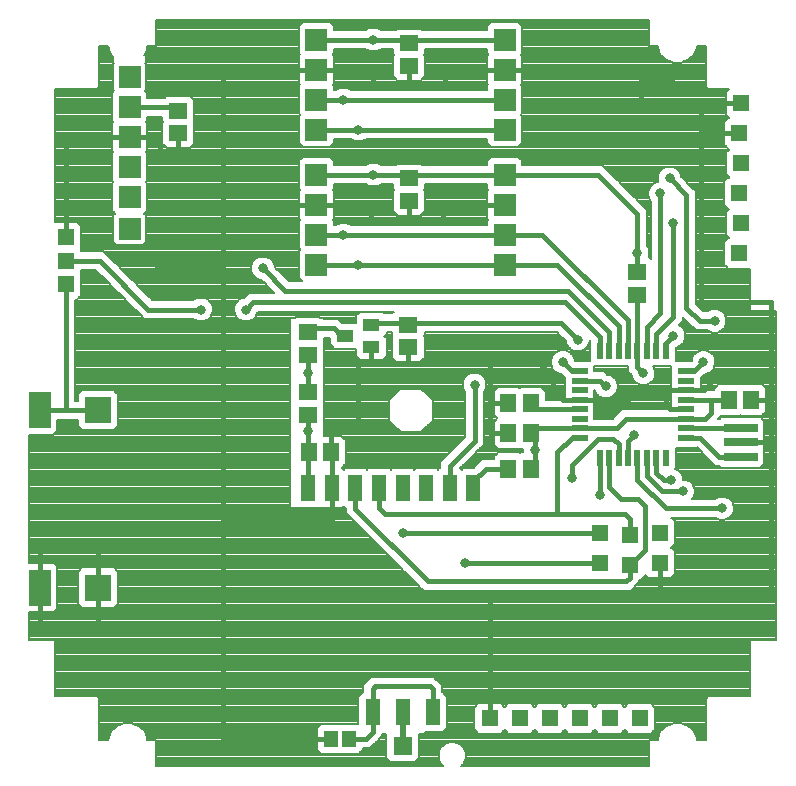
<source format=gbl>
%FSLAX35Y35*%
%MOIN*%
%IN2=KupferuntenL1(X.Bot)*%
%ADD10C,0.00591*%
%ADD11C,0.00004*%
%ADD12C,0.00200*%
%ADD13C,0.00240*%
%ADD14C,0.00300*%
%ADD15C,0.00384*%
%ADD16C,0.00400*%
%ADD17C,0.00413*%
%ADD18C,0.00535*%
%ADD19C,0.00600*%
%ADD20C,0.00748*%
%ADD21C,0.00768*%
%ADD22C,0.00787*%
%ADD23C,0.00800*%
%ADD24C,0.00886*%
%ADD25C,0.01024*%
%ADD26C,0.01181*%
%ADD27C,0.01575*%
%ADD28C,0.01969*%
%ADD29C,0.02362*%
%ADD30C,0.03150*%
%ADD31C,0.03536*%
%ADD32C,0.05000*%
%ADD33C,0.05906*%
%ADD34C,0.09843*%
%AMR_35*21,1,0.00600,0.07200,0,0,0.000*%
%ADD35R_35*%
%AMR_36*21,1,0.00788,0.03150,0,0,0.000*%
%ADD36R_36*%
%AMR_37*21,1,0.01181,0.00591,0,0,0.000*%
%ADD37R_37*%
%AMR_38*21,1,0.01181,0.01181,0,0,0.000*%
%ADD38R_38*%
%AMR_39*21,1,0.01250,0.04375,0,0,0.000*%
%ADD39R_39*%
%AMR_40*21,1,0.01400,0.05600,0,0,0.000*%
%ADD40R_40*%
%AMR_41*21,1,0.01574,0.04724,0,0,0.000*%
%ADD41R_41*%
%AMR_42*21,1,0.01969,0.05118,0,0,180.000*%
%ADD42R_42*%
%AMR_43*21,1,0.02300,0.01800,0,0,0.000*%
%ADD43R_43*%
%AMR_44*21,1,0.02362,0.05315,0,0,0.000*%
%ADD44R_44*%
%AMR_45*21,1,0.02756,0.11024,0,0,270.000*%
%ADD45R_45*%
%AMR_46*21,1,0.02953,0.05709,0,0,0.000*%
%ADD46R_46*%
%AMR_47*21,1,0.03150,0.00788,0,0,0.000*%
%ADD47R_47*%
%AMR_48*21,1,0.03750,0.01875,0,0,0.000*%
%ADD48R_48*%
%AMR_49*21,1,0.03750,0.13125,0,0,0.000*%
%ADD49R_49*%
%AMR_50*21,1,0.03937,0.05512,0,0,270.000*%
%ADD50R_50*%
%AMR_51*21,1,0.04600,0.05512,0,0,0.000*%
%ADD51R_51*%
%AMR_52*21,1,0.04724,0.01574,0,0,0.000*%
%ADD52R_52*%
%AMR_53*21,1,0.04724,0.04724,0,0,0.000*%
%ADD53R_53*%
%AMR_54*21,1,0.04724,0.04724,0,0,90.000*%
%ADD54R_54*%
%AMR_55*21,1,0.05118,0.01969,0,0,180.000*%
%ADD55R_55*%
%AMR_56*21,1,0.05118,0.05906,0,0,0.000*%
%ADD56R_56*%
%AMR_57*21,1,0.05118,0.05906,0,0,90.000*%
%ADD57R_57*%
%AMR_58*21,1,0.05118,0.05906,0,0,180.000*%
%ADD58R_58*%
%AMR_59*21,1,0.05118,0.06299,0,0,90.000*%
%ADD59R_59*%
%AMR_60*21,1,0.05118,0.06299,0,0,180.000*%
%ADD60R_60*%
%AMR_61*21,1,0.05118,0.06299,0,0,270.000*%
%ADD61R_61*%
%AMR_62*21,1,0.05512,0.05512,0,0,0.000*%
%ADD62R_62*%
%AMR_63*21,1,0.05512,0.05512,0,0,90.000*%
%ADD63R_63*%
%AMR_64*21,1,0.05512,0.05512,0,0,180.000*%
%ADD64R_64*%
%AMR_65*21,1,0.05512,0.05512,0,0,270.000*%
%ADD65R_65*%
%AMR_66*21,1,0.05600,0.01400,0,0,0.000*%
%ADD66R_66*%
%AMR_67*21,1,0.05709,0.02953,0,0,0.000*%
%ADD67R_67*%
%AMR_68*21,1,0.06299,0.06299,0,0,0.000*%
%ADD68R_68*%
%AMR_69*21,1,0.07087,0.07087,0,0,270.000*%
%ADD69R_69*%
%AMR_70*21,1,0.07087,0.11811,0,0,0.000*%
%ADD70R_70*%
%AMR_71*21,1,0.07874,0.06299,0,0,90.000*%
%ADD71R_71*%
%AMR_72*21,1,0.08661,0.04724,0,0,270.000*%
%ADD72R_72*%
%AMR_73*21,1,0.08661,0.08661,0,0,0.000*%
%ADD73R_73*%
%AMR_74*21,1,0.09843,0.19685,0,0,0.000*%
%ADD74R_74*%
%AMR_75*21,1,0.10000,0.01875,0,0,0.000*%
%ADD75R_75*%
%AMR_76*21,1,0.10625,0.01875,0,0,0.000*%
%ADD76R_76*%
%AMR_77*21,1,0.10625,0.19685,0,0,0.000*%
%ADD77R_77*%
%AMR_78*21,1,0.19685,0.09843,0,0,0.000*%
%ADD78R_78*%
%AMR_79*21,1,0.19685,0.19685,0,0,0.000*%
%ADD79R_79*%
%AMOCT_80*4,1,8,0.049213,0.024606,0.024606,0.049213,-0.024606,0.049213,-0.049213,0.024606,-0.049213,-0.024606,-0.024606,-0.049213,0.024606,-0.049213,0.049213,-0.024606,0.049213,0.024606,0.000*%
%ADD80OCT_80*%
G54D20*
X203920Y126614D02*
X203920Y126420D01*
X213356Y126614D02*
X213356Y126420D01*
X65856Y58583D02*
X65856Y58356D01*
X154606Y58583D02*
X154606Y58356D01*
X230231Y130866D02*
X230231Y130856D01*
X248356Y130866D02*
X248356Y130856D01*
X101968Y83386D02*
X101968Y83356D01*
X65856Y83386D02*
X65856Y83356D01*
X225231Y170551D02*
X225231Y170856D01*
X225231Y222283D02*
X225231Y222106D01*
X205231Y222106D02*
X205231Y222283D01*
X44606Y167008D02*
X44606Y167106D01*
X101771Y113150D02*
X101771Y113356D01*
X110856Y113150D02*
X110856Y113356D01*
X127418Y135118D02*
X127418Y135231D01*
X115187Y135118D02*
X115187Y135231D01*
X171481Y135118D02*
X171481Y135231D01*
X154606Y135118D02*
X154606Y135231D01*
X214606Y229370D02*
X214606Y229606D01*
X211278Y58583D02*
X211278Y58356D01*
X248356Y58583D02*
X248356Y58356D01*
X127731Y228661D02*
X127731Y228356D01*
X115856Y228661D02*
X115856Y228356D01*
X138981Y183307D02*
X138981Y183356D01*
X127731Y183307D02*
X127731Y183356D01*
X44606Y205984D02*
X44606Y205856D01*
X50856Y205984D02*
X50856Y205856D01*
X179663Y123270D02*
X179067Y123270D01*
X215097Y120121D02*
X214716Y120120D01*
X4606Y74882D02*
X4606Y74606D01*
X24025Y74882D02*
X24025Y74606D01*
X24025Y46535D02*
X24025Y46481D01*
X4606Y46535D02*
X4606Y46481D01*
X225795Y126420D02*
X225795Y126420D01*
G54D22*
X165512Y247878D02*
X164886Y248504D01*
X164177Y249212D01*
X164128Y249262D01*
X155084Y249262D01*
X153700Y247878D02*
X154326Y248504D01*
X155035Y249212D01*
X155084Y249262D01*
X153700Y246506D02*
X153700Y247087D01*
X153700Y247795D01*
X153700Y247878D01*
X153700Y246506D02*
X132174Y246506D01*
X131662Y247018D01*
X123799Y247018D01*
X123288Y246506D02*
X123799Y247018D01*
X123288Y246506D02*
X118376Y246506D01*
X118139Y246742D01*
X117204Y247087D01*
X116643Y247293D01*
X115068Y247293D01*
X113572Y246742D02*
X114507Y247087D01*
X115068Y247293D01*
X113336Y246506D02*
X113572Y246742D01*
X113336Y246506D02*
X102756Y246506D01*
X102756Y247087D01*
X102756Y247795D01*
X102756Y247878D01*
X102130Y248504D01*
X101421Y249212D01*
X101372Y249262D01*
X92328Y249262D01*
X90944Y247878D02*
X91570Y248504D01*
X92279Y249212D01*
X92328Y249262D01*
X90944Y238834D02*
X90944Y239291D01*
X90944Y240000D01*
X90944Y240709D01*
X90944Y241417D01*
X90944Y242126D01*
X90944Y242835D01*
X90944Y243543D01*
X90944Y244252D01*
X90944Y244961D01*
X90944Y245669D01*
X90944Y246378D01*
X90944Y247087D01*
X90944Y247795D01*
X90944Y247878D01*
X91422Y238356D02*
X91195Y238583D01*
X90944Y238834D01*
X90944Y237878D02*
X91422Y238356D01*
X90944Y228834D02*
X90944Y229370D01*
X90944Y230079D01*
X90944Y230787D01*
X90944Y231496D01*
X90944Y232205D01*
X90944Y232913D01*
X90944Y233356D02*
X90944Y233622D01*
X90944Y234331D01*
X90944Y235039D01*
X90944Y235748D01*
X90944Y236457D01*
X90944Y237165D01*
X90944Y237874D01*
X90944Y237878D01*
X91422Y228356D02*
X91117Y228661D01*
X90944Y228834D01*
X90944Y227878D02*
X91019Y227953D01*
X91422Y228356D01*
X90944Y218834D02*
X90944Y219449D01*
X90944Y220157D01*
X90944Y220866D01*
X90944Y221575D01*
X90944Y222283D01*
X90944Y222992D01*
X90944Y223701D01*
X90944Y224409D01*
X90944Y225118D01*
X90944Y225827D01*
X90944Y226535D01*
X90944Y227244D01*
X90944Y227878D01*
X91422Y218356D02*
X91038Y218740D01*
X90944Y218834D01*
X90944Y217878D02*
X91098Y218031D01*
X91422Y218356D01*
X90944Y208834D02*
X90944Y209527D01*
X90944Y210236D01*
X90944Y210945D01*
X90944Y211653D01*
X90944Y212362D01*
X90944Y213071D01*
X90944Y213779D01*
X90944Y214488D01*
X90944Y215197D01*
X90944Y215905D01*
X90944Y216614D01*
X90944Y217323D01*
X90944Y217878D01*
X92328Y207450D02*
X91668Y208110D01*
X90959Y208819D01*
X90944Y208834D01*
X92328Y207450D02*
X101372Y207450D01*
X102032Y208110D01*
X102741Y208819D01*
X102756Y208834D01*
X102756Y209527D01*
X102756Y210206D01*
X108336Y210206D01*
X108572Y209970D02*
X108336Y210206D01*
X110068Y209418D02*
X109772Y209527D01*
X108572Y209970D01*
X110068Y209418D02*
X111643Y209418D01*
X111939Y209527D01*
X113139Y209970D01*
X113376Y210206D01*
X153700Y210206D01*
X153700Y208834D02*
X153700Y209527D01*
X153700Y210206D01*
X155084Y207450D02*
X154424Y208110D01*
X153715Y208819D01*
X153700Y208834D01*
X155084Y207450D02*
X164128Y207450D01*
X164788Y208110D01*
X165497Y208819D01*
X165512Y208834D01*
X165512Y209527D01*
X165512Y210236D01*
X165512Y210945D01*
X165512Y211653D01*
X165512Y212362D01*
X165512Y213071D01*
X165512Y213779D01*
X165512Y214488D01*
X165512Y215197D01*
X165512Y215905D01*
X165512Y216614D01*
X165512Y217323D01*
X165512Y217878D01*
X165358Y218031D01*
X165034Y218356D01*
X165418Y218740D01*
X165512Y218834D01*
X165512Y219449D01*
X165512Y220157D01*
X165512Y220866D01*
X165512Y221575D01*
X165512Y222283D01*
X165512Y222992D01*
X165512Y223701D01*
X165512Y224409D01*
X165512Y225118D01*
X165512Y225827D01*
X165512Y226535D01*
X165512Y227244D01*
X165512Y227878D01*
X165437Y227953D01*
X165034Y228356D01*
X165339Y228661D01*
X165512Y228834D01*
X165512Y229370D01*
X165512Y230079D01*
X165512Y230787D01*
X165512Y231496D01*
X165512Y232205D01*
X165512Y232913D01*
X165512Y233356D02*
X165512Y233622D01*
X165512Y234331D01*
X165512Y235039D01*
X165512Y235748D01*
X165512Y236457D01*
X165512Y237165D01*
X165512Y237874D01*
X165512Y237878D01*
X165034Y238356D01*
X165260Y238583D01*
X165512Y238834D01*
X165512Y239291D01*
X165512Y240000D01*
X165512Y240709D01*
X165512Y241417D01*
X165512Y242126D01*
X165512Y242835D01*
X165512Y243543D01*
X165512Y244252D01*
X165512Y244961D01*
X165512Y245669D01*
X165512Y246378D01*
X165512Y247087D01*
X165512Y247795D01*
X165512Y247878D01*
X153700Y238834D02*
X153700Y239291D01*
X153700Y240000D01*
X153700Y240206D01*
X154178Y238356D02*
X153951Y238583D01*
X153700Y238834D01*
X153700Y237878D02*
X154178Y238356D01*
X153700Y228834D02*
X153700Y229370D01*
X153700Y230079D01*
X153700Y230787D01*
X153700Y231496D01*
X153700Y232205D01*
X153700Y232913D01*
X153700Y233356D02*
X153700Y233622D01*
X153700Y234331D01*
X153700Y235039D01*
X153700Y235748D01*
X153700Y236457D01*
X153700Y237165D01*
X153700Y237874D01*
X153700Y237878D01*
X154178Y228356D02*
X153872Y228661D01*
X153700Y228834D01*
X153700Y227878D02*
X153775Y227953D01*
X154178Y228356D01*
X153700Y226506D02*
X153700Y226535D01*
X153700Y227244D01*
X153700Y227878D01*
X153700Y226506D02*
X108376Y226506D01*
X108346Y226535D01*
X108139Y226742D01*
X106777Y227244D01*
X106643Y227293D01*
X105068Y227293D01*
X103572Y226742D02*
X104935Y227244D01*
X105068Y227293D01*
X103336Y226506D02*
X103365Y226535D01*
X103572Y226742D01*
X103336Y226506D02*
X102756Y226506D01*
X102756Y226535D01*
X102756Y227244D01*
X102756Y227878D01*
X102681Y227953D01*
X102278Y228356D01*
X102583Y228661D01*
X102756Y228834D01*
X102756Y229370D01*
X102756Y230079D01*
X102756Y230787D01*
X102756Y231496D01*
X102756Y232205D01*
X102756Y232913D01*
X102756Y233356D02*
X102756Y233622D01*
X102756Y234331D01*
X102756Y235039D01*
X102756Y235748D01*
X102756Y236457D01*
X102756Y237165D01*
X102756Y237874D01*
X102756Y237878D01*
X102278Y238356D01*
X102505Y238583D01*
X102756Y238834D01*
X102756Y239291D01*
X102756Y240000D01*
X102756Y240206D01*
X113336Y240206D01*
X113572Y239970D02*
X113542Y240000D01*
X113336Y240206D01*
X115068Y239418D02*
X113572Y239970D01*
X115068Y239418D02*
X116643Y239418D01*
X118139Y239970D01*
X118170Y240000D01*
X118376Y240206D01*
X122415Y240206D01*
X122415Y238558D02*
X122415Y238583D01*
X122415Y239291D01*
X122415Y240000D01*
X122415Y240206D01*
X122618Y238356D02*
X122415Y238558D01*
X122415Y238153D02*
X122618Y238356D01*
X122415Y231078D02*
X122415Y231496D01*
X122415Y232205D01*
X122415Y232913D01*
X122415Y233622D01*
X122415Y234331D01*
X122415Y235039D01*
X122415Y235748D01*
X122415Y236457D01*
X122415Y237165D01*
X122415Y237874D01*
X122415Y238153D01*
X123799Y229694D02*
X123415Y230079D01*
X122706Y230787D01*
X122415Y231078D01*
X127731Y229694D02*
X131662Y229694D01*
X132047Y230079D01*
X132755Y230787D01*
X133046Y231078D01*
X133046Y231496D01*
X133046Y232205D01*
X133046Y232913D01*
X133046Y233622D01*
X133046Y234331D01*
X133046Y235039D01*
X133046Y235748D01*
X133046Y236457D01*
X133046Y237165D01*
X133046Y237874D01*
X133046Y238153D01*
X132844Y238356D01*
X133046Y238558D01*
X133046Y238583D01*
X133046Y239291D01*
X133046Y240000D01*
X133046Y240206D01*
X153700Y240206D01*
X207873Y241338D02*
X207873Y241417D01*
X207873Y242126D01*
X207873Y242835D01*
X207873Y243543D01*
X207873Y244252D01*
X207873Y244961D01*
X207873Y245669D01*
X207873Y246378D01*
X207873Y247087D01*
X207873Y247795D01*
X207873Y248504D01*
X207873Y249212D01*
X207873Y249921D01*
X207873Y249999D01*
X207873Y241338D02*
X210629Y241338D01*
X210629Y240826D02*
X210629Y241338D01*
X211539Y238358D02*
X211456Y238583D01*
X211195Y239291D01*
X210933Y240000D01*
X210672Y240709D01*
X210629Y240826D01*
X213358Y236539D02*
X212731Y237165D01*
X212022Y237874D01*
X211539Y238358D01*
X215826Y235629D02*
X215503Y235748D01*
X213580Y236457D01*
X213358Y236539D01*
X215826Y235629D02*
X218425Y235629D01*
X218747Y235748D01*
X220671Y236457D01*
X220893Y236539D01*
X221520Y237165D01*
X222229Y237874D01*
X222712Y238358D01*
X222795Y238583D01*
X223056Y239291D01*
X223318Y240000D01*
X223579Y240709D01*
X223622Y240826D01*
X223622Y241338D01*
X226771Y241338D01*
X226771Y227953D02*
X226771Y228661D01*
X226771Y229370D01*
X226771Y230079D01*
X226771Y230787D01*
X226771Y231496D01*
X226771Y232205D01*
X226771Y232913D01*
X226771Y233622D01*
X226771Y234331D01*
X226771Y235039D01*
X226771Y235748D01*
X226771Y236457D01*
X226771Y237165D01*
X226771Y237874D01*
X226771Y238583D01*
X226771Y239291D01*
X226771Y240000D01*
X226771Y240709D01*
X226771Y241338D01*
X226771Y227463D02*
X226771Y227953D01*
X227463Y226771D02*
X226990Y227244D01*
X226771Y227463D01*
X227463Y226771D02*
X234330Y226771D01*
X233400Y225840D02*
X234095Y226535D01*
X234330Y226771D01*
X233400Y218371D02*
X233400Y218740D01*
X233400Y219449D01*
X233400Y220157D01*
X233400Y220866D01*
X233400Y221575D01*
X233400Y222106D02*
X233400Y222283D01*
X233400Y222992D01*
X233400Y223701D01*
X233400Y224409D01*
X233400Y225118D01*
X233400Y225827D01*
X233400Y225840D01*
X234547Y217224D02*
X234448Y217323D01*
X233740Y218031D01*
X233400Y218371D01*
X234547Y217224D02*
X233996Y217224D01*
X232612Y215840D02*
X232677Y215905D01*
X233386Y216614D01*
X233996Y217224D01*
X232612Y208371D02*
X232612Y208819D01*
X232612Y209527D01*
X232612Y210236D01*
X232612Y210945D01*
X232612Y211653D01*
X232612Y212106D02*
X232612Y212362D01*
X232612Y213071D01*
X232612Y213779D01*
X232612Y214488D01*
X232612Y215197D01*
X232612Y215840D01*
X233996Y206987D02*
X233582Y207401D01*
X232873Y208110D01*
X232612Y208371D01*
X233996Y206987D02*
X234547Y206987D01*
X233400Y205840D02*
X233544Y205984D01*
X234252Y206693D01*
X234547Y206987D01*
X233400Y198371D02*
X233400Y198898D01*
X233400Y199606D01*
X233400Y200315D01*
X233400Y201024D01*
X233400Y201732D01*
X233400Y202441D01*
X233400Y203150D01*
X233400Y203858D01*
X233400Y204567D01*
X233400Y205275D01*
X233400Y205840D01*
X234547Y197224D02*
X234291Y197480D01*
X233582Y198189D01*
X233400Y198371D01*
X234547Y197224D02*
X233996Y197224D01*
X232612Y195840D02*
X232835Y196063D01*
X233544Y196772D01*
X233996Y197224D01*
X232612Y188371D02*
X232612Y188976D01*
X232612Y189685D01*
X232612Y190394D01*
X232612Y191102D01*
X232612Y191811D01*
X232612Y192520D01*
X232612Y193228D01*
X232612Y193937D01*
X232612Y194646D01*
X232612Y195354D01*
X232612Y195840D01*
X233996Y186987D02*
X233425Y187559D01*
X232716Y188268D01*
X232612Y188371D01*
X233996Y186987D02*
X234547Y186987D01*
X233400Y185840D02*
X233701Y186142D01*
X234410Y186850D01*
X234547Y186987D01*
X233400Y178371D02*
X233400Y179055D01*
X233400Y179764D01*
X233400Y180472D01*
X233400Y181181D01*
X233400Y181890D01*
X233400Y182598D01*
X233400Y183307D01*
X233400Y184016D01*
X233400Y184724D01*
X233400Y185433D01*
X233400Y185840D01*
X234547Y177224D02*
X234133Y177638D01*
X233425Y178346D01*
X233400Y178371D01*
X234547Y177224D02*
X233996Y177224D01*
X232612Y175840D02*
X232992Y176220D01*
X233701Y176929D01*
X233996Y177224D01*
X232612Y168371D02*
X232612Y168425D01*
X232612Y169134D01*
X232612Y169842D01*
X232612Y170551D01*
X232612Y171260D01*
X232612Y171968D01*
X232612Y172677D01*
X232612Y173386D01*
X232612Y174094D01*
X232612Y174803D01*
X232612Y175512D01*
X232612Y175840D01*
X233996Y166987D02*
X233976Y167008D01*
X233267Y167716D01*
X232612Y168371D01*
X233996Y166987D02*
X241338Y166987D01*
X241338Y152755D02*
X241338Y152835D01*
X241338Y153543D01*
X241338Y154252D01*
X241338Y154961D01*
X241338Y155669D01*
X241338Y155856D02*
X241338Y156378D01*
X241338Y157087D01*
X241338Y157795D01*
X241338Y158504D01*
X241338Y159212D01*
X241338Y159921D01*
X241338Y160630D01*
X241338Y161338D01*
X241338Y162047D01*
X241338Y162756D01*
X241338Y163464D01*
X241338Y164173D01*
X241338Y164882D01*
X241338Y165590D01*
X241338Y166299D01*
X241338Y166987D01*
X248356Y152755D02*
X249999Y152755D01*
X249999Y43307D02*
X249999Y43701D01*
X249999Y44409D01*
X249999Y45118D01*
X249999Y45827D01*
X249999Y46535D01*
X249999Y47244D01*
X249999Y47953D01*
X249999Y48661D01*
X249999Y49370D01*
X249999Y50079D01*
X249999Y50787D01*
X249999Y51496D01*
X249999Y52205D01*
X249999Y52913D01*
X249999Y53622D01*
X249999Y54331D01*
X249999Y55039D01*
X249999Y55748D01*
X249999Y56457D01*
X249999Y57165D01*
X249999Y57874D01*
X249999Y58583D01*
X249999Y59291D01*
X249999Y60000D01*
X249999Y60709D01*
X249999Y61417D01*
X249999Y62126D01*
X249999Y62835D01*
X249999Y63543D01*
X249999Y64252D01*
X249999Y64961D01*
X249999Y65669D01*
X249999Y66378D01*
X249999Y67087D01*
X249999Y67795D01*
X249999Y68504D01*
X249999Y69212D01*
X249999Y69921D01*
X249999Y70630D01*
X249999Y71338D01*
X249999Y72047D01*
X249999Y72756D01*
X249999Y73464D01*
X249999Y74173D01*
X249999Y74882D01*
X249999Y75590D01*
X249999Y76299D01*
X249999Y77008D01*
X249999Y77716D01*
X249999Y78425D01*
X249999Y79134D01*
X249999Y79842D01*
X249999Y80551D01*
X249999Y81260D01*
X249999Y81968D01*
X249999Y82677D01*
X249999Y83386D01*
X249999Y84094D01*
X249999Y84803D01*
X249999Y85512D01*
X249999Y86220D01*
X249999Y86929D01*
X249999Y87638D01*
X249999Y88346D01*
X249999Y89055D01*
X249999Y89764D01*
X249999Y90472D01*
X249999Y91181D01*
X249999Y91890D01*
X249999Y92598D01*
X249999Y93307D01*
X249999Y94016D01*
X249999Y94724D01*
X249999Y95433D01*
X249999Y96142D01*
X249999Y96850D01*
X249999Y97559D01*
X249999Y98268D01*
X249999Y98976D01*
X249999Y99685D01*
X249999Y100394D01*
X249999Y101102D01*
X249999Y101811D01*
X249999Y102520D01*
X249999Y103228D01*
X249999Y103937D01*
X249999Y104646D01*
X249999Y105354D01*
X249999Y106063D01*
X249999Y106772D01*
X249999Y107480D01*
X249999Y108189D01*
X249999Y108898D01*
X249999Y109606D01*
X249999Y110315D01*
X249999Y111024D01*
X249999Y111732D01*
X249999Y112441D01*
X249999Y113150D01*
X249999Y113858D01*
X249999Y114567D01*
X249999Y115275D01*
X249999Y115984D01*
X249999Y116693D01*
X249999Y117401D01*
X249999Y118110D01*
X249999Y118819D01*
X249999Y119527D01*
X249999Y120236D01*
X249999Y120945D01*
X249999Y121653D01*
X249999Y122362D01*
X249999Y123071D01*
X249999Y123779D01*
X249999Y124488D01*
X249999Y125197D01*
X249999Y125905D01*
X249999Y126614D01*
X249999Y127323D01*
X249999Y128031D01*
X249999Y128740D01*
X249999Y129449D01*
X249999Y130157D01*
X249999Y130866D01*
X249999Y131575D01*
X249999Y132283D01*
X249999Y132992D01*
X249999Y133701D01*
X249999Y134409D01*
X249999Y135118D01*
X249999Y135827D01*
X249999Y136535D01*
X249999Y137244D01*
X249999Y137953D01*
X249999Y138661D01*
X249999Y139370D01*
X249999Y140079D01*
X249999Y140787D01*
X249999Y141496D01*
X249999Y142205D01*
X249999Y142913D01*
X249999Y143622D01*
X249999Y144331D01*
X249999Y145039D01*
X249999Y145748D01*
X249999Y146457D01*
X249999Y147165D01*
X249999Y147874D01*
X249999Y148583D01*
X249999Y149291D01*
X249999Y150000D01*
X249999Y150709D01*
X249999Y151417D01*
X249999Y152126D01*
X249999Y152755D01*
X249999Y43307D02*
X241338Y43307D01*
X241338Y24409D02*
X241338Y24567D01*
X241338Y25275D01*
X241338Y25984D01*
X241338Y26693D01*
X241338Y27401D01*
X241338Y28110D01*
X241338Y28819D01*
X241338Y29527D01*
X241338Y30236D01*
X241338Y30945D01*
X241338Y31653D01*
X241338Y32362D01*
X241338Y33071D01*
X241338Y33779D01*
X241338Y34488D01*
X241338Y35197D01*
X241338Y35905D01*
X241338Y36614D01*
X241338Y37323D01*
X241338Y38031D01*
X241338Y38740D01*
X241338Y39449D01*
X241338Y40157D01*
X241338Y40866D01*
X241338Y41575D01*
X241338Y42283D01*
X241338Y42992D01*
X241338Y43307D01*
X241338Y24409D02*
X227463Y24409D01*
X226771Y23717D02*
X226912Y23858D01*
X227463Y24409D01*
X226771Y22441D02*
X226771Y23150D01*
X226771Y23717D01*
X226771Y9842D02*
X226771Y10394D01*
X226771Y11102D01*
X226771Y11811D01*
X226771Y12520D01*
X226771Y13228D01*
X226771Y13937D01*
X226771Y14646D01*
X226771Y15354D01*
X226771Y16063D01*
X226771Y16772D01*
X226771Y17480D01*
X226771Y18189D01*
X226771Y18898D01*
X226771Y19606D01*
X226771Y20315D01*
X226771Y21024D01*
X226771Y21732D01*
X226771Y22441D01*
X226771Y9842D02*
X223622Y9842D01*
X223622Y10354D01*
X223607Y10394D01*
X223085Y11811D01*
X222824Y12520D01*
X222712Y12823D01*
X222307Y13228D01*
X221598Y13937D01*
X220893Y14642D01*
X220883Y14646D01*
X218959Y15354D01*
X218425Y15551D01*
X215826Y15551D01*
X213358Y14642D02*
X213368Y14646D01*
X215292Y15354D01*
X215826Y15551D01*
X211539Y12823D02*
X211944Y13228D01*
X212653Y13937D01*
X213358Y14642D01*
X210629Y10354D02*
X210644Y10394D01*
X211166Y11811D01*
X211427Y12520D01*
X211539Y12823D01*
X210629Y9842D02*
X210629Y10354D01*
X210629Y9842D02*
X207873Y9842D01*
X207873Y1181D02*
X207873Y1890D01*
X207873Y2598D01*
X207873Y3307D01*
X207873Y4016D01*
X207873Y4724D01*
X207873Y5433D01*
X207873Y6142D01*
X207873Y6850D01*
X207873Y7559D01*
X207873Y8268D01*
X207873Y8976D01*
X207873Y9685D01*
X207873Y9842D01*
X207873Y1181D02*
X145201Y1181D01*
X145910Y1890D01*
X146000Y1980D01*
X146228Y2598D01*
X146489Y3307D01*
X146634Y3700D01*
X146634Y4016D01*
X146634Y4724D01*
X146634Y5433D01*
X146634Y5511D01*
X146402Y6142D01*
X146140Y6850D01*
X146000Y7232D01*
X145673Y7559D01*
X144964Y8268D01*
X144732Y8500D01*
X143439Y8976D01*
X143011Y9134D01*
X141200Y9134D01*
X139480Y8500D02*
X140773Y8976D01*
X141200Y9134D01*
X138212Y7232D02*
X138539Y7559D01*
X139247Y8268D01*
X139480Y8500D01*
X137578Y5511D02*
X137810Y6142D01*
X138071Y6850D01*
X138212Y7232D01*
X137578Y3700D02*
X137578Y4016D01*
X137578Y4724D01*
X137578Y5433D01*
X137578Y5511D01*
X138212Y1980D02*
X137984Y2598D01*
X137723Y3307D01*
X137578Y3700D01*
X139010Y1181D02*
X138302Y1890D01*
X138212Y1980D01*
X139010Y1181D02*
X43307Y1181D01*
X43307Y1890D01*
X43307Y2598D01*
X43307Y3307D01*
X43307Y4016D01*
X43307Y4724D01*
X43307Y5433D01*
X43307Y6142D01*
X43307Y6850D01*
X43307Y7559D01*
X43307Y8268D01*
X43307Y8976D01*
X43307Y9685D01*
X43307Y9842D01*
X40551Y9842D01*
X40551Y10354D01*
X40536Y10394D01*
X40014Y11811D01*
X39753Y12520D01*
X39642Y12823D01*
X39236Y13228D01*
X38527Y13937D01*
X37823Y14642D01*
X37812Y14646D01*
X35888Y15354D01*
X35354Y15551D01*
X32755Y15551D01*
X30287Y14642D02*
X30298Y14646D01*
X32221Y15354D01*
X32755Y15551D01*
X28468Y12823D02*
X28873Y13228D01*
X29582Y13937D01*
X30287Y14642D01*
X27558Y10354D02*
X27573Y10394D01*
X28095Y11811D01*
X28356Y12520D01*
X28468Y12823D01*
X27558Y9842D02*
X27558Y10354D01*
X27558Y9842D02*
X24409Y9842D01*
X24409Y10394D01*
X24409Y11102D01*
X24409Y11811D01*
X24409Y12520D01*
X24409Y13228D01*
X24409Y13937D01*
X24409Y14646D01*
X24409Y15354D01*
X24409Y16063D01*
X24409Y16772D01*
X24409Y17480D01*
X24409Y18189D01*
X24409Y18898D01*
X24409Y19606D01*
X24409Y20315D01*
X24409Y21024D01*
X24409Y21732D01*
X24409Y22441D01*
X24409Y23150D01*
X24409Y23717D01*
X24268Y23858D01*
X23717Y24409D01*
X9842Y24409D01*
X9842Y24567D01*
X9842Y25275D01*
X9842Y25984D01*
X9842Y26693D01*
X9842Y27401D01*
X9842Y28110D01*
X9842Y28819D01*
X9842Y29527D01*
X9842Y30236D01*
X9842Y30945D01*
X9842Y31653D01*
X9842Y32362D01*
X9842Y33071D01*
X9842Y33779D01*
X9842Y34488D01*
X9842Y35197D01*
X9842Y35905D01*
X9842Y36614D01*
X9842Y37323D01*
X9842Y38031D01*
X9842Y38740D01*
X9842Y39449D01*
X9842Y40157D01*
X9842Y40866D01*
X9842Y41575D01*
X9842Y42283D01*
X9842Y42992D01*
X9842Y43307D01*
X1181Y43307D01*
X1181Y43701D01*
X1181Y44409D01*
X1181Y45118D01*
X1181Y45827D01*
X1181Y46535D01*
X1181Y47244D01*
X1181Y47953D01*
X1181Y48661D01*
X1181Y49370D01*
X1181Y50079D01*
X1181Y50787D01*
X1181Y51496D01*
X1181Y52205D01*
X1181Y52435D01*
X4606Y52435D02*
X9128Y52435D01*
X9606Y52913D01*
X10315Y53622D01*
X10512Y53819D01*
X10512Y54331D01*
X10512Y55039D01*
X10512Y55748D01*
X10512Y56457D01*
X10512Y57165D01*
X10512Y57874D01*
X10512Y58583D01*
X10512Y59291D01*
X10512Y60000D01*
X10512Y60709D01*
X10512Y61417D01*
X10512Y62126D01*
X10512Y62835D01*
X10512Y63543D01*
X10512Y64252D01*
X10512Y64961D01*
X10512Y65669D01*
X10512Y66378D01*
X10512Y67087D01*
X10512Y67587D01*
X10304Y67795D01*
X9595Y68504D01*
X9128Y68971D01*
X4606Y68971D02*
X1181Y68971D01*
X1181Y69212D01*
X1181Y69921D01*
X1181Y70630D01*
X1181Y71338D01*
X1181Y72047D01*
X1181Y72756D01*
X1181Y73464D01*
X1181Y74173D01*
X1181Y74882D01*
X1181Y75590D01*
X1181Y76299D01*
X1181Y77008D01*
X1181Y77716D01*
X1181Y78425D01*
X1181Y79134D01*
X1181Y79842D01*
X1181Y80551D01*
X1181Y81260D01*
X1181Y81968D01*
X1181Y82677D01*
X1181Y83386D01*
X1181Y84094D01*
X1181Y84803D01*
X1181Y85512D01*
X1181Y86220D01*
X1181Y86929D01*
X1181Y87638D01*
X1181Y88346D01*
X1181Y89055D01*
X1181Y89764D01*
X1181Y90472D01*
X1181Y91181D01*
X1181Y91890D01*
X1181Y92598D01*
X1181Y93307D01*
X1181Y94016D01*
X1181Y94724D01*
X1181Y95433D01*
X1181Y96142D01*
X1181Y96850D01*
X1181Y97559D01*
X1181Y98268D01*
X1181Y98976D01*
X1181Y99685D01*
X1181Y100394D01*
X1181Y101102D01*
X1181Y101811D01*
X1181Y102520D01*
X1181Y103228D01*
X1181Y103937D01*
X1181Y104646D01*
X1181Y105354D01*
X1181Y106063D01*
X1181Y106772D01*
X1181Y107480D01*
X1181Y108189D01*
X1181Y108898D01*
X1181Y109606D01*
X1181Y110315D01*
X1181Y111024D01*
X1181Y111490D01*
X9128Y111490D01*
X9370Y111732D01*
X10078Y112441D01*
X10512Y112874D01*
X10512Y113150D01*
X10512Y113858D01*
X10512Y114567D01*
X10512Y115275D01*
X10512Y115984D01*
X10512Y116608D01*
X17332Y116608D01*
X17332Y114449D02*
X17332Y114567D01*
X17332Y115275D01*
X17332Y115984D01*
X17332Y116608D01*
X18716Y113065D02*
X18631Y113150D01*
X17923Y113858D01*
X17332Y114449D01*
X18716Y113065D02*
X29334Y113065D01*
X29419Y113150D01*
X30128Y113858D01*
X30718Y114449D01*
X30718Y114567D01*
X30718Y115275D01*
X30718Y115984D01*
X30718Y116693D01*
X30718Y117401D01*
X30718Y118110D01*
X30718Y118819D01*
X30718Y119527D01*
X30718Y120236D01*
X30718Y120945D01*
X30718Y121653D01*
X30718Y122362D01*
X30718Y123071D01*
X30718Y123779D01*
X30718Y124488D01*
X30718Y125068D01*
X30589Y125197D01*
X29881Y125905D01*
X29334Y126452D01*
X18716Y126452D01*
X17332Y125068D02*
X17461Y125197D01*
X18170Y125905D01*
X18716Y126452D01*
X17332Y122908D02*
X17332Y123071D01*
X17332Y123779D01*
X17332Y124488D01*
X17332Y125068D01*
X17332Y122908D02*
X16506Y122908D01*
X16506Y123071D01*
X16506Y123779D01*
X16506Y124488D01*
X16506Y125197D01*
X16506Y125905D01*
X16506Y126614D01*
X16506Y127323D01*
X16506Y128031D01*
X16506Y128740D01*
X16506Y129449D01*
X16506Y130157D01*
X16506Y130866D01*
X16506Y131575D01*
X16506Y132283D01*
X16506Y132992D01*
X16506Y133701D01*
X16506Y134409D01*
X16506Y135118D01*
X16506Y135827D01*
X16506Y136535D01*
X16506Y137244D01*
X16506Y137953D01*
X16506Y138661D01*
X16506Y139370D01*
X16506Y140079D01*
X16506Y140787D01*
X16506Y141496D01*
X16506Y142205D01*
X16506Y142913D01*
X16506Y143622D01*
X16506Y144331D01*
X16506Y145039D01*
X16506Y145748D01*
X16506Y146457D01*
X16506Y147165D01*
X16506Y147874D01*
X16506Y148583D01*
X16506Y149291D01*
X16506Y150000D01*
X16506Y150709D01*
X16506Y151417D01*
X16506Y152126D01*
X16506Y152835D01*
X16506Y153543D01*
X16506Y154252D01*
X16506Y154961D01*
X16506Y155669D01*
X16506Y156378D01*
X16506Y156613D01*
X17090Y156613D01*
X17564Y157087D01*
X18272Y157795D01*
X18474Y157997D01*
X18474Y158504D01*
X18474Y159212D01*
X18474Y159921D01*
X18474Y160630D01*
X18474Y161338D01*
X18474Y162047D01*
X18474Y162756D01*
X18474Y163464D01*
X18474Y164173D01*
X18474Y164882D01*
X18474Y165466D01*
X18350Y165590D01*
X18272Y165669D01*
X18474Y165871D01*
X18474Y166299D01*
X18474Y166456D01*
X23301Y166456D01*
X38340Y151417D02*
X37631Y152126D01*
X36922Y152835D01*
X36214Y153543D01*
X35505Y154252D01*
X34796Y154961D01*
X34088Y155669D01*
X33379Y156378D01*
X32670Y157087D01*
X31962Y157795D01*
X31253Y158504D01*
X30544Y159212D01*
X29836Y159921D01*
X29127Y160630D01*
X28418Y161338D01*
X27710Y162047D01*
X27001Y162756D01*
X26292Y163464D01*
X25584Y164173D01*
X24875Y164882D01*
X24166Y165590D01*
X23458Y166299D01*
X23301Y166456D01*
X39551Y150206D02*
X39048Y150709D01*
X38340Y151417D01*
X39551Y150206D02*
X55836Y150206D01*
X56072Y149970D02*
X56042Y150000D01*
X55836Y150206D01*
X57568Y149418D02*
X56072Y149970D01*
X57568Y149418D02*
X59143Y149418D01*
X60639Y149970D01*
X60670Y150000D01*
X61378Y150709D01*
X61742Y151072D01*
X61869Y151417D01*
X62130Y152126D01*
X62293Y152568D01*
X62293Y152835D01*
X62293Y153543D01*
X62293Y154143D01*
X62253Y154252D01*
X61992Y154961D01*
X61742Y155639D01*
X61712Y155669D01*
X61004Y156378D01*
X60639Y156742D01*
X59704Y157087D01*
X59143Y157293D01*
X57568Y157293D01*
X56072Y156742D02*
X57007Y157087D01*
X57568Y157293D01*
X55836Y156506D02*
X56072Y156742D01*
X55836Y156506D02*
X42161Y156506D01*
X41580Y157087D01*
X40871Y157795D01*
X40163Y158504D01*
X39454Y159212D01*
X38745Y159921D01*
X38037Y160630D01*
X37328Y161338D01*
X36619Y162047D01*
X35911Y162756D01*
X35202Y163464D01*
X34493Y164173D01*
X33785Y164882D01*
X33076Y165590D01*
X32367Y166299D01*
X31659Y167008D01*
X30950Y167716D01*
X30241Y168425D01*
X29533Y169134D01*
X28824Y169842D01*
X28115Y170551D01*
X27407Y171260D01*
X26698Y171968D01*
X25989Y172677D01*
X25911Y172756D01*
X18474Y172756D01*
X18474Y173340D01*
X18429Y173386D01*
X18272Y173543D01*
X18474Y173745D01*
X18474Y174094D01*
X18474Y174803D01*
X18474Y175512D01*
X18474Y176220D01*
X18474Y176929D01*
X18474Y177638D01*
X18474Y178346D01*
X18474Y179055D01*
X18474Y179764D01*
X18474Y180472D01*
X18474Y181181D01*
X18474Y181214D01*
X17799Y181890D01*
X17090Y182598D01*
X13356Y182598D02*
X9842Y182598D01*
X9842Y183307D01*
X9842Y184016D01*
X9842Y184724D01*
X9842Y185433D01*
X9842Y186142D01*
X9842Y186850D01*
X9842Y187559D01*
X9842Y188268D01*
X9842Y188976D01*
X9842Y189685D01*
X9842Y190394D01*
X9842Y191102D01*
X9842Y191811D01*
X9842Y192520D01*
X9842Y193228D01*
X9842Y193937D01*
X9842Y194646D01*
X9842Y195354D01*
X9842Y196063D01*
X9842Y196772D01*
X9842Y197480D01*
X9842Y198189D01*
X9842Y198898D01*
X9842Y199606D01*
X9842Y200315D01*
X9842Y201024D01*
X9842Y201732D01*
X9842Y202441D01*
X9842Y203150D01*
X9842Y203858D01*
X9842Y204567D01*
X9842Y205275D01*
X9842Y205984D01*
X9842Y206693D01*
X9842Y207401D01*
X9842Y208110D01*
X9842Y208819D01*
X9842Y209527D01*
X9842Y210236D01*
X9842Y210945D01*
X9842Y211653D01*
X9842Y212362D01*
X9842Y213071D01*
X9842Y213779D01*
X9842Y214488D01*
X9842Y215197D01*
X9842Y215905D01*
X9842Y216614D01*
X9842Y217323D01*
X9842Y218031D01*
X9842Y218740D01*
X9842Y219449D01*
X9842Y220157D01*
X9842Y220866D01*
X9842Y221575D01*
X9842Y222283D01*
X9842Y222992D01*
X9842Y223701D01*
X9842Y224409D01*
X9842Y225118D01*
X9842Y225827D01*
X9842Y226535D01*
X9842Y226771D01*
X23717Y226771D01*
X24190Y227244D01*
X24409Y227463D01*
X24409Y227953D01*
X24409Y228661D01*
X24409Y229370D01*
X24409Y230079D01*
X24409Y230787D01*
X24409Y231496D01*
X24409Y232205D01*
X24409Y232913D01*
X24409Y233622D01*
X24409Y234331D01*
X24409Y235039D01*
X24409Y235748D01*
X24409Y236457D01*
X24409Y237165D01*
X24409Y237874D01*
X24409Y238583D01*
X24409Y239291D01*
X24409Y240000D01*
X24409Y240709D01*
X24409Y241338D01*
X27558Y241338D01*
X27558Y240826D02*
X27558Y241338D01*
X28468Y238358D02*
X28385Y238583D01*
X28124Y239291D01*
X27863Y240000D01*
X27602Y240709D01*
X27558Y240826D01*
X29212Y237614D02*
X28951Y237874D01*
X28468Y238358D01*
X29212Y235462D02*
X29212Y235748D01*
X29212Y236457D01*
X29212Y237165D01*
X29212Y237614D01*
X29212Y235462D02*
X29341Y235462D01*
X29094Y235215D02*
X29341Y235462D01*
X29094Y226497D02*
X29094Y226535D01*
X29094Y227244D01*
X29094Y227953D01*
X29094Y228661D01*
X29094Y229370D01*
X29094Y230079D01*
X29094Y230787D01*
X29094Y231496D01*
X29094Y232205D01*
X29094Y232913D01*
X29094Y233622D01*
X29094Y234331D01*
X29094Y235039D01*
X29094Y235215D01*
X29456Y226134D02*
X29094Y226497D01*
X28700Y225378D02*
X29149Y225827D01*
X29456Y226134D01*
X28700Y216334D02*
X28700Y216614D01*
X28700Y217323D01*
X28700Y218031D01*
X28700Y218740D01*
X28700Y219449D01*
X28700Y220157D01*
X28700Y220866D01*
X28700Y221575D01*
X28700Y222283D01*
X28700Y222992D01*
X28700Y223701D01*
X28700Y224409D01*
X28700Y225118D01*
X28700Y225378D01*
X29178Y215856D02*
X29128Y215905D01*
X28700Y216334D01*
X28700Y215378D02*
X29178Y215856D01*
X28700Y206334D02*
X28700Y206693D01*
X28700Y207401D01*
X28700Y208110D01*
X28700Y208819D01*
X28700Y209527D01*
X28700Y210236D01*
X28700Y210856D02*
X28700Y210945D01*
X28700Y211653D01*
X28700Y212362D01*
X28700Y213071D01*
X28700Y213779D01*
X28700Y214488D01*
X28700Y215197D01*
X28700Y215378D01*
X29178Y205856D02*
X29050Y205984D01*
X28700Y206334D01*
X28700Y205378D02*
X29178Y205856D01*
X28700Y196334D02*
X28700Y196772D01*
X28700Y197480D01*
X28700Y198189D01*
X28700Y198898D01*
X28700Y199606D01*
X28700Y200315D01*
X28700Y201024D01*
X28700Y201732D01*
X28700Y202441D01*
X28700Y203150D01*
X28700Y203858D01*
X28700Y204567D01*
X28700Y205275D01*
X28700Y205378D01*
X29178Y195856D02*
X28971Y196063D01*
X28700Y196334D01*
X28700Y195378D02*
X29178Y195856D01*
X28700Y186334D02*
X28700Y186850D01*
X28700Y187559D01*
X28700Y188268D01*
X28700Y188976D01*
X28700Y189685D01*
X28700Y190394D01*
X28700Y191102D01*
X28700Y191811D01*
X28700Y192520D01*
X28700Y193228D01*
X28700Y193937D01*
X28700Y194646D01*
X28700Y195354D01*
X28700Y195378D01*
X29769Y185265D02*
X29601Y185433D01*
X28892Y186142D01*
X28700Y186334D01*
X29094Y184590D02*
X29228Y184724D01*
X29769Y185265D01*
X29094Y175872D02*
X29094Y176220D01*
X29094Y176929D01*
X29094Y177638D01*
X29094Y178346D01*
X29094Y179055D01*
X29094Y179764D01*
X29094Y180472D01*
X29094Y181181D01*
X29094Y181890D01*
X29094Y182598D01*
X29094Y183307D01*
X29094Y184016D01*
X29094Y184590D01*
X30247Y174719D02*
X30163Y174803D01*
X29454Y175512D01*
X29094Y175872D01*
X30247Y174719D02*
X38965Y174719D01*
X39049Y174803D01*
X39758Y175512D01*
X40118Y175872D01*
X40118Y176220D01*
X40118Y176929D01*
X40118Y177638D01*
X40118Y178346D01*
X40118Y179055D01*
X40118Y179764D01*
X40118Y180472D01*
X40118Y181181D01*
X40118Y181890D01*
X40118Y182598D01*
X40118Y183307D01*
X40118Y184016D01*
X40118Y184590D01*
X39983Y184724D01*
X39443Y185265D01*
X39611Y185433D01*
X40319Y186142D01*
X40512Y186334D01*
X40512Y186850D01*
X40512Y187559D01*
X40512Y188268D01*
X40512Y188976D01*
X40512Y189685D01*
X40512Y190394D01*
X40512Y191102D01*
X40512Y191811D01*
X40512Y192520D01*
X40512Y193228D01*
X40512Y193937D01*
X40512Y194646D01*
X40512Y195354D01*
X40512Y195378D01*
X40034Y195856D01*
X40241Y196063D01*
X40512Y196334D01*
X40512Y196772D01*
X40512Y197480D01*
X40512Y198189D01*
X40512Y198898D01*
X40512Y199606D01*
X40512Y200315D01*
X40512Y201024D01*
X40512Y201732D01*
X40512Y202441D01*
X40512Y203150D01*
X40512Y203858D01*
X40512Y204567D01*
X40512Y205275D01*
X40512Y205378D01*
X40034Y205856D01*
X40162Y205984D01*
X40512Y206334D01*
X40512Y206693D01*
X40512Y207401D01*
X40512Y208110D01*
X40512Y208819D01*
X40512Y209527D01*
X40512Y210236D01*
X40512Y210856D02*
X40512Y210945D01*
X40512Y211653D01*
X40512Y212362D01*
X40512Y213071D01*
X40512Y213779D01*
X40512Y214488D01*
X40512Y215197D01*
X40512Y215378D01*
X40034Y215856D01*
X40083Y215905D01*
X40512Y216334D01*
X40512Y216614D01*
X40512Y217323D01*
X40512Y217706D01*
X45540Y217706D01*
X45540Y216058D02*
X45540Y216614D01*
X45540Y217323D01*
X45540Y217706D01*
X45743Y215856D02*
X45693Y215905D01*
X45540Y216058D01*
X45540Y215653D02*
X45743Y215856D01*
X45540Y208578D02*
X45540Y208819D01*
X45540Y209527D01*
X45540Y210236D01*
X45540Y210945D01*
X45540Y211653D01*
X45540Y212362D01*
X45540Y213071D01*
X45540Y213779D01*
X45540Y214488D01*
X45540Y215197D01*
X45540Y215653D01*
X46924Y207194D02*
X46717Y207401D01*
X46008Y208110D01*
X45540Y208578D01*
X50856Y207194D02*
X54787Y207194D01*
X54995Y207401D01*
X55703Y208110D01*
X56171Y208578D01*
X56171Y208819D01*
X56171Y209527D01*
X56171Y210236D01*
X56171Y210945D01*
X56171Y211653D01*
X56171Y212362D01*
X56171Y213071D01*
X56171Y213779D01*
X56171Y214488D01*
X56171Y215197D01*
X56171Y215653D01*
X55969Y215856D01*
X56018Y215905D01*
X56171Y216058D01*
X56171Y216614D01*
X56171Y217323D01*
X56171Y218031D01*
X56171Y218740D01*
X56171Y219449D01*
X56171Y220157D01*
X56171Y220866D01*
X56171Y221575D01*
X56171Y222283D01*
X56171Y222992D01*
X56171Y223134D01*
X55604Y223701D01*
X54895Y224409D01*
X54787Y224518D01*
X46924Y224518D01*
X46413Y224006D02*
X46816Y224409D01*
X46924Y224518D01*
X46413Y224006D02*
X40512Y224006D01*
X40512Y224409D01*
X40512Y225118D01*
X40512Y225378D01*
X40063Y225827D01*
X39755Y226134D01*
X40118Y226497D01*
X40118Y226535D01*
X40118Y227244D01*
X40118Y227953D01*
X40118Y228661D01*
X40118Y229370D01*
X40118Y230079D01*
X40118Y230787D01*
X40118Y231496D01*
X40118Y232205D01*
X40118Y232913D01*
X40118Y233622D01*
X40118Y234331D01*
X40118Y235039D01*
X40118Y235215D01*
X39871Y235462D01*
X40000Y235462D01*
X40000Y235748D01*
X40000Y236457D01*
X40000Y237165D01*
X40000Y237874D01*
X40000Y238125D01*
X39409Y238125D01*
X39642Y238358D01*
X39724Y238583D01*
X39986Y239291D01*
X40247Y240000D01*
X40508Y240709D01*
X40551Y240826D01*
X40551Y241338D01*
X43307Y241338D01*
X43307Y241417D01*
X43307Y242126D01*
X43307Y242835D01*
X43307Y243543D01*
X43307Y244252D01*
X43307Y244961D01*
X43307Y245669D01*
X43307Y246378D01*
X43307Y247087D01*
X43307Y247795D01*
X43307Y248504D01*
X43307Y249212D01*
X43307Y249921D01*
X43307Y249999D01*
X207873Y249999D01*
X165512Y202878D02*
X165240Y203150D01*
X164531Y203858D01*
X164128Y204262D01*
X155084Y204262D01*
X153700Y202878D02*
X153972Y203150D01*
X154680Y203858D01*
X155084Y204262D01*
X153700Y201506D02*
X153700Y201732D01*
X153700Y202441D01*
X153700Y202878D01*
X153700Y201506D02*
X132174Y201506D01*
X131948Y201732D01*
X131662Y202018D01*
X123799Y202018D01*
X123288Y201506D02*
X123514Y201732D01*
X123799Y202018D01*
X123288Y201506D02*
X118376Y201506D01*
X118149Y201732D01*
X118139Y201742D01*
X116643Y202293D01*
X115068Y202293D01*
X113572Y201742D02*
X115068Y202293D01*
X113336Y201506D02*
X113562Y201732D01*
X113572Y201742D01*
X113336Y201506D02*
X102756Y201506D01*
X102756Y201732D01*
X102756Y202441D01*
X102756Y202878D01*
X102484Y203150D01*
X101775Y203858D01*
X101372Y204262D01*
X92328Y204262D01*
X90944Y202878D02*
X91216Y203150D01*
X91924Y203858D01*
X92328Y204262D01*
X90944Y193834D02*
X90944Y193937D01*
X90944Y194646D01*
X90944Y195354D01*
X90944Y196063D01*
X90944Y196772D01*
X90944Y197480D01*
X90944Y198189D01*
X90944Y198898D01*
X90944Y199606D01*
X90944Y200315D01*
X90944Y201024D01*
X90944Y201732D01*
X90944Y202441D01*
X90944Y202878D01*
X91422Y193356D02*
X90944Y193834D01*
X90944Y192878D02*
X91295Y193228D01*
X91422Y193356D01*
X90944Y183834D02*
X90944Y184016D01*
X90944Y184724D01*
X90944Y185433D01*
X90944Y186142D01*
X90944Y186850D01*
X90944Y187559D01*
X90944Y188268D01*
X90944Y188356D02*
X90944Y188976D01*
X90944Y189685D01*
X90944Y190394D01*
X90944Y191102D01*
X90944Y191811D01*
X90944Y192520D01*
X90944Y192878D01*
X91422Y183356D02*
X90944Y183834D01*
X90944Y182878D02*
X91373Y183307D01*
X91422Y183356D01*
X90944Y173834D02*
X90944Y174094D01*
X90944Y174803D01*
X90944Y175512D01*
X90944Y176220D01*
X90944Y176929D01*
X90944Y177638D01*
X90944Y178346D01*
X90944Y179055D01*
X90944Y179764D01*
X90944Y180472D01*
X90944Y181181D01*
X90944Y181890D01*
X90944Y182598D01*
X90944Y182878D01*
X91422Y173356D02*
X91392Y173386D01*
X90944Y173834D01*
X90944Y172878D02*
X91422Y173356D01*
X90944Y163834D02*
X90944Y164173D01*
X90944Y164882D01*
X90944Y165590D01*
X90944Y166299D01*
X90944Y167008D01*
X90944Y167716D01*
X90944Y168425D01*
X90944Y169134D01*
X90944Y169842D01*
X90944Y170551D01*
X90944Y171260D01*
X90944Y171968D01*
X90944Y172677D01*
X90944Y172878D01*
X92022Y162756D02*
X91313Y163464D01*
X90944Y163834D01*
X92022Y162756D02*
X87786Y162756D01*
X87077Y163464D01*
X86368Y164173D01*
X85660Y164882D01*
X84951Y165590D01*
X84242Y166299D01*
X83534Y167008D01*
X82918Y167623D01*
X82918Y167716D01*
X82918Y167893D01*
X82722Y168425D01*
X82461Y169134D01*
X82367Y169389D01*
X81914Y169842D01*
X81264Y170492D01*
X81104Y170551D01*
X79768Y171043D01*
X78193Y171043D01*
X76697Y170492D02*
X76858Y170551D01*
X78193Y171043D01*
X75595Y169389D02*
X76048Y169842D01*
X76697Y170492D01*
X75043Y167893D02*
X75239Y168425D01*
X75500Y169134D01*
X75595Y169389D01*
X75043Y166318D02*
X75043Y167008D01*
X75043Y167716D01*
X75043Y167893D01*
X75595Y164822D02*
X75573Y164882D01*
X75312Y165590D01*
X75050Y166299D01*
X75043Y166318D01*
X76697Y163720D02*
X76244Y164173D01*
X75595Y164822D01*
X78193Y163168D02*
X77390Y163464D01*
X76697Y163720D01*
X78193Y163168D02*
X78463Y163168D01*
X82626Y159006D02*
X82419Y159212D01*
X81711Y159921D01*
X81002Y160630D01*
X80293Y161338D01*
X79585Y162047D01*
X78876Y162756D01*
X78463Y163168D01*
X82626Y159006D02*
X74551Y159006D01*
X72838Y157293D02*
X73340Y157795D01*
X74049Y158504D01*
X74551Y159006D01*
X72838Y157293D02*
X72568Y157293D01*
X71072Y156742D02*
X72007Y157087D01*
X72568Y157293D01*
X69970Y155639D02*
X69999Y155669D01*
X70708Y156378D01*
X71072Y156742D01*
X69418Y154143D02*
X69458Y154252D01*
X69719Y154961D01*
X69970Y155639D01*
X69418Y152568D02*
X69418Y152835D01*
X69418Y153543D01*
X69418Y154143D01*
X69970Y151072D02*
X69842Y151417D01*
X69581Y152126D01*
X69418Y152568D01*
X71072Y149970D02*
X71042Y150000D01*
X70333Y150709D01*
X69970Y151072D01*
X72568Y149418D02*
X71072Y149970D01*
X72568Y149418D02*
X74143Y149418D01*
X75639Y149970D01*
X75670Y150000D01*
X76378Y150709D01*
X76742Y151072D01*
X76869Y151417D01*
X77130Y152126D01*
X77293Y152568D01*
X77293Y152706D01*
X122728Y152706D01*
X122153Y152131D02*
X122728Y152706D01*
X122153Y152131D02*
X119467Y152131D01*
X118921Y152677D01*
X111452Y152677D01*
X110068Y151293D02*
X110192Y151417D01*
X110901Y152126D01*
X111452Y152677D01*
X110068Y148937D02*
X110068Y149291D01*
X110068Y150000D01*
X110068Y150709D01*
X110068Y151293D01*
X110068Y148937D02*
X105354Y148937D01*
X105000Y149291D01*
X104291Y150000D01*
X104036Y150256D01*
X99375Y150256D01*
X99375Y150625D01*
X98252Y150625D01*
X98168Y150709D01*
X98109Y150768D01*
X89853Y150768D01*
X89710Y150625D02*
X89794Y150709D01*
X89853Y150768D01*
X89710Y150625D02*
X87962Y150625D01*
X87962Y87337D02*
X87962Y87638D01*
X87962Y88346D01*
X87962Y89055D01*
X87962Y89764D01*
X87962Y90472D01*
X87962Y91181D01*
X87962Y91890D01*
X87962Y92598D01*
X87962Y93307D01*
X87962Y94016D01*
X87962Y94724D01*
X87962Y95433D01*
X87962Y96142D01*
X87962Y96850D01*
X87962Y97559D01*
X87962Y98268D01*
X87962Y98976D01*
X87962Y99685D01*
X87962Y100394D01*
X87962Y101102D01*
X87962Y101811D01*
X87962Y102520D01*
X87962Y103228D01*
X87962Y103937D01*
X87962Y104646D01*
X87962Y105354D01*
X87962Y106063D01*
X87962Y106772D01*
X87962Y107480D01*
X87962Y108189D01*
X87962Y108898D01*
X87962Y109606D01*
X87962Y110315D01*
X87962Y111024D01*
X87962Y111732D01*
X87962Y112441D01*
X87962Y113150D01*
X87962Y113858D01*
X87962Y114567D01*
X87962Y115275D01*
X87962Y115984D01*
X87962Y116693D01*
X87962Y117401D01*
X87962Y118110D01*
X87962Y118819D01*
X87962Y119527D01*
X87962Y120236D01*
X87962Y120945D01*
X87962Y121653D01*
X87962Y122362D01*
X87962Y123071D01*
X87962Y123779D01*
X87962Y124488D01*
X87962Y125197D01*
X87962Y125905D01*
X87962Y126614D01*
X87962Y127323D01*
X87962Y128031D01*
X87962Y128740D01*
X87962Y129449D01*
X87962Y130157D01*
X87962Y130866D01*
X87962Y131575D01*
X87962Y132283D01*
X87962Y132992D01*
X87962Y133701D01*
X87962Y134409D01*
X87962Y135118D01*
X87962Y135827D01*
X87962Y136535D01*
X87962Y137244D01*
X87962Y137953D01*
X87962Y138661D01*
X87962Y139370D01*
X87962Y140079D01*
X87962Y140787D01*
X87962Y141496D01*
X87962Y142205D01*
X87962Y142913D01*
X87962Y143622D01*
X87962Y144331D01*
X87962Y145039D01*
X87962Y145748D01*
X87962Y146457D01*
X87962Y147165D01*
X87962Y147874D01*
X87962Y148583D01*
X87962Y149291D01*
X87962Y150000D01*
X87962Y150625D01*
X87962Y87337D02*
X90606Y87337D01*
X90753Y87189D02*
X90606Y87337D01*
X90753Y87189D02*
X97435Y87189D01*
X97582Y87337D01*
X98480Y87337D01*
X98627Y87189D02*
X98480Y87337D01*
X101968Y87189D02*
X105309Y87189D01*
X105757Y87638D01*
X105905Y87785D01*
X106501Y87189D02*
X106053Y87638D01*
X105905Y87785D01*
X106501Y87189D02*
X106692Y87189D01*
X106692Y85565D02*
X106692Y86220D01*
X106692Y86929D01*
X106692Y87189D01*
X108871Y83386D02*
X108162Y84094D01*
X107454Y84803D01*
X106745Y85512D01*
X106692Y85565D01*
X130840Y61417D02*
X130131Y62126D01*
X129422Y62835D01*
X128714Y63543D01*
X128005Y64252D01*
X127296Y64961D01*
X126588Y65669D01*
X125879Y66378D01*
X125170Y67087D01*
X124462Y67795D01*
X123753Y68504D01*
X123044Y69212D01*
X122336Y69921D01*
X121627Y70630D01*
X120918Y71338D01*
X120210Y72047D01*
X119501Y72756D01*
X118792Y73464D01*
X118084Y74173D01*
X117375Y74882D01*
X116666Y75590D01*
X115958Y76299D01*
X115249Y77008D01*
X114540Y77716D01*
X113832Y78425D01*
X113123Y79134D01*
X112414Y79842D01*
X111706Y80551D01*
X110997Y81260D01*
X110288Y81968D01*
X109580Y82677D01*
X108871Y83386D01*
X132676Y59581D02*
X132257Y60000D01*
X131548Y60709D01*
X130840Y61417D01*
X132676Y59581D02*
X201536Y59581D01*
X201955Y60000D01*
X202663Y60709D01*
X203372Y61417D01*
X204081Y62126D01*
X204428Y62473D01*
X204428Y62835D01*
X204428Y63075D01*
X205013Y63075D01*
X205481Y63543D01*
X206190Y64252D01*
X206397Y64459D01*
X206397Y64961D01*
X206397Y65009D01*
X207544Y63862D02*
X207154Y64252D01*
X206445Y64961D01*
X206397Y65009D01*
X211278Y63862D02*
X215013Y63862D01*
X215402Y64252D01*
X216111Y64961D01*
X216397Y65246D01*
X216397Y65669D01*
X216397Y66378D01*
X216397Y67087D01*
X216397Y67795D01*
X216397Y68504D01*
X216397Y69212D01*
X216397Y69921D01*
X216397Y70630D01*
X216397Y71338D01*
X216397Y72047D01*
X216397Y72715D01*
X216356Y72756D01*
X215647Y73464D01*
X215131Y73981D01*
X215323Y74173D01*
X216032Y74882D01*
X216397Y75246D01*
X216397Y75590D01*
X216397Y76299D01*
X216397Y77008D01*
X216397Y77716D01*
X216397Y78425D01*
X216397Y79134D01*
X216397Y79842D01*
X216397Y80551D01*
X216397Y81260D01*
X216397Y81968D01*
X216397Y82677D01*
X216397Y82715D01*
X215726Y83386D01*
X215156Y83956D01*
X229586Y83956D01*
X229822Y83720D02*
X229586Y83956D01*
X231318Y83168D02*
X230728Y83386D01*
X229822Y83720D01*
X231318Y83168D02*
X232893Y83168D01*
X233483Y83386D01*
X234389Y83720D01*
X234764Y84094D01*
X235473Y84803D01*
X235492Y84822D01*
X235746Y85512D01*
X236007Y86220D01*
X236043Y86318D01*
X236043Y86929D01*
X236043Y87638D01*
X236043Y87893D01*
X235876Y88346D01*
X235615Y89055D01*
X235492Y89389D01*
X235118Y89764D01*
X234409Y90472D01*
X234389Y90492D01*
X232893Y91043D01*
X231318Y91043D01*
X229822Y90492D02*
X231318Y91043D01*
X229586Y90256D02*
X229802Y90472D01*
X229822Y90492D01*
X229586Y90256D02*
X222176Y90256D01*
X222367Y90447D01*
X222376Y90472D01*
X222637Y91181D01*
X222898Y91890D01*
X222918Y91943D01*
X222918Y92598D01*
X222918Y93307D01*
X222918Y93518D01*
X222735Y94016D01*
X222474Y94724D01*
X222367Y95014D01*
X221948Y95433D01*
X221264Y96117D01*
X221198Y96142D01*
X219768Y96668D01*
X219168Y96668D01*
X219168Y96850D01*
X219168Y97268D01*
X219061Y97559D01*
X218800Y98268D01*
X218617Y98764D01*
X218405Y98976D01*
X217697Y99685D01*
X217514Y99867D01*
X216479Y100248D01*
X216625Y100394D01*
X216672Y100441D01*
X216672Y101102D01*
X216672Y101811D01*
X216672Y102520D01*
X216672Y103228D01*
X216672Y103937D01*
X216672Y104646D01*
X216672Y105354D01*
X216672Y106063D01*
X216672Y106772D01*
X216672Y107325D01*
X223556Y107325D01*
X223619Y107388D01*
X228487Y102520D02*
X227779Y103228D01*
X227070Y103937D01*
X226361Y104646D01*
X225653Y105354D01*
X224944Y106063D01*
X224235Y106772D01*
X223619Y107388D01*
X229784Y101222D02*
X229196Y101811D01*
X228487Y102520D01*
X229784Y101222D02*
X231275Y101222D01*
X231865Y100632D02*
X231395Y101102D01*
X231275Y101222D01*
X231865Y100632D02*
X244846Y100632D01*
X245317Y101102D01*
X246025Y101811D01*
X246230Y102016D01*
X246230Y102520D01*
X246230Y103228D01*
X246230Y103937D01*
X246230Y104646D01*
X246230Y105354D01*
X246230Y106063D01*
X246230Y106729D01*
X246225Y106735D01*
X246230Y106740D01*
X246230Y106772D01*
X246230Y107480D01*
X246230Y108189D01*
X246230Y108898D01*
X246230Y109097D02*
X246230Y109606D01*
X246230Y110315D01*
X246230Y111024D01*
X246230Y111453D01*
X246225Y111459D01*
X246230Y111465D01*
X246230Y111732D01*
X246230Y112441D01*
X246230Y113150D01*
X246230Y113858D01*
X246230Y114567D01*
X246230Y115275D01*
X246230Y115984D01*
X246230Y116178D01*
X245715Y116693D01*
X245007Y117401D01*
X244846Y117562D01*
X231865Y117562D01*
X231275Y116971D02*
X231705Y117401D01*
X231865Y117562D01*
X231275Y116971D02*
X230801Y116971D01*
X231231Y117401D01*
X231506Y117676D01*
X231506Y117955D01*
X237926Y117955D01*
X238081Y118110D01*
X238128Y118157D01*
X238331Y117955D02*
X238175Y118110D01*
X238128Y118157D01*
X238331Y117955D02*
X245406Y117955D01*
X245561Y118110D01*
X246270Y118819D01*
X246790Y119339D01*
X246790Y119527D01*
X246790Y120236D01*
X246790Y120945D01*
X246790Y121653D01*
X246790Y122362D01*
X246790Y123071D01*
X246790Y123270D02*
X246790Y123779D01*
X246790Y124488D01*
X246790Y125197D01*
X246790Y125905D01*
X246790Y126614D01*
X246790Y127201D01*
X246669Y127323D01*
X245960Y128031D01*
X245406Y128585D01*
X238331Y128585D01*
X238128Y128383D02*
X238331Y128585D01*
X238128Y128383D02*
X237926Y128585D01*
X230850Y128585D01*
X229466Y127201D02*
X229588Y127323D01*
X230296Y128031D01*
X230850Y128585D01*
X229466Y126420D02*
X229466Y126614D01*
X229466Y127201D01*
X225795Y126420D02*
X224940Y126420D01*
X224940Y126614D01*
X224940Y127323D01*
X224940Y127606D01*
X224940Y127606D01*
X224940Y128031D01*
X224940Y128740D01*
X224940Y129449D01*
X224940Y130157D01*
X224940Y130485D01*
X225321Y130866D01*
X226029Y131575D01*
X226373Y131918D01*
X226643Y131918D01*
X227634Y132283D01*
X228139Y132470D01*
X228662Y132992D01*
X229242Y133572D01*
X229289Y133701D01*
X229550Y134409D01*
X229793Y135068D01*
X229793Y135118D01*
X229793Y135827D01*
X229793Y136535D01*
X229793Y136643D01*
X229572Y137244D01*
X229311Y137953D01*
X229242Y138139D01*
X228720Y138661D01*
X228139Y139242D01*
X227792Y139370D01*
X226643Y139793D01*
X225068Y139793D01*
X223572Y139242D02*
X223920Y139370D01*
X225068Y139793D01*
X222470Y138139D02*
X222991Y138661D01*
X223572Y139242D01*
X221918Y136643D02*
X222140Y137244D01*
X222401Y137953D01*
X222470Y138139D01*
X221918Y136373D02*
X221918Y136535D01*
X221918Y136643D01*
X221611Y136066D02*
X221918Y136373D01*
X221611Y136066D02*
X216672Y136066D01*
X216672Y136535D01*
X216672Y137244D01*
X216672Y137953D01*
X216672Y138661D01*
X216672Y139370D01*
X216672Y140079D01*
X216672Y140679D01*
X216966Y140787D01*
X218139Y141220D01*
X218416Y141496D01*
X219124Y142205D01*
X219242Y142322D01*
X219460Y142913D01*
X219721Y143622D01*
X219793Y143818D01*
X219793Y144331D01*
X219793Y145039D01*
X219793Y145393D01*
X219663Y145748D01*
X219401Y146457D01*
X219242Y146889D01*
X218966Y147165D01*
X218258Y147874D01*
X218139Y147992D01*
X217633Y148178D01*
X218037Y148583D01*
X218746Y149291D01*
X219006Y149551D01*
X219006Y150000D01*
X219006Y150709D01*
X219006Y150751D01*
X221883Y147874D02*
X221174Y148583D01*
X220466Y149291D01*
X219757Y150000D01*
X219048Y150709D01*
X219006Y150751D01*
X223301Y146456D02*
X223300Y146457D01*
X222592Y147165D01*
X221883Y147874D01*
X223301Y146456D02*
X227086Y146456D01*
X227322Y146220D02*
X227086Y146456D01*
X228818Y145668D02*
X228602Y145748D01*
X227322Y146220D01*
X228818Y145668D02*
X230393Y145668D01*
X230609Y145748D01*
X231889Y146220D01*
X232126Y146457D01*
X232835Y147165D01*
X232992Y147322D01*
X233195Y147874D01*
X233456Y148583D01*
X233543Y148818D01*
X233543Y149291D01*
X233543Y150000D01*
X233543Y150393D01*
X233427Y150709D01*
X233166Y151417D01*
X232992Y151889D01*
X232756Y152126D01*
X232047Y152835D01*
X231889Y152992D01*
X230393Y153543D01*
X228818Y153543D01*
X227322Y152992D02*
X228818Y153543D01*
X227086Y152756D02*
X227165Y152835D01*
X227322Y152992D01*
X227086Y152756D02*
X225911Y152756D01*
X225832Y152835D01*
X225123Y153543D01*
X224415Y154252D01*
X223706Y154961D01*
X223381Y155286D01*
X223381Y155669D01*
X223381Y156378D01*
X223381Y157087D01*
X223381Y157795D01*
X223381Y158504D01*
X223381Y159212D01*
X223381Y159921D01*
X223381Y160630D01*
X223381Y161338D01*
X223381Y162047D01*
X223381Y162756D01*
X223381Y163464D01*
X223381Y164173D01*
X223381Y164882D01*
X223381Y165590D01*
X223381Y166299D01*
X223381Y167008D01*
X223381Y167716D01*
X223381Y168425D01*
X223381Y169134D01*
X223381Y169842D01*
X223381Y170551D01*
X223381Y171260D01*
X223381Y171968D01*
X223381Y172677D01*
X223381Y173386D01*
X223381Y174094D01*
X223381Y174803D01*
X223381Y175512D01*
X223381Y176220D01*
X223381Y176929D01*
X223381Y177638D01*
X223381Y178346D01*
X223381Y179055D01*
X223381Y179764D01*
X223381Y180472D01*
X223381Y181181D01*
X223381Y181890D01*
X223381Y182598D01*
X223381Y183307D01*
X223381Y184016D01*
X223381Y184724D01*
X223381Y185433D01*
X223381Y186142D01*
X223381Y186850D01*
X223381Y187559D01*
X223381Y188268D01*
X223381Y188976D01*
X223381Y189685D01*
X223381Y190394D01*
X223381Y191102D01*
X223381Y191811D01*
X223381Y192520D01*
X223381Y192786D01*
X222938Y193228D01*
X222229Y193937D01*
X221521Y194646D01*
X220812Y195354D01*
X220103Y196063D01*
X219395Y196772D01*
X218686Y197480D01*
X218543Y197623D01*
X218543Y197893D01*
X218434Y198189D01*
X218173Y198898D01*
X217992Y199389D01*
X217775Y199606D01*
X217067Y200315D01*
X216889Y200492D01*
X215447Y201024D01*
X215393Y201043D01*
X213818Y201043D01*
X212322Y200492D02*
X213765Y201024D01*
X213818Y201043D01*
X211220Y199389D02*
X211436Y199606D01*
X212145Y200315D01*
X212322Y200492D01*
X210668Y197893D02*
X210777Y198189D01*
X211038Y198898D01*
X211220Y199389D01*
X210668Y196318D02*
X210668Y196772D01*
X210668Y197480D01*
X210668Y197893D01*
X210770Y196043D02*
X210763Y196063D01*
X210668Y196318D01*
X210770Y196043D02*
X210693Y196043D01*
X209197Y195492D02*
X210693Y196043D01*
X208095Y194389D02*
X208351Y194646D01*
X209059Y195354D01*
X209197Y195492D01*
X207543Y192893D02*
X207667Y193228D01*
X207928Y193937D01*
X208095Y194389D01*
X207543Y191318D02*
X207543Y191811D01*
X207543Y192520D01*
X207543Y192893D01*
X208095Y189822D02*
X207884Y190394D01*
X207623Y191102D01*
X207543Y191318D01*
X208331Y189586D02*
X208232Y189685D01*
X208095Y189822D01*
X208331Y170245D02*
X208331Y170551D01*
X208331Y171260D01*
X208331Y171968D01*
X208331Y172677D01*
X208331Y173386D01*
X208331Y174094D01*
X208331Y174803D01*
X208331Y175512D01*
X208331Y176220D01*
X208331Y176929D01*
X208331Y177638D01*
X208331Y178346D01*
X208331Y179055D01*
X208331Y179764D01*
X208331Y180472D01*
X208331Y181181D01*
X208331Y181890D01*
X208331Y182598D01*
X208331Y183307D01*
X208331Y184016D01*
X208331Y184724D01*
X208331Y185433D01*
X208331Y186142D01*
X208331Y186850D01*
X208331Y187559D01*
X208331Y188268D01*
X208331Y188976D01*
X208331Y189586D01*
X208331Y170245D02*
X208024Y170551D01*
X207808Y170768D01*
X207611Y170768D01*
X207792Y171260D01*
X207814Y171318D01*
X207814Y171968D01*
X207814Y172677D01*
X207814Y172893D01*
X207632Y173386D01*
X207371Y174094D01*
X207263Y174389D01*
X207026Y174626D01*
X207026Y174803D01*
X207026Y175512D01*
X207026Y176220D01*
X207026Y176929D01*
X207026Y177638D01*
X207026Y178346D01*
X207026Y179055D01*
X207026Y179764D01*
X207026Y180472D01*
X207026Y181181D01*
X207026Y181890D01*
X207026Y182598D01*
X207026Y183307D01*
X207026Y184016D01*
X207026Y184724D01*
X207026Y185433D01*
X207026Y186142D01*
X207026Y186640D01*
X206816Y186850D01*
X206107Y187559D01*
X205399Y188268D01*
X204690Y188976D01*
X203981Y189685D01*
X203273Y190394D01*
X202564Y191102D01*
X201855Y191811D01*
X201147Y192520D01*
X200438Y193228D01*
X199729Y193937D01*
X199021Y194646D01*
X198312Y195354D01*
X197603Y196063D01*
X196895Y196772D01*
X196186Y197480D01*
X195478Y198189D01*
X194769Y198898D01*
X194060Y199606D01*
X193352Y200315D01*
X192643Y201024D01*
X192161Y201506D01*
X165512Y201506D01*
X165512Y201732D01*
X165512Y202441D01*
X165512Y202878D01*
X153700Y193834D02*
X153700Y193937D01*
X153700Y194646D01*
X153700Y195206D01*
X154178Y193356D02*
X153700Y193834D01*
X153700Y192878D02*
X154050Y193228D01*
X154178Y193356D01*
X153700Y183834D02*
X153700Y184016D01*
X153700Y184724D01*
X153700Y185433D01*
X153700Y186142D01*
X153700Y186850D01*
X153700Y187559D01*
X153700Y188268D01*
X153700Y188356D02*
X153700Y188976D01*
X153700Y189685D01*
X153700Y190394D01*
X153700Y191102D01*
X153700Y191811D01*
X153700Y192520D01*
X153700Y192878D01*
X154178Y183356D02*
X153700Y183834D01*
X153700Y182878D02*
X154129Y183307D01*
X154178Y183356D01*
X153700Y181506D02*
X153700Y181890D01*
X153700Y182598D01*
X153700Y182878D01*
X153700Y181506D02*
X108376Y181506D01*
X108139Y181742D01*
X107739Y181890D01*
X106643Y182293D01*
X105068Y182293D01*
X103572Y181742D02*
X103973Y181890D01*
X105068Y182293D01*
X103336Y181506D02*
X103572Y181742D01*
X103336Y181506D02*
X102756Y181506D01*
X102756Y181890D01*
X102756Y182598D01*
X102756Y182878D01*
X102327Y183307D01*
X102278Y183356D01*
X102756Y183834D01*
X102756Y184016D01*
X102756Y184724D01*
X102756Y185433D01*
X102756Y186142D01*
X102756Y186850D01*
X102756Y187559D01*
X102756Y188268D01*
X102756Y188356D02*
X102756Y188976D01*
X102756Y189685D01*
X102756Y190394D01*
X102756Y191102D01*
X102756Y191811D01*
X102756Y192520D01*
X102756Y192878D01*
X102405Y193228D01*
X102278Y193356D01*
X102756Y193834D01*
X102756Y193937D01*
X102756Y194646D01*
X102756Y195206D01*
X113336Y195206D01*
X113572Y194970D02*
X113336Y195206D01*
X115068Y194418D02*
X114452Y194646D01*
X113572Y194970D01*
X115068Y194418D02*
X116643Y194418D01*
X117260Y194646D01*
X118139Y194970D01*
X118376Y195206D01*
X122415Y195206D01*
X122415Y193558D02*
X122415Y193937D01*
X122415Y194646D01*
X122415Y195206D01*
X122618Y193356D02*
X122415Y193558D01*
X122415Y193153D02*
X122490Y193228D01*
X122618Y193356D01*
X122415Y186078D02*
X122415Y186142D01*
X122415Y186850D01*
X122415Y187559D01*
X122415Y188268D01*
X122415Y188976D01*
X122415Y189685D01*
X122415Y190394D01*
X122415Y191102D01*
X122415Y191811D01*
X122415Y192520D01*
X122415Y193153D01*
X123799Y184694D02*
X123769Y184724D01*
X123060Y185433D01*
X122415Y186078D01*
X127731Y184694D02*
X131662Y184694D01*
X131692Y184724D01*
X132401Y185433D01*
X133046Y186078D01*
X133046Y186142D01*
X133046Y186850D01*
X133046Y187559D01*
X133046Y188268D01*
X133046Y188976D01*
X133046Y189685D01*
X133046Y190394D01*
X133046Y191102D01*
X133046Y191811D01*
X133046Y192520D01*
X133046Y193153D01*
X132971Y193228D01*
X132844Y193356D01*
X133046Y193558D01*
X133046Y193937D01*
X133046Y194646D01*
X133046Y195206D01*
X153700Y195206D01*
X180043Y142838D02*
X179969Y142913D01*
X179260Y143622D01*
X178551Y144331D01*
X177843Y145039D01*
X177134Y145748D01*
X177051Y145831D01*
X180043Y142568D02*
X180043Y142838D01*
X180595Y141072D02*
X180438Y141496D01*
X180177Y142205D01*
X180043Y142568D01*
X181697Y139970D02*
X181588Y140079D01*
X180879Y140787D01*
X180595Y141072D01*
X183193Y139418D02*
X181697Y139970D01*
X183193Y139418D02*
X184768Y139418D01*
X186264Y139970D01*
X186373Y140079D01*
X187082Y140787D01*
X187367Y141072D01*
X187523Y141496D01*
X187784Y142205D01*
X187918Y142568D01*
X187918Y142913D01*
X187918Y143089D01*
X187994Y143013D02*
X187918Y143089D01*
X187931Y142949D02*
X187994Y143013D01*
X187931Y136066D02*
X187931Y136535D01*
X187931Y137244D01*
X187931Y137953D01*
X187931Y138661D01*
X187931Y139370D01*
X187931Y140079D01*
X187931Y140787D01*
X187931Y141496D01*
X187931Y142205D01*
X187931Y142913D01*
X187931Y142949D01*
X187931Y136066D02*
X183226Y136066D01*
X182918Y136373D01*
X182918Y136535D01*
X182918Y136643D01*
X182697Y137244D01*
X182436Y137953D01*
X182367Y138139D01*
X181845Y138661D01*
X181264Y139242D01*
X180917Y139370D01*
X179768Y139793D01*
X178193Y139793D01*
X176697Y139242D02*
X177045Y139370D01*
X178193Y139793D01*
X175595Y138139D02*
X176116Y138661D01*
X176697Y139242D01*
X175043Y136643D02*
X175265Y137244D01*
X175526Y137953D01*
X175595Y138139D01*
X175043Y135068D02*
X175043Y135118D01*
X175043Y135827D01*
X175043Y136535D01*
X175043Y136643D01*
X175595Y133572D02*
X175547Y133701D01*
X175286Y134409D01*
X175043Y135068D01*
X176697Y132470D02*
X176175Y132992D01*
X175595Y133572D01*
X178193Y131918D02*
X177203Y132283D01*
X176697Y132470D01*
X178193Y131918D02*
X178463Y131918D01*
X179516Y130866D02*
X178807Y131575D01*
X178463Y131918D01*
X179663Y130718D02*
X179516Y130866D01*
X179663Y128031D02*
X179663Y128740D01*
X179663Y129449D01*
X179663Y130157D01*
X179663Y130718D01*
X179663Y127323D02*
X179663Y128031D01*
X179663Y125197D02*
X179663Y125905D01*
X179663Y126614D01*
X179663Y127323D01*
X179663Y123779D02*
X179663Y124488D01*
X179663Y125197D01*
X179663Y123270D02*
X179663Y123779D01*
X179066Y123270D02*
X173268Y123270D01*
X173268Y123779D01*
X173268Y124488D01*
X173268Y125197D01*
X173268Y125905D01*
X173268Y126037D01*
X172691Y126614D01*
X171982Y127323D01*
X171884Y127421D01*
X164808Y127421D01*
X164606Y127219D02*
X164710Y127323D01*
X164808Y127421D01*
X164606Y127219D02*
X164502Y127323D01*
X164403Y127421D01*
X157328Y127421D01*
X155944Y126037D02*
X156521Y126614D01*
X157230Y127323D01*
X157328Y127421D01*
X155944Y118174D02*
X155944Y118819D01*
X155944Y119527D01*
X155944Y120236D01*
X155944Y120945D01*
X155944Y121653D01*
X155944Y122106D02*
X155944Y122362D01*
X155944Y123071D01*
X155944Y123779D01*
X155944Y124488D01*
X155944Y125197D01*
X155944Y125905D01*
X155944Y126037D01*
X157013Y117106D02*
X156717Y117401D01*
X156008Y118110D01*
X155944Y118174D01*
X155944Y116037D02*
X156600Y116693D01*
X157013Y117106D01*
X155944Y108174D02*
X155944Y108189D01*
X155944Y108898D01*
X155944Y109606D01*
X155944Y110315D01*
X155944Y111024D01*
X155944Y111732D01*
X155944Y112106D02*
X155944Y112441D01*
X155944Y113150D01*
X155944Y113858D01*
X155944Y114567D01*
X155944Y115275D01*
X155944Y115984D01*
X155944Y116037D01*
X157328Y106790D02*
X156638Y107480D01*
X155944Y108174D01*
X157328Y106790D02*
X164403Y106790D01*
X164606Y106993D01*
X164808Y106790D02*
X164606Y106993D01*
X164808Y106790D02*
X165668Y106790D01*
X165668Y105743D02*
X165668Y106063D01*
X165668Y106772D01*
X165668Y106790D01*
X165668Y105743D02*
X164808Y105743D01*
X164606Y105541D02*
X164808Y105743D01*
X164606Y105541D02*
X164403Y105743D01*
X157328Y105743D01*
X155944Y104359D02*
X156231Y104646D01*
X156939Y105354D01*
X157328Y105743D01*
X155944Y103381D02*
X155944Y103937D01*
X155944Y104359D01*
X155944Y103381D02*
X152051Y103381D01*
X149772Y101102D02*
X150481Y101811D01*
X151190Y102520D01*
X151898Y103228D01*
X152051Y103381D01*
X149246Y100576D02*
X149772Y101102D01*
X149246Y100576D02*
X145871Y100576D01*
X145275Y99980D02*
X145689Y100394D01*
X145871Y100576D01*
X145275Y99980D02*
X144861Y100394D01*
X144855Y100400D01*
X145557Y101102D01*
X146266Y101811D01*
X146974Y102520D01*
X147683Y103228D01*
X148392Y103937D01*
X149100Y104646D01*
X149809Y105354D01*
X150518Y106063D01*
X151226Y106772D01*
X151935Y107480D01*
X152644Y108189D01*
X152756Y108301D01*
X152756Y108898D01*
X152756Y109606D01*
X152756Y110315D01*
X152756Y111024D01*
X152756Y111732D01*
X152756Y112441D01*
X152756Y113150D01*
X152756Y113858D01*
X152756Y114567D01*
X152756Y115275D01*
X152756Y115984D01*
X152756Y116693D01*
X152756Y117401D01*
X152756Y118110D01*
X152756Y118819D01*
X152756Y119527D01*
X152756Y120236D01*
X152756Y120945D01*
X152756Y121653D01*
X152756Y122362D01*
X152756Y123071D01*
X152756Y123779D01*
X152756Y124488D01*
X152756Y125197D01*
X152756Y125836D01*
X152825Y125905D01*
X152992Y126072D01*
X153192Y126614D01*
X153453Y127323D01*
X153543Y127568D01*
X153543Y128031D01*
X153543Y128740D01*
X153543Y129143D01*
X153431Y129449D01*
X153170Y130157D01*
X152992Y130639D01*
X152765Y130866D01*
X152057Y131575D01*
X151889Y131742D01*
X150420Y132283D01*
X150393Y132293D01*
X148818Y132293D01*
X147322Y131742D02*
X148792Y132283D01*
X148818Y132293D01*
X146220Y130639D02*
X146446Y130866D01*
X147155Y131575D01*
X147322Y131742D01*
X145668Y129143D02*
X145781Y129449D01*
X146042Y130157D01*
X146220Y130639D01*
X145668Y127568D02*
X145668Y128031D01*
X145668Y128740D01*
X145668Y129143D01*
X146220Y126072D02*
X146020Y126614D01*
X145759Y127323D01*
X145668Y127568D01*
X146456Y125836D02*
X146386Y125905D01*
X146220Y126072D01*
X146456Y110911D02*
X146456Y111024D01*
X146456Y111732D01*
X146456Y112441D01*
X146456Y113150D01*
X146456Y113858D01*
X146456Y114567D01*
X146456Y115275D01*
X146456Y115984D01*
X146456Y116693D01*
X146456Y117401D01*
X146456Y118110D01*
X146456Y118819D01*
X146456Y119527D01*
X146456Y120236D01*
X146456Y120945D01*
X146456Y121653D01*
X146456Y122362D01*
X146456Y123071D01*
X146456Y123779D01*
X146456Y124488D01*
X146456Y125197D01*
X146456Y125836D01*
X138188Y102643D02*
X138773Y103228D01*
X139482Y103937D01*
X140191Y104646D01*
X140899Y105354D01*
X141608Y106063D01*
X142317Y106772D01*
X143025Y107480D01*
X143734Y108189D01*
X144443Y108898D01*
X145151Y109606D01*
X145860Y110315D01*
X146456Y110911D01*
X138188Y100576D02*
X138188Y101102D01*
X138188Y101811D01*
X138188Y102520D01*
X138188Y102643D01*
X138188Y100576D02*
X137997Y100576D01*
X137401Y99980D02*
X137815Y100394D01*
X137997Y100576D01*
X137401Y99980D02*
X136987Y100394D01*
X136805Y100576D01*
X130123Y100576D01*
X129527Y99980D02*
X129941Y100394D01*
X130123Y100576D01*
X129527Y99980D02*
X129113Y100394D01*
X128931Y100576D01*
X122249Y100576D01*
X121653Y99980D02*
X122067Y100394D01*
X122249Y100576D01*
X121653Y99980D02*
X121239Y100394D01*
X121057Y100576D01*
X114375Y100576D01*
X113779Y99980D02*
X114193Y100394D01*
X114375Y100576D01*
X113779Y99980D02*
X113365Y100394D01*
X113183Y100576D01*
X106501Y100576D01*
X105905Y99980D02*
X106319Y100394D01*
X106501Y100576D01*
X105905Y99980D02*
X105491Y100394D01*
X105326Y100558D01*
X105871Y101102D01*
X106579Y101811D01*
X106693Y101924D01*
X106693Y102520D01*
X106693Y103228D01*
X106693Y103937D01*
X106693Y104646D01*
X106693Y105354D01*
X106693Y106063D01*
X106693Y106772D01*
X106693Y107480D01*
X106693Y108189D01*
X106693Y108898D01*
X106693Y109606D01*
X106693Y109787D01*
X106165Y110315D01*
X105456Y111024D01*
X105309Y111171D01*
X101771Y111171D02*
X99375Y111171D01*
X99375Y111732D01*
X99375Y112441D01*
X99375Y113150D01*
X99375Y113858D01*
X99375Y114567D01*
X99375Y114710D01*
X99493Y114828D01*
X99493Y115275D01*
X99493Y115984D01*
X99493Y116693D01*
X99493Y117401D01*
X99493Y118110D01*
X99493Y118819D01*
X99493Y119527D01*
X99493Y120236D01*
X99493Y120945D01*
X99493Y121653D01*
X99493Y121903D01*
X99375Y122021D01*
X99375Y122190D01*
X99493Y122308D01*
X99493Y122362D01*
X99493Y123071D01*
X99493Y123779D01*
X99493Y124488D01*
X99493Y125197D01*
X99493Y125905D01*
X99493Y126614D01*
X99493Y127323D01*
X99493Y128031D01*
X99493Y128740D01*
X99493Y129384D01*
X99428Y129449D01*
X99375Y129502D01*
X99375Y130157D01*
X99375Y130866D01*
X99375Y131575D01*
X99375Y132283D01*
X99375Y132992D01*
X99375Y133701D01*
X99375Y134409D01*
X99375Y134710D01*
X99493Y134828D01*
X99493Y135118D01*
X99493Y135827D01*
X99493Y136535D01*
X99493Y137244D01*
X99493Y137953D01*
X99493Y138661D01*
X99493Y139370D01*
X99493Y140079D01*
X99493Y140787D01*
X99493Y141496D01*
X99493Y141903D01*
X99375Y142021D01*
X99375Y142190D01*
X99389Y142205D01*
X99493Y142308D01*
X99493Y142913D01*
X99493Y143622D01*
X99493Y143956D01*
X101407Y143956D01*
X101407Y141659D02*
X101407Y142205D01*
X101407Y142913D01*
X101407Y143622D01*
X101407Y143956D01*
X102791Y140275D02*
X102278Y140787D01*
X101569Y141496D01*
X101407Y141659D01*
X102791Y140275D02*
X110068Y140275D01*
X110068Y137919D02*
X110068Y137953D01*
X110068Y138661D01*
X110068Y139370D01*
X110068Y140079D01*
X110068Y140275D01*
X111452Y136535D02*
X111451Y136535D01*
X110743Y137244D01*
X110068Y137919D01*
X115187Y136535D02*
X118921Y136535D01*
X118922Y136535D01*
X119630Y137244D01*
X120305Y137919D01*
X120305Y137953D01*
X120305Y138661D01*
X120305Y139370D01*
X120305Y140079D01*
X120305Y140787D01*
X120305Y141496D01*
X120305Y142205D01*
X120305Y142913D01*
X120305Y143622D01*
X120305Y143813D01*
X119787Y144331D01*
X119512Y144606D01*
X119945Y145039D01*
X120305Y145399D01*
X120305Y145748D01*
X120305Y145831D01*
X121906Y145831D01*
X121906Y144808D02*
X121906Y145039D01*
X121906Y145748D01*
X121906Y145831D01*
X122109Y144606D02*
X121906Y144808D01*
X121906Y144403D02*
X122109Y144606D01*
X121906Y137328D02*
X121906Y137953D01*
X121906Y138661D01*
X121906Y139370D01*
X121906Y140079D01*
X121906Y140787D01*
X121906Y141496D01*
X121906Y142205D01*
X121906Y142913D01*
X121906Y143622D01*
X121906Y144331D01*
X121906Y144403D01*
X123290Y135944D02*
X122699Y136535D01*
X121990Y137244D01*
X121906Y137328D01*
X127418Y135944D02*
X131547Y135944D01*
X132138Y136535D01*
X132847Y137244D01*
X132931Y137328D01*
X132931Y137953D01*
X132931Y138661D01*
X132931Y139370D01*
X132931Y140079D01*
X132931Y140787D01*
X132931Y141496D01*
X132931Y142205D01*
X132931Y142913D01*
X132931Y143622D01*
X132931Y144331D01*
X132931Y144403D01*
X132728Y144606D01*
X132931Y144808D01*
X132931Y145039D01*
X132931Y145748D01*
X132931Y145831D01*
X177051Y145831D01*
X215097Y130866D02*
X215097Y131575D01*
X215097Y132283D01*
X215097Y132992D01*
X215097Y133701D01*
X215097Y134409D01*
X215097Y134490D01*
X215097Y130157D02*
X215097Y130866D01*
X215097Y128383D02*
X215097Y128740D01*
X215097Y129449D01*
X215097Y130157D01*
X215097Y128383D02*
X215097Y128383D01*
X215097Y125197D02*
X215097Y125905D01*
X215097Y126420D02*
X215097Y126614D01*
X215097Y127323D01*
X215097Y128031D01*
X215097Y128383D01*
X215097Y123779D02*
X215097Y124488D01*
X215097Y125197D01*
X215097Y121653D02*
X215097Y122362D01*
X215097Y123071D01*
X215097Y123779D01*
X215097Y120945D02*
X215097Y121653D01*
X215097Y120121D02*
X215097Y120236D01*
X215097Y120945D01*
X214716Y120121D02*
X198791Y120121D01*
X196780Y118110D02*
X197489Y118819D01*
X198198Y119527D01*
X198791Y120121D01*
X195641Y116971D02*
X196072Y117401D01*
X196780Y118110D01*
X195641Y116971D02*
X189507Y116971D01*
X189507Y117401D01*
X189507Y118110D01*
X189507Y118819D01*
X189507Y118934D01*
X189507Y118934D01*
X189507Y119527D01*
X189507Y120236D01*
X189507Y120945D01*
X189507Y121653D01*
X189507Y122362D01*
X189507Y123071D01*
X189507Y123270D02*
X189507Y123779D01*
X189507Y124488D01*
X189507Y125197D01*
X189507Y125905D01*
X189507Y126419D01*
X189611Y126419D01*
X189970Y125447D02*
X189801Y125905D01*
X189611Y126419D01*
X191072Y124345D02*
X190929Y124488D01*
X190220Y125197D01*
X189970Y125447D01*
X192568Y123793D02*
X191072Y124345D01*
X192568Y123793D02*
X194143Y123793D01*
X195639Y124345D01*
X195783Y124488D01*
X196492Y125197D01*
X196742Y125447D01*
X196911Y125905D01*
X197172Y126614D01*
X197293Y126943D01*
X197293Y127323D01*
X197293Y128031D01*
X197293Y128518D01*
X197211Y128740D01*
X196950Y129449D01*
X196742Y130014D01*
X196599Y130157D01*
X195890Y130866D01*
X195639Y131117D01*
X194397Y131575D01*
X194143Y131668D01*
X193873Y131668D01*
X193258Y132283D01*
X192822Y132719D01*
X189507Y132719D01*
X189507Y132992D01*
X189507Y133701D01*
X189507Y134409D01*
X189507Y134490D01*
X195614Y134490D01*
X195614Y134490D01*
X199540Y134490D01*
X199540Y134490D01*
X200726Y134490D01*
X200726Y132780D02*
X200726Y132992D01*
X200726Y133701D01*
X200726Y134409D01*
X200726Y134490D01*
X201918Y131588D02*
X201223Y132283D01*
X200726Y132780D01*
X201918Y131318D02*
X201918Y131575D01*
X201918Y131588D01*
X202470Y129822D02*
X202346Y130157D01*
X202085Y130866D01*
X201918Y131318D01*
X203572Y128720D02*
X203552Y128740D01*
X202843Y129449D01*
X202470Y129822D01*
X205068Y128168D02*
X203572Y128720D01*
X205068Y128168D02*
X206643Y128168D01*
X208139Y128720D01*
X208160Y128740D01*
X208869Y129449D01*
X209242Y129822D01*
X209365Y130157D01*
X209627Y130866D01*
X209793Y131318D01*
X209793Y131575D01*
X209793Y132283D01*
X209793Y132893D01*
X209757Y132992D01*
X209496Y133701D01*
X209242Y134389D01*
X209222Y134409D01*
X209141Y134490D01*
X212139Y134490D01*
X212139Y134490D01*
X215097Y134490D01*
X135640Y123198D02*
X135058Y123779D01*
X134349Y124488D01*
X133641Y125197D01*
X132932Y125905D01*
X132223Y126614D01*
X131795Y127042D01*
X124917Y127042D01*
X121072Y123198D02*
X121654Y123779D01*
X122362Y124488D01*
X123071Y125197D01*
X123780Y125905D01*
X124488Y126614D01*
X124917Y127042D01*
X121072Y116319D02*
X121072Y116693D01*
X121072Y117401D01*
X121072Y118110D01*
X121072Y118819D01*
X121072Y119527D01*
X121072Y120236D01*
X121072Y120945D01*
X121072Y121653D01*
X121072Y122362D01*
X121072Y123071D01*
X121072Y123198D01*
X124917Y112475D02*
X124242Y113150D01*
X123533Y113858D01*
X122824Y114567D01*
X122116Y115275D01*
X121407Y115984D01*
X121072Y116319D01*
X124917Y112475D02*
X131795Y112475D01*
X132470Y113150D01*
X133179Y113858D01*
X133887Y114567D01*
X134596Y115275D01*
X135305Y115984D01*
X135640Y116319D01*
X135640Y116693D01*
X135640Y117401D01*
X135640Y118110D01*
X135640Y118819D01*
X135640Y119527D01*
X135640Y120236D01*
X135640Y120945D01*
X135640Y121653D01*
X135640Y122362D01*
X135640Y123071D01*
X135640Y123198D01*
X30718Y66013D02*
X30353Y66378D01*
X29644Y67087D01*
X29334Y67397D01*
X24025Y67397D02*
X18716Y67397D01*
X17332Y66013D02*
X17697Y66378D01*
X18406Y67087D01*
X18716Y67397D01*
X17332Y55394D02*
X17332Y55748D01*
X17332Y56457D01*
X17332Y57165D01*
X17332Y57874D01*
X17332Y58583D01*
X17332Y59291D01*
X17332Y60000D01*
X17332Y60709D01*
X17332Y61417D01*
X17332Y62126D01*
X17332Y62835D01*
X17332Y63543D01*
X17332Y64252D01*
X17332Y64961D01*
X17332Y65669D01*
X17332Y66013D01*
X18716Y54010D02*
X18395Y54331D01*
X17686Y55039D01*
X17332Y55394D01*
X24025Y54010D02*
X29334Y54010D01*
X29655Y54331D01*
X30364Y55039D01*
X30718Y55394D01*
X30718Y55748D01*
X30718Y56457D01*
X30718Y57165D01*
X30718Y57874D01*
X30718Y58583D01*
X30718Y59291D01*
X30718Y60000D01*
X30718Y60709D01*
X30718Y61417D01*
X30718Y62126D01*
X30718Y62835D01*
X30718Y63543D01*
X30718Y64252D01*
X30718Y64961D01*
X30718Y65669D01*
X30718Y66013D01*
X209724Y20840D02*
X209541Y21024D01*
X208832Y21732D01*
X208340Y22224D01*
X200871Y22224D01*
X199606Y20959D02*
X199670Y21024D01*
X200379Y21732D01*
X200871Y22224D01*
X199606Y20959D02*
X199541Y21024D01*
X198832Y21732D01*
X198340Y22224D01*
X190871Y22224D01*
X189606Y20959D02*
X189670Y21024D01*
X190379Y21732D01*
X190871Y22224D01*
X189606Y20959D02*
X189541Y21024D01*
X188832Y21732D01*
X188340Y22224D01*
X180871Y22224D01*
X179606Y20959D02*
X179670Y21024D01*
X180379Y21732D01*
X180871Y22224D01*
X179606Y20959D02*
X179541Y21024D01*
X178832Y21732D01*
X178340Y22224D01*
X170871Y22224D01*
X169606Y20959D02*
X169670Y21024D01*
X170379Y21732D01*
X170871Y22224D01*
X169606Y20959D02*
X169541Y21024D01*
X168832Y21732D01*
X168340Y22224D01*
X160871Y22224D01*
X159606Y20959D02*
X159670Y21024D01*
X160379Y21732D01*
X160871Y22224D01*
X159606Y20959D02*
X159541Y21024D01*
X158832Y21732D01*
X158340Y22224D01*
X154606Y22224D02*
X150871Y22224D01*
X149487Y20840D02*
X149670Y21024D01*
X150379Y21732D01*
X150871Y22224D01*
X149487Y13371D02*
X149487Y13937D01*
X149487Y14646D01*
X149487Y15354D01*
X149487Y16063D01*
X149487Y16772D01*
X149487Y17480D01*
X149487Y18189D01*
X149487Y18898D01*
X149487Y19606D01*
X149487Y20315D01*
X149487Y20840D01*
X150871Y11987D02*
X150339Y12520D01*
X149630Y13228D01*
X149487Y13371D01*
X150871Y11987D02*
X158340Y11987D01*
X158873Y12520D01*
X159581Y13228D01*
X159606Y13253D01*
X160871Y11987D02*
X160339Y12520D01*
X159630Y13228D01*
X159606Y13253D01*
X160871Y11987D02*
X168340Y11987D01*
X168873Y12520D01*
X169581Y13228D01*
X169606Y13253D01*
X170871Y11987D02*
X170339Y12520D01*
X169630Y13228D01*
X169606Y13253D01*
X170871Y11987D02*
X178340Y11987D01*
X178873Y12520D01*
X179581Y13228D01*
X179606Y13253D01*
X180871Y11987D02*
X180339Y12520D01*
X179630Y13228D01*
X179606Y13253D01*
X180871Y11987D02*
X188340Y11987D01*
X188873Y12520D01*
X189581Y13228D01*
X189606Y13253D01*
X190871Y11987D02*
X190339Y12520D01*
X189630Y13228D01*
X189606Y13253D01*
X190871Y11987D02*
X198340Y11987D01*
X198873Y12520D01*
X199581Y13228D01*
X199606Y13253D01*
X200871Y11987D02*
X200339Y12520D01*
X199630Y13228D01*
X199606Y13253D01*
X200871Y11987D02*
X208340Y11987D01*
X208873Y12520D01*
X209581Y13228D01*
X209724Y13371D01*
X209724Y13937D01*
X209724Y14646D01*
X209724Y15354D01*
X209724Y16063D01*
X209724Y16772D01*
X209724Y17480D01*
X209724Y18189D01*
X209724Y18898D01*
X209724Y19606D01*
X209724Y20315D01*
X209724Y20840D01*
X138740Y28051D02*
X138681Y28110D01*
X137973Y28819D01*
X137264Y29527D01*
X136555Y30236D01*
X135911Y30881D01*
X133301Y30881D01*
X133301Y30881D01*
X115176Y30881D01*
X113114Y28819D02*
X113823Y29527D01*
X114531Y30236D01*
X115176Y30881D01*
X112440Y28145D02*
X113114Y28819D01*
X112440Y25773D02*
X112440Y25984D01*
X112440Y26693D01*
X112440Y27401D01*
X112440Y28110D01*
X112440Y28145D01*
X112440Y25773D02*
X112249Y25773D01*
X110865Y24389D02*
X111044Y24567D01*
X111752Y25275D01*
X112249Y25773D01*
X110865Y15349D02*
X110865Y15354D01*
X110865Y16063D01*
X110865Y16772D01*
X110865Y17480D01*
X110865Y18189D01*
X110865Y18898D01*
X110865Y19606D01*
X110865Y20315D01*
X110865Y21024D01*
X110865Y21732D01*
X110865Y22441D01*
X110865Y23150D01*
X110865Y23858D01*
X110865Y24389D01*
X110865Y15349D02*
X98327Y15349D01*
X96943Y13965D02*
X97623Y14646D01*
X98327Y15349D01*
X96943Y6496D02*
X96943Y6850D01*
X96943Y7559D01*
X96943Y8268D01*
X96943Y8976D01*
X96943Y9685D01*
X96943Y10231D02*
X96943Y10394D01*
X96943Y11102D01*
X96943Y11811D01*
X96943Y12520D01*
X96943Y13228D01*
X96943Y13937D01*
X96943Y13965D01*
X98327Y5112D02*
X98007Y5433D01*
X97298Y6142D01*
X96943Y6496D01*
X98327Y5112D02*
X110884Y5112D01*
X111205Y5433D01*
X111914Y6142D01*
X112268Y6496D01*
X112268Y6850D01*
X112268Y7081D01*
X114661Y7081D01*
X115139Y7559D01*
X115847Y8268D01*
X116556Y8976D01*
X117265Y9685D01*
X117973Y10394D01*
X118682Y11102D01*
X118740Y11160D01*
X118740Y11712D01*
X120078Y11712D01*
X120078Y3915D02*
X120078Y4016D01*
X120078Y4724D01*
X120078Y5433D01*
X120078Y6142D01*
X120078Y6850D01*
X120078Y7559D01*
X120078Y8268D01*
X120078Y8976D01*
X120078Y9685D01*
X120078Y10394D01*
X120078Y11102D01*
X120078Y11712D01*
X121462Y2531D02*
X121395Y2598D01*
X120686Y3307D01*
X120078Y3915D01*
X121462Y2531D02*
X129718Y2531D01*
X129786Y2598D01*
X130494Y3307D01*
X131102Y3915D01*
X131102Y4016D01*
X131102Y4724D01*
X131102Y5433D01*
X131102Y6142D01*
X131102Y6850D01*
X131102Y7559D01*
X131102Y8268D01*
X131102Y8976D01*
X131102Y9685D01*
X131102Y10394D01*
X131102Y11102D01*
X131102Y11712D01*
X133125Y11712D01*
X133125Y11811D01*
X133125Y12386D01*
X138931Y12386D01*
X139065Y12520D01*
X139773Y13228D01*
X140315Y13770D01*
X140315Y13937D01*
X140315Y14646D01*
X140315Y15354D01*
X140315Y16063D01*
X140315Y16772D01*
X140315Y17480D01*
X140315Y18189D01*
X140315Y18898D01*
X140315Y19606D01*
X140315Y20315D01*
X140315Y21024D01*
X140315Y21732D01*
X140315Y22441D01*
X140315Y23150D01*
X140315Y23858D01*
X140315Y24389D01*
X140137Y24567D01*
X139428Y25275D01*
X138931Y25773D01*
X138740Y25773D01*
X138740Y25984D01*
X138740Y26693D01*
X138740Y27401D01*
X138740Y28051D01*
X43307Y1890D02*
X138302Y1890D01*
X145910Y1890D02*
X207873Y1890D01*
X43307Y2598D02*
X121395Y2598D01*
X129786Y2598D02*
X137984Y2598D01*
X146228Y2598D02*
X207873Y2598D01*
X43307Y3307D02*
X120686Y3307D01*
X130494Y3307D02*
X137723Y3307D01*
X146489Y3307D02*
X207873Y3307D01*
X43307Y4016D02*
X120078Y4016D01*
X131102Y4016D02*
X137578Y4016D01*
X146634Y4016D02*
X207873Y4016D01*
X43307Y4724D02*
X120078Y4724D01*
X131102Y4724D02*
X137578Y4724D01*
X146634Y4724D02*
X207873Y4724D01*
X43307Y5433D02*
X98007Y5433D01*
X111205Y5433D02*
X120078Y5433D01*
X131102Y5433D02*
X137578Y5433D01*
X146634Y5433D02*
X207873Y5433D01*
X43307Y6142D02*
X97298Y6142D01*
X111914Y6142D02*
X120078Y6142D01*
X131102Y6142D02*
X137810Y6142D01*
X146402Y6142D02*
X207873Y6142D01*
X43307Y6850D02*
X96943Y6850D01*
X112268Y6850D02*
X120078Y6850D01*
X131102Y6850D02*
X138071Y6850D01*
X146140Y6850D02*
X207873Y6850D01*
X43307Y7559D02*
X96943Y7559D01*
X115139Y7559D02*
X120078Y7559D01*
X131102Y7559D02*
X138539Y7559D01*
X145673Y7559D02*
X207873Y7559D01*
X43307Y8268D02*
X96943Y8268D01*
X115847Y8268D02*
X120078Y8268D01*
X131102Y8268D02*
X139247Y8268D01*
X144964Y8268D02*
X207873Y8268D01*
X43307Y8976D02*
X96943Y8976D01*
X116556Y8976D02*
X120078Y8976D01*
X131102Y8976D02*
X140773Y8976D01*
X143439Y8976D02*
X207873Y8976D01*
X43307Y9685D02*
X96943Y9685D01*
X117265Y9685D02*
X120078Y9685D01*
X131102Y9685D02*
X207873Y9685D01*
X24409Y10394D02*
X27573Y10394D01*
X65856Y10394D02*
X96943Y10394D01*
X117973Y10394D02*
X120078Y10394D01*
X131102Y10394D02*
X210644Y10394D01*
X223607Y10394D02*
X226771Y10394D01*
X24409Y11102D02*
X27834Y11102D01*
X40275Y11102D02*
X96943Y11102D01*
X118682Y11102D02*
X120078Y11102D01*
X131102Y11102D02*
X210905Y11102D01*
X223346Y11102D02*
X226771Y11102D01*
X24409Y11811D02*
X28095Y11811D01*
X40014Y11811D02*
X96943Y11811D01*
X133125Y11811D02*
X211166Y11811D01*
X223085Y11811D02*
X226771Y11811D01*
X24409Y12520D02*
X28356Y12520D01*
X39753Y12520D02*
X96943Y12520D01*
X139065Y12520D02*
X150339Y12520D01*
X158873Y12520D02*
X160339Y12520D01*
X168873Y12520D02*
X170339Y12520D01*
X178873Y12520D02*
X180339Y12520D01*
X188873Y12520D02*
X190339Y12520D01*
X198873Y12520D02*
X200339Y12520D01*
X208873Y12520D02*
X211427Y12520D01*
X222824Y12520D02*
X226771Y12520D01*
X24409Y13228D02*
X28873Y13228D01*
X39236Y13228D02*
X96943Y13228D01*
X139773Y13228D02*
X149630Y13228D01*
X159581Y13228D02*
X159630Y13228D01*
X169581Y13228D02*
X169630Y13228D01*
X179581Y13228D02*
X179630Y13228D01*
X189581Y13228D02*
X189630Y13228D01*
X199581Y13228D02*
X199630Y13228D01*
X209581Y13228D02*
X211944Y13228D01*
X222307Y13228D02*
X226771Y13228D01*
X24409Y13937D02*
X29582Y13937D01*
X38527Y13937D02*
X96943Y13937D01*
X140315Y13937D02*
X149487Y13937D01*
X209724Y13937D02*
X212653Y13937D01*
X221598Y13937D02*
X226771Y13937D01*
X24409Y14646D02*
X30298Y14646D01*
X37812Y14646D02*
X97623Y14646D01*
X140315Y14646D02*
X149487Y14646D01*
X209724Y14646D02*
X213368Y14646D01*
X220883Y14646D02*
X226771Y14646D01*
X24409Y15354D02*
X32221Y15354D01*
X35888Y15354D02*
X110865Y15354D01*
X140315Y15354D02*
X149487Y15354D01*
X209724Y15354D02*
X215292Y15354D01*
X218959Y15354D02*
X226771Y15354D01*
X24409Y16063D02*
X110865Y16063D01*
X140315Y16063D02*
X149487Y16063D01*
X209724Y16063D02*
X226771Y16063D01*
X24409Y16772D02*
X110865Y16772D01*
X140315Y16772D02*
X149487Y16772D01*
X209724Y16772D02*
X226771Y16772D01*
X24409Y17480D02*
X110865Y17480D01*
X140315Y17480D02*
X149487Y17480D01*
X209724Y17480D02*
X226771Y17480D01*
X24409Y18189D02*
X110865Y18189D01*
X140315Y18189D02*
X149487Y18189D01*
X209724Y18189D02*
X226771Y18189D01*
X24409Y18898D02*
X110865Y18898D01*
X140315Y18898D02*
X149487Y18898D01*
X209724Y18898D02*
X226771Y18898D01*
X24409Y19606D02*
X110865Y19606D01*
X140315Y19606D02*
X149487Y19606D01*
X209724Y19606D02*
X226771Y19606D01*
X24409Y20315D02*
X110865Y20315D01*
X140315Y20315D02*
X149487Y20315D01*
X209724Y20315D02*
X226771Y20315D01*
X24409Y21024D02*
X110865Y21024D01*
X140315Y21024D02*
X149670Y21024D01*
X159541Y21024D02*
X159670Y21024D01*
X169541Y21024D02*
X169670Y21024D01*
X179541Y21024D02*
X179670Y21024D01*
X189541Y21024D02*
X189670Y21024D01*
X199541Y21024D02*
X199670Y21024D01*
X209541Y21024D02*
X226771Y21024D01*
X24409Y21732D02*
X110865Y21732D01*
X140315Y21732D02*
X150379Y21732D01*
X158832Y21732D02*
X160379Y21732D01*
X168832Y21732D02*
X170379Y21732D01*
X178832Y21732D02*
X180379Y21732D01*
X188832Y21732D02*
X190379Y21732D01*
X198832Y21732D02*
X200379Y21732D01*
X208832Y21732D02*
X226771Y21732D01*
X24409Y22441D02*
X110865Y22441D01*
X140315Y22441D02*
X226771Y22441D01*
X24409Y23150D02*
X110865Y23150D01*
X140315Y23150D02*
X226771Y23150D01*
X24268Y23858D02*
X110865Y23858D01*
X140315Y23858D02*
X226912Y23858D01*
X9842Y24567D02*
X111044Y24567D01*
X140137Y24567D02*
X241338Y24567D01*
X9842Y25275D02*
X111752Y25275D01*
X139428Y25275D02*
X241338Y25275D01*
X9842Y25984D02*
X112440Y25984D01*
X138740Y25984D02*
X241338Y25984D01*
X9842Y26693D02*
X112440Y26693D01*
X138740Y26693D02*
X241338Y26693D01*
X9842Y27401D02*
X112440Y27401D01*
X138740Y27401D02*
X241338Y27401D01*
X9842Y28110D02*
X112440Y28110D01*
X138681Y28110D02*
X241338Y28110D01*
X9842Y28819D02*
X113114Y28819D01*
X137973Y28819D02*
X241338Y28819D01*
X9842Y29527D02*
X113823Y29527D01*
X137264Y29527D02*
X241338Y29527D01*
X9842Y30236D02*
X114531Y30236D01*
X136555Y30236D02*
X241338Y30236D01*
X9842Y30945D02*
X241338Y30945D01*
X9842Y31653D02*
X241338Y31653D01*
X9842Y32362D02*
X241338Y32362D01*
X9842Y33071D02*
X241338Y33071D01*
X9842Y33779D02*
X241338Y33779D01*
X9842Y34488D02*
X241338Y34488D01*
X9842Y35197D02*
X241338Y35197D01*
X9842Y35905D02*
X241338Y35905D01*
X9842Y36614D02*
X241338Y36614D01*
X9842Y37323D02*
X241338Y37323D01*
X9842Y38031D02*
X241338Y38031D01*
X9842Y38740D02*
X241338Y38740D01*
X9842Y39449D02*
X241338Y39449D01*
X9842Y40157D02*
X241338Y40157D01*
X9842Y40866D02*
X241338Y40866D01*
X9842Y41575D02*
X241338Y41575D01*
X9842Y42283D02*
X241338Y42283D01*
X9842Y42992D02*
X241338Y42992D01*
X1181Y43701D02*
X249999Y43701D01*
X1181Y44409D02*
X249999Y44409D01*
X1181Y45118D02*
X249999Y45118D01*
X1181Y45827D02*
X249999Y45827D01*
X24025Y46535D02*
X249999Y46535D01*
X1181Y47244D02*
X249999Y47244D01*
X1181Y47953D02*
X249999Y47953D01*
X1181Y48661D02*
X249999Y48661D01*
X1181Y49370D02*
X249999Y49370D01*
X1181Y50079D02*
X249999Y50079D01*
X1181Y50787D02*
X249999Y50787D01*
X1181Y51496D02*
X249999Y51496D01*
X1181Y52205D02*
X249999Y52205D01*
X9606Y52913D02*
X249999Y52913D01*
X10315Y53622D02*
X249999Y53622D01*
X10512Y54331D02*
X18395Y54331D01*
X29655Y54331D02*
X249999Y54331D01*
X10512Y55039D02*
X17686Y55039D01*
X30364Y55039D02*
X249999Y55039D01*
X10512Y55748D02*
X17332Y55748D01*
X30718Y55748D02*
X249999Y55748D01*
X10512Y56457D02*
X17332Y56457D01*
X30718Y56457D02*
X249999Y56457D01*
X10512Y57165D02*
X17332Y57165D01*
X30718Y57165D02*
X249999Y57165D01*
X10512Y57874D02*
X17332Y57874D01*
X30718Y57874D02*
X249999Y57874D01*
X10512Y58583D02*
X17332Y58583D01*
X248356Y58583D02*
X249999Y58583D01*
X10512Y59291D02*
X17332Y59291D01*
X65856Y59291D02*
X249999Y59291D01*
X10512Y60000D02*
X17332Y60000D01*
X30718Y60000D02*
X132257Y60000D01*
X201955Y60000D02*
X249999Y60000D01*
X10512Y60709D02*
X17332Y60709D01*
X30718Y60709D02*
X131548Y60709D01*
X202663Y60709D02*
X249999Y60709D01*
X10512Y61417D02*
X17332Y61417D01*
X30718Y61417D02*
X130840Y61417D01*
X203372Y61417D02*
X249999Y61417D01*
X10512Y62126D02*
X17332Y62126D01*
X30718Y62126D02*
X130131Y62126D01*
X204081Y62126D02*
X249999Y62126D01*
X10512Y62835D02*
X17332Y62835D01*
X30718Y62835D02*
X129422Y62835D01*
X204428Y62835D02*
X249999Y62835D01*
X10512Y63543D02*
X17332Y63543D01*
X30718Y63543D02*
X128714Y63543D01*
X205481Y63543D02*
X249999Y63543D01*
X10512Y64252D02*
X17332Y64252D01*
X30718Y64252D02*
X128005Y64252D01*
X206190Y64252D02*
X207154Y64252D01*
X215402Y64252D02*
X249999Y64252D01*
X10512Y64961D02*
X17332Y64961D01*
X30718Y64961D02*
X127296Y64961D01*
X206397Y64961D02*
X206445Y64961D01*
X216111Y64961D02*
X249999Y64961D01*
X10512Y65669D02*
X17332Y65669D01*
X30718Y65669D02*
X126588Y65669D01*
X216397Y65669D02*
X249999Y65669D01*
X10512Y66378D02*
X17697Y66378D01*
X30353Y66378D02*
X125879Y66378D01*
X216397Y66378D02*
X249999Y66378D01*
X10512Y67087D02*
X18406Y67087D01*
X29644Y67087D02*
X125170Y67087D01*
X216397Y67087D02*
X249999Y67087D01*
X10304Y67795D02*
X124462Y67795D01*
X216397Y67795D02*
X249999Y67795D01*
X9595Y68504D02*
X123753Y68504D01*
X216397Y68504D02*
X249999Y68504D01*
X1181Y69212D02*
X123044Y69212D01*
X216397Y69212D02*
X249999Y69212D01*
X1181Y69921D02*
X122336Y69921D01*
X216397Y69921D02*
X249999Y69921D01*
X1181Y70630D02*
X121627Y70630D01*
X216397Y70630D02*
X249999Y70630D01*
X1181Y71338D02*
X120918Y71338D01*
X216397Y71338D02*
X249999Y71338D01*
X1181Y72047D02*
X120210Y72047D01*
X216397Y72047D02*
X249999Y72047D01*
X1181Y72756D02*
X119501Y72756D01*
X216356Y72756D02*
X249999Y72756D01*
X1181Y73464D02*
X118792Y73464D01*
X215647Y73464D02*
X249999Y73464D01*
X1181Y74173D02*
X118084Y74173D01*
X215323Y74173D02*
X249999Y74173D01*
X65856Y74882D02*
X117375Y74882D01*
X216032Y74882D02*
X249999Y74882D01*
X1181Y75590D02*
X116666Y75590D01*
X216397Y75590D02*
X249999Y75590D01*
X1181Y76299D02*
X115958Y76299D01*
X216397Y76299D02*
X249999Y76299D01*
X1181Y77008D02*
X115249Y77008D01*
X216397Y77008D02*
X249999Y77008D01*
X1181Y77716D02*
X114540Y77716D01*
X216397Y77716D02*
X249999Y77716D01*
X1181Y78425D02*
X113832Y78425D01*
X216397Y78425D02*
X249999Y78425D01*
X1181Y79134D02*
X113123Y79134D01*
X216397Y79134D02*
X249999Y79134D01*
X1181Y79842D02*
X112414Y79842D01*
X216397Y79842D02*
X249999Y79842D01*
X1181Y80551D02*
X111706Y80551D01*
X216397Y80551D02*
X249999Y80551D01*
X1181Y81260D02*
X110997Y81260D01*
X216397Y81260D02*
X249999Y81260D01*
X1181Y81968D02*
X110288Y81968D01*
X216397Y81968D02*
X249999Y81968D01*
X1181Y82677D02*
X109580Y82677D01*
X216397Y82677D02*
X249999Y82677D01*
X101968Y83386D02*
X108871Y83386D01*
X215726Y83386D02*
X230728Y83386D01*
X233483Y83386D02*
X249999Y83386D01*
X65856Y84094D02*
X108162Y84094D01*
X234764Y84094D02*
X249999Y84094D01*
X1181Y84803D02*
X107454Y84803D01*
X235473Y84803D02*
X249999Y84803D01*
X1181Y85512D02*
X106745Y85512D01*
X235746Y85512D02*
X249999Y85512D01*
X1181Y86220D02*
X106692Y86220D01*
X236007Y86220D02*
X249999Y86220D01*
X1181Y86929D02*
X106692Y86929D01*
X236043Y86929D02*
X249999Y86929D01*
X1181Y87638D02*
X87962Y87638D01*
X105757Y87638D02*
X106053Y87638D01*
X236043Y87638D02*
X249999Y87638D01*
X1181Y88346D02*
X87962Y88346D01*
X235876Y88346D02*
X249999Y88346D01*
X1181Y89055D02*
X87962Y89055D01*
X235615Y89055D02*
X249999Y89055D01*
X1181Y89764D02*
X87962Y89764D01*
X235118Y89764D02*
X249999Y89764D01*
X1181Y90472D02*
X87962Y90472D01*
X222376Y90472D02*
X229802Y90472D01*
X234409Y90472D02*
X249999Y90472D01*
X1181Y91181D02*
X87962Y91181D01*
X222637Y91181D02*
X249999Y91181D01*
X1181Y91890D02*
X87962Y91890D01*
X222898Y91890D02*
X249999Y91890D01*
X1181Y92598D02*
X87962Y92598D01*
X222918Y92598D02*
X249999Y92598D01*
X1181Y93307D02*
X87962Y93307D01*
X222918Y93307D02*
X249999Y93307D01*
X1181Y94016D02*
X87962Y94016D01*
X222735Y94016D02*
X249999Y94016D01*
X1181Y94724D02*
X87962Y94724D01*
X222474Y94724D02*
X249999Y94724D01*
X1181Y95433D02*
X87962Y95433D01*
X221948Y95433D02*
X249999Y95433D01*
X1181Y96142D02*
X87962Y96142D01*
X221198Y96142D02*
X249999Y96142D01*
X1181Y96850D02*
X87962Y96850D01*
X219168Y96850D02*
X249999Y96850D01*
X1181Y97559D02*
X87962Y97559D01*
X219061Y97559D02*
X249999Y97559D01*
X1181Y98268D02*
X87962Y98268D01*
X218800Y98268D02*
X249999Y98268D01*
X1181Y98976D02*
X87962Y98976D01*
X218405Y98976D02*
X249999Y98976D01*
X1181Y99685D02*
X87962Y99685D01*
X217697Y99685D02*
X249999Y99685D01*
X1181Y100394D02*
X87962Y100394D01*
X105491Y100394D02*
X106319Y100394D01*
X113365Y100394D02*
X114193Y100394D01*
X121239Y100394D02*
X122067Y100394D01*
X129113Y100394D02*
X129941Y100394D01*
X136987Y100394D02*
X137815Y100394D01*
X144861Y100394D02*
X145689Y100394D01*
X216625Y100394D02*
X249999Y100394D01*
X1181Y101102D02*
X87962Y101102D01*
X105871Y101102D02*
X138188Y101102D01*
X145557Y101102D02*
X149772Y101102D01*
X216672Y101102D02*
X231395Y101102D01*
X245317Y101102D02*
X249999Y101102D01*
X1181Y101811D02*
X87962Y101811D01*
X106579Y101811D02*
X138188Y101811D01*
X146266Y101811D02*
X150481Y101811D01*
X216672Y101811D02*
X229196Y101811D01*
X246025Y101811D02*
X249999Y101811D01*
X1181Y102520D02*
X87962Y102520D01*
X106693Y102520D02*
X138188Y102520D01*
X146974Y102520D02*
X151190Y102520D01*
X216672Y102520D02*
X228487Y102520D01*
X246230Y102520D02*
X249999Y102520D01*
X1181Y103228D02*
X87962Y103228D01*
X106693Y103228D02*
X138773Y103228D01*
X147683Y103228D02*
X151898Y103228D01*
X216672Y103228D02*
X227779Y103228D01*
X246230Y103228D02*
X249999Y103228D01*
X1181Y103937D02*
X87962Y103937D01*
X106693Y103937D02*
X139482Y103937D01*
X148392Y103937D02*
X155944Y103937D01*
X216672Y103937D02*
X227070Y103937D01*
X246230Y103937D02*
X249999Y103937D01*
X1181Y104646D02*
X87962Y104646D01*
X106693Y104646D02*
X140191Y104646D01*
X149100Y104646D02*
X156231Y104646D01*
X216672Y104646D02*
X226361Y104646D01*
X246230Y104646D02*
X249999Y104646D01*
X1181Y105354D02*
X87962Y105354D01*
X106693Y105354D02*
X140899Y105354D01*
X149809Y105354D02*
X156939Y105354D01*
X216672Y105354D02*
X225653Y105354D01*
X246230Y105354D02*
X249999Y105354D01*
X1181Y106063D02*
X87962Y106063D01*
X106693Y106063D02*
X141608Y106063D01*
X150518Y106063D02*
X165668Y106063D01*
X216672Y106063D02*
X224944Y106063D01*
X246230Y106063D02*
X249999Y106063D01*
X1181Y106772D02*
X87962Y106772D01*
X106693Y106772D02*
X142317Y106772D01*
X151226Y106772D02*
X165668Y106772D01*
X216672Y106772D02*
X224235Y106772D01*
X246230Y106772D02*
X249999Y106772D01*
X1181Y107480D02*
X87962Y107480D01*
X106693Y107480D02*
X143025Y107480D01*
X151935Y107480D02*
X156638Y107480D01*
X246230Y107480D02*
X249999Y107480D01*
X1181Y108189D02*
X87962Y108189D01*
X106693Y108189D02*
X143734Y108189D01*
X152644Y108189D02*
X155944Y108189D01*
X246230Y108189D02*
X249999Y108189D01*
X1181Y108898D02*
X87962Y108898D01*
X106693Y108898D02*
X144443Y108898D01*
X152756Y108898D02*
X155944Y108898D01*
X246230Y108898D02*
X249999Y108898D01*
X1181Y109606D02*
X87962Y109606D01*
X106693Y109606D02*
X145151Y109606D01*
X152756Y109606D02*
X155944Y109606D01*
X248356Y109606D02*
X249999Y109606D01*
X1181Y110315D02*
X87962Y110315D01*
X106165Y110315D02*
X145860Y110315D01*
X152756Y110315D02*
X155944Y110315D01*
X246230Y110315D02*
X249999Y110315D01*
X1181Y111024D02*
X87962Y111024D01*
X105456Y111024D02*
X146456Y111024D01*
X152756Y111024D02*
X155944Y111024D01*
X246230Y111024D02*
X249999Y111024D01*
X9370Y111732D02*
X87962Y111732D01*
X99375Y111732D02*
X146456Y111732D01*
X152756Y111732D02*
X155944Y111732D01*
X246230Y111732D02*
X249999Y111732D01*
X10078Y112441D02*
X87962Y112441D01*
X99375Y112441D02*
X146456Y112441D01*
X154606Y112441D02*
X155944Y112441D01*
X246230Y112441D02*
X249999Y112441D01*
X10512Y113150D02*
X18631Y113150D01*
X29419Y113150D02*
X87962Y113150D01*
X110856Y113150D02*
X124242Y113150D01*
X132470Y113150D02*
X146456Y113150D01*
X152756Y113150D02*
X155944Y113150D01*
X246230Y113150D02*
X249999Y113150D01*
X10512Y113858D02*
X17923Y113858D01*
X30128Y113858D02*
X87962Y113858D01*
X110856Y113858D02*
X123533Y113858D01*
X133179Y113858D02*
X146456Y113858D01*
X152756Y113858D02*
X155944Y113858D01*
X246230Y113858D02*
X249999Y113858D01*
X10512Y114567D02*
X17332Y114567D01*
X30718Y114567D02*
X87962Y114567D01*
X99375Y114567D02*
X122824Y114567D01*
X133887Y114567D02*
X146456Y114567D01*
X152756Y114567D02*
X155944Y114567D01*
X246230Y114567D02*
X249999Y114567D01*
X10512Y115275D02*
X17332Y115275D01*
X30718Y115275D02*
X87962Y115275D01*
X99493Y115275D02*
X122116Y115275D01*
X134596Y115275D02*
X146456Y115275D01*
X152756Y115275D02*
X155944Y115275D01*
X246230Y115275D02*
X249999Y115275D01*
X10512Y115984D02*
X17332Y115984D01*
X30718Y115984D02*
X87962Y115984D01*
X99493Y115984D02*
X121407Y115984D01*
X135305Y115984D02*
X146456Y115984D01*
X152756Y115984D02*
X155944Y115984D01*
X246230Y115984D02*
X249999Y115984D01*
X30718Y116693D02*
X87962Y116693D01*
X99493Y116693D02*
X121072Y116693D01*
X135640Y116693D02*
X146456Y116693D01*
X152756Y116693D02*
X156600Y116693D01*
X245715Y116693D02*
X249999Y116693D01*
X30718Y117401D02*
X87962Y117401D01*
X99493Y117401D02*
X121072Y117401D01*
X135640Y117401D02*
X146456Y117401D01*
X152756Y117401D02*
X156717Y117401D01*
X189507Y117401D02*
X196072Y117401D01*
X231231Y117401D02*
X231705Y117401D01*
X245007Y117401D02*
X249999Y117401D01*
X30718Y118110D02*
X87962Y118110D01*
X99493Y118110D02*
X121072Y118110D01*
X135640Y118110D02*
X146456Y118110D01*
X152756Y118110D02*
X156008Y118110D01*
X189507Y118110D02*
X196780Y118110D01*
X238081Y118110D02*
X238175Y118110D01*
X245561Y118110D02*
X249999Y118110D01*
X30718Y118819D02*
X87962Y118819D01*
X99493Y118819D02*
X121072Y118819D01*
X135640Y118819D02*
X146456Y118819D01*
X152756Y118819D02*
X155944Y118819D01*
X189507Y118819D02*
X197489Y118819D01*
X246270Y118819D02*
X249999Y118819D01*
X30718Y119527D02*
X87962Y119527D01*
X99493Y119527D02*
X121072Y119527D01*
X135640Y119527D02*
X146456Y119527D01*
X152756Y119527D02*
X155944Y119527D01*
X189507Y119527D02*
X198198Y119527D01*
X246790Y119527D02*
X249999Y119527D01*
X30718Y120236D02*
X87962Y120236D01*
X99493Y120236D02*
X121072Y120236D01*
X135640Y120236D02*
X146456Y120236D01*
X152756Y120236D02*
X155944Y120236D01*
X189507Y120236D02*
X215097Y120236D01*
X246790Y120236D02*
X249999Y120236D01*
X30718Y120945D02*
X87962Y120945D01*
X99493Y120945D02*
X121072Y120945D01*
X135640Y120945D02*
X146456Y120945D01*
X152756Y120945D02*
X155944Y120945D01*
X189507Y120945D02*
X215097Y120945D01*
X246790Y120945D02*
X249999Y120945D01*
X30718Y121653D02*
X87962Y121653D01*
X99493Y121653D02*
X121072Y121653D01*
X135640Y121653D02*
X146456Y121653D01*
X152756Y121653D02*
X155944Y121653D01*
X213356Y121653D02*
X215097Y121653D01*
X246790Y121653D02*
X249999Y121653D01*
X30718Y122362D02*
X87962Y122362D01*
X99493Y122362D02*
X121072Y122362D01*
X135640Y122362D02*
X146456Y122362D01*
X154606Y122362D02*
X155944Y122362D01*
X189507Y122362D02*
X215097Y122362D01*
X246790Y122362D02*
X249999Y122362D01*
X16506Y123071D02*
X17332Y123071D01*
X30718Y123071D02*
X87962Y123071D01*
X99493Y123071D02*
X121072Y123071D01*
X135640Y123071D02*
X146456Y123071D01*
X152756Y123071D02*
X155944Y123071D01*
X189507Y123071D02*
X215097Y123071D01*
X246790Y123071D02*
X249999Y123071D01*
X16506Y123779D02*
X17332Y123779D01*
X30718Y123779D02*
X87962Y123779D01*
X99493Y123779D02*
X121654Y123779D01*
X135058Y123779D02*
X146456Y123779D01*
X152756Y123779D02*
X155944Y123779D01*
X173268Y123779D02*
X179663Y123779D01*
X201279Y123779D02*
X215097Y123779D01*
X248356Y123779D02*
X249999Y123779D01*
X16506Y124488D02*
X17332Y124488D01*
X30718Y124488D02*
X87962Y124488D01*
X99493Y124488D02*
X122362Y124488D01*
X134349Y124488D02*
X146456Y124488D01*
X152756Y124488D02*
X155944Y124488D01*
X173268Y124488D02*
X179663Y124488D01*
X189507Y124488D02*
X190929Y124488D01*
X195783Y124488D02*
X215097Y124488D01*
X246790Y124488D02*
X249999Y124488D01*
X16506Y125197D02*
X17461Y125197D01*
X30589Y125197D02*
X87962Y125197D01*
X99493Y125197D02*
X123071Y125197D01*
X133641Y125197D02*
X146456Y125197D01*
X152756Y125197D02*
X155944Y125197D01*
X173268Y125197D02*
X179663Y125197D01*
X189507Y125197D02*
X190220Y125197D01*
X196492Y125197D02*
X215097Y125197D01*
X246790Y125197D02*
X249999Y125197D01*
X16506Y125905D02*
X18170Y125905D01*
X29881Y125905D02*
X87962Y125905D01*
X99493Y125905D02*
X123780Y125905D01*
X132932Y125905D02*
X146386Y125905D01*
X152825Y125905D02*
X155944Y125905D01*
X173268Y125905D02*
X179663Y125905D01*
X189507Y125905D02*
X189801Y125905D01*
X196911Y125905D02*
X215097Y125905D01*
X246790Y125905D02*
X249999Y125905D01*
X16506Y126614D02*
X87962Y126614D01*
X99493Y126614D02*
X124488Y126614D01*
X132223Y126614D02*
X146020Y126614D01*
X153192Y126614D02*
X156521Y126614D01*
X175856Y126614D02*
X179663Y126614D01*
X213356Y126614D02*
X215097Y126614D01*
X225989Y126614D02*
X229466Y126614D01*
X246790Y126614D02*
X249999Y126614D01*
X16506Y127323D02*
X87962Y127323D01*
X99493Y127323D02*
X145759Y127323D01*
X153453Y127323D02*
X157230Y127323D01*
X164502Y127323D02*
X164710Y127323D01*
X171982Y127323D02*
X179663Y127323D01*
X197293Y127323D02*
X215097Y127323D01*
X224940Y127323D02*
X229588Y127323D01*
X246669Y127323D02*
X249999Y127323D01*
X16506Y128031D02*
X87962Y128031D01*
X99493Y128031D02*
X145668Y128031D01*
X153543Y128031D02*
X179663Y128031D01*
X197293Y128031D02*
X215097Y128031D01*
X224940Y128031D02*
X230296Y128031D01*
X245960Y128031D02*
X249999Y128031D01*
X16506Y128740D02*
X87962Y128740D01*
X99493Y128740D02*
X145668Y128740D01*
X153543Y128740D02*
X179663Y128740D01*
X197211Y128740D02*
X203552Y128740D01*
X208160Y128740D02*
X215097Y128740D01*
X224940Y128740D02*
X249999Y128740D01*
X16506Y129449D02*
X87962Y129449D01*
X99428Y129449D02*
X145781Y129449D01*
X153431Y129449D02*
X179663Y129449D01*
X196950Y129449D02*
X202843Y129449D01*
X208869Y129449D02*
X215097Y129449D01*
X224940Y129449D02*
X249999Y129449D01*
X16506Y130157D02*
X87962Y130157D01*
X99375Y130157D02*
X146042Y130157D01*
X153170Y130157D02*
X179663Y130157D01*
X196599Y130157D02*
X202346Y130157D01*
X209365Y130157D02*
X215097Y130157D01*
X224940Y130157D02*
X249999Y130157D01*
X16506Y130866D02*
X87962Y130866D01*
X99375Y130866D02*
X146446Y130866D01*
X175846Y130866D02*
X179516Y130866D01*
X195890Y130866D02*
X202085Y130866D01*
X209627Y130866D02*
X215097Y130866D01*
X248356Y130866D02*
X249999Y130866D01*
X16506Y131575D02*
X87962Y131575D01*
X99375Y131575D02*
X147155Y131575D01*
X152057Y131575D02*
X178807Y131575D01*
X194397Y131575D02*
X201918Y131575D01*
X209793Y131575D02*
X215097Y131575D01*
X226029Y131575D02*
X249999Y131575D01*
X16506Y132283D02*
X87962Y132283D01*
X99375Y132283D02*
X148792Y132283D01*
X150420Y132283D02*
X177203Y132283D01*
X193258Y132283D02*
X201223Y132283D01*
X209793Y132283D02*
X215097Y132283D01*
X227634Y132283D02*
X249999Y132283D01*
X16506Y132992D02*
X87962Y132992D01*
X99375Y132992D02*
X176175Y132992D01*
X189507Y132992D02*
X200726Y132992D01*
X209757Y132992D02*
X215097Y132992D01*
X228662Y132992D02*
X249999Y132992D01*
X16506Y133701D02*
X87962Y133701D01*
X99375Y133701D02*
X175547Y133701D01*
X189507Y133701D02*
X200726Y133701D01*
X209496Y133701D02*
X215097Y133701D01*
X229289Y133701D02*
X249999Y133701D01*
X16506Y134409D02*
X87962Y134409D01*
X99375Y134409D02*
X175286Y134409D01*
X189507Y134409D02*
X200726Y134409D01*
X209222Y134409D02*
X215097Y134409D01*
X229550Y134409D02*
X249999Y134409D01*
X16506Y135118D02*
X87962Y135118D01*
X171481Y135118D02*
X175043Y135118D01*
X229793Y135118D02*
X249999Y135118D01*
X16506Y135827D02*
X87962Y135827D01*
X99493Y135827D02*
X175043Y135827D01*
X229793Y135827D02*
X249999Y135827D01*
X16506Y136535D02*
X87962Y136535D01*
X99493Y136535D02*
X111451Y136535D01*
X118922Y136535D02*
X122699Y136535D01*
X132138Y136535D02*
X175043Y136535D01*
X182918Y136535D02*
X187931Y136535D01*
X216672Y136535D02*
X221918Y136535D01*
X229793Y136535D02*
X249999Y136535D01*
X16506Y137244D02*
X87962Y137244D01*
X99493Y137244D02*
X110743Y137244D01*
X119630Y137244D02*
X121990Y137244D01*
X132847Y137244D02*
X175265Y137244D01*
X182697Y137244D02*
X187931Y137244D01*
X216672Y137244D02*
X222140Y137244D01*
X229572Y137244D02*
X249999Y137244D01*
X16506Y137953D02*
X87962Y137953D01*
X99493Y137953D02*
X110068Y137953D01*
X120305Y137953D02*
X121906Y137953D01*
X132931Y137953D02*
X175526Y137953D01*
X182436Y137953D02*
X187931Y137953D01*
X216672Y137953D02*
X222401Y137953D01*
X229311Y137953D02*
X249999Y137953D01*
X16506Y138661D02*
X87962Y138661D01*
X99493Y138661D02*
X110068Y138661D01*
X120305Y138661D02*
X121906Y138661D01*
X132931Y138661D02*
X176116Y138661D01*
X181845Y138661D02*
X187931Y138661D01*
X216672Y138661D02*
X222991Y138661D01*
X228720Y138661D02*
X249999Y138661D01*
X16506Y139370D02*
X87962Y139370D01*
X99493Y139370D02*
X110068Y139370D01*
X120305Y139370D02*
X121906Y139370D01*
X132931Y139370D02*
X177045Y139370D01*
X180917Y139370D02*
X187931Y139370D01*
X216672Y139370D02*
X223920Y139370D01*
X227792Y139370D02*
X249999Y139370D01*
X16506Y140079D02*
X87962Y140079D01*
X99493Y140079D02*
X110068Y140079D01*
X120305Y140079D02*
X121906Y140079D01*
X132931Y140079D02*
X181588Y140079D01*
X186373Y140079D02*
X187931Y140079D01*
X216672Y140079D02*
X249999Y140079D01*
X16506Y140787D02*
X87962Y140787D01*
X99493Y140787D02*
X102278Y140787D01*
X120305Y140787D02*
X121906Y140787D01*
X132931Y140787D02*
X180879Y140787D01*
X187082Y140787D02*
X187931Y140787D01*
X216966Y140787D02*
X249999Y140787D01*
X16506Y141496D02*
X87962Y141496D01*
X99493Y141496D02*
X101569Y141496D01*
X120305Y141496D02*
X121906Y141496D01*
X132931Y141496D02*
X180438Y141496D01*
X187523Y141496D02*
X187931Y141496D01*
X218416Y141496D02*
X249999Y141496D01*
X16506Y142205D02*
X87962Y142205D01*
X99389Y142205D02*
X101407Y142205D01*
X120305Y142205D02*
X121906Y142205D01*
X132931Y142205D02*
X180177Y142205D01*
X187784Y142205D02*
X187931Y142205D01*
X219124Y142205D02*
X249999Y142205D01*
X16506Y142913D02*
X87962Y142913D01*
X99493Y142913D02*
X101407Y142913D01*
X120305Y142913D02*
X121906Y142913D01*
X132931Y142913D02*
X179969Y142913D01*
X187918Y142913D02*
X187931Y142913D01*
X219460Y142913D02*
X249999Y142913D01*
X16506Y143622D02*
X87962Y143622D01*
X99493Y143622D02*
X101407Y143622D01*
X120305Y143622D02*
X121906Y143622D01*
X132931Y143622D02*
X179260Y143622D01*
X219721Y143622D02*
X249999Y143622D01*
X16506Y144331D02*
X87962Y144331D01*
X119787Y144331D02*
X121906Y144331D01*
X132931Y144331D02*
X178551Y144331D01*
X219793Y144331D02*
X249999Y144331D01*
X16506Y145039D02*
X87962Y145039D01*
X119945Y145039D02*
X121906Y145039D01*
X132931Y145039D02*
X177843Y145039D01*
X219793Y145039D02*
X249999Y145039D01*
X16506Y145748D02*
X87962Y145748D01*
X120305Y145748D02*
X121906Y145748D01*
X132931Y145748D02*
X177134Y145748D01*
X219663Y145748D02*
X228602Y145748D01*
X230609Y145748D02*
X249999Y145748D01*
X16506Y146457D02*
X87962Y146457D01*
X219401Y146457D02*
X223300Y146457D01*
X232126Y146457D02*
X249999Y146457D01*
X16506Y147165D02*
X87962Y147165D01*
X218966Y147165D02*
X222592Y147165D01*
X232835Y147165D02*
X249999Y147165D01*
X16506Y147874D02*
X87962Y147874D01*
X218258Y147874D02*
X221883Y147874D01*
X233195Y147874D02*
X249999Y147874D01*
X16506Y148583D02*
X87962Y148583D01*
X218037Y148583D02*
X221174Y148583D01*
X233456Y148583D02*
X249999Y148583D01*
X16506Y149291D02*
X87962Y149291D01*
X105000Y149291D02*
X110068Y149291D01*
X218746Y149291D02*
X220466Y149291D01*
X233543Y149291D02*
X249999Y149291D01*
X16506Y150000D02*
X56042Y150000D01*
X60670Y150000D02*
X71042Y150000D01*
X75670Y150000D02*
X87962Y150000D01*
X104291Y150000D02*
X110068Y150000D01*
X219006Y150000D02*
X219757Y150000D01*
X233543Y150000D02*
X249999Y150000D01*
X16506Y150709D02*
X39048Y150709D01*
X61378Y150709D02*
X70333Y150709D01*
X76378Y150709D02*
X89794Y150709D01*
X98168Y150709D02*
X110068Y150709D01*
X219006Y150709D02*
X219048Y150709D01*
X233427Y150709D02*
X249999Y150709D01*
X16506Y151417D02*
X38340Y151417D01*
X61869Y151417D02*
X69842Y151417D01*
X76869Y151417D02*
X110192Y151417D01*
X233166Y151417D02*
X249999Y151417D01*
X16506Y152126D02*
X37631Y152126D01*
X62130Y152126D02*
X69581Y152126D01*
X77130Y152126D02*
X110901Y152126D01*
X232756Y152126D02*
X249999Y152126D01*
X16506Y152835D02*
X36922Y152835D01*
X62293Y152835D02*
X69418Y152835D01*
X225832Y152835D02*
X227165Y152835D01*
X232047Y152835D02*
X241338Y152835D01*
X16506Y153543D02*
X36214Y153543D01*
X62293Y153543D02*
X69418Y153543D01*
X225123Y153543D02*
X228818Y153543D01*
X230393Y153543D02*
X241338Y153543D01*
X16506Y154252D02*
X35505Y154252D01*
X62253Y154252D02*
X69458Y154252D01*
X224415Y154252D02*
X241338Y154252D01*
X16506Y154961D02*
X34796Y154961D01*
X61992Y154961D02*
X69719Y154961D01*
X223706Y154961D02*
X241338Y154961D01*
X16506Y155669D02*
X34088Y155669D01*
X61712Y155669D02*
X69999Y155669D01*
X223381Y155669D02*
X241338Y155669D01*
X16506Y156378D02*
X33379Y156378D01*
X61004Y156378D02*
X70708Y156378D01*
X225231Y156378D02*
X241338Y156378D01*
X17564Y157087D02*
X32670Y157087D01*
X41580Y157087D02*
X57007Y157087D01*
X59704Y157087D02*
X72007Y157087D01*
X223381Y157087D02*
X241338Y157087D01*
X18272Y157795D02*
X31962Y157795D01*
X40871Y157795D02*
X73340Y157795D01*
X223381Y157795D02*
X241338Y157795D01*
X18474Y158504D02*
X31253Y158504D01*
X40163Y158504D02*
X74049Y158504D01*
X223381Y158504D02*
X241338Y158504D01*
X18474Y159212D02*
X30544Y159212D01*
X39454Y159212D02*
X82419Y159212D01*
X223381Y159212D02*
X241338Y159212D01*
X18474Y159921D02*
X29836Y159921D01*
X38745Y159921D02*
X81711Y159921D01*
X223381Y159921D02*
X241338Y159921D01*
X18474Y160630D02*
X29127Y160630D01*
X38037Y160630D02*
X81002Y160630D01*
X223381Y160630D02*
X241338Y160630D01*
X18474Y161338D02*
X28418Y161338D01*
X37328Y161338D02*
X80293Y161338D01*
X223381Y161338D02*
X241338Y161338D01*
X18474Y162047D02*
X27710Y162047D01*
X36619Y162047D02*
X79585Y162047D01*
X223381Y162047D02*
X241338Y162047D01*
X18474Y162756D02*
X27001Y162756D01*
X35911Y162756D02*
X78876Y162756D01*
X223381Y162756D02*
X241338Y162756D01*
X18474Y163464D02*
X26292Y163464D01*
X35202Y163464D02*
X77390Y163464D01*
X87077Y163464D02*
X91313Y163464D01*
X223381Y163464D02*
X241338Y163464D01*
X18474Y164173D02*
X25584Y164173D01*
X34493Y164173D02*
X76244Y164173D01*
X86368Y164173D02*
X90944Y164173D01*
X223381Y164173D02*
X241338Y164173D01*
X18474Y164882D02*
X24875Y164882D01*
X33785Y164882D02*
X75573Y164882D01*
X85660Y164882D02*
X90944Y164882D01*
X223381Y164882D02*
X241338Y164882D01*
X18350Y165590D02*
X24166Y165590D01*
X33076Y165590D02*
X75312Y165590D01*
X84951Y165590D02*
X90944Y165590D01*
X223381Y165590D02*
X241338Y165590D01*
X18474Y166299D02*
X23458Y166299D01*
X32367Y166299D02*
X75050Y166299D01*
X84242Y166299D02*
X90944Y166299D01*
X223381Y166299D02*
X241338Y166299D01*
X44606Y167008D02*
X75043Y167008D01*
X83534Y167008D02*
X90944Y167008D01*
X223381Y167008D02*
X233976Y167008D01*
X65856Y167716D02*
X75043Y167716D01*
X82918Y167716D02*
X90944Y167716D01*
X223381Y167716D02*
X233267Y167716D01*
X30241Y168425D02*
X75239Y168425D01*
X82722Y168425D02*
X90944Y168425D01*
X223381Y168425D02*
X232612Y168425D01*
X29533Y169134D02*
X75500Y169134D01*
X82461Y169134D02*
X90944Y169134D01*
X223381Y169134D02*
X232612Y169134D01*
X28824Y169842D02*
X76048Y169842D01*
X81914Y169842D02*
X90944Y169842D01*
X223381Y169842D02*
X232612Y169842D01*
X28115Y170551D02*
X76858Y170551D01*
X81104Y170551D02*
X90944Y170551D01*
X208024Y170551D02*
X208331Y170551D01*
X225231Y170551D02*
X232612Y170551D01*
X27407Y171260D02*
X90944Y171260D01*
X207792Y171260D02*
X208331Y171260D01*
X225231Y171260D02*
X232612Y171260D01*
X26698Y171968D02*
X90944Y171968D01*
X207814Y171968D02*
X208331Y171968D01*
X223381Y171968D02*
X232612Y171968D01*
X25989Y172677D02*
X90944Y172677D01*
X207814Y172677D02*
X208331Y172677D01*
X223381Y172677D02*
X232612Y172677D01*
X18429Y173386D02*
X91392Y173386D01*
X207632Y173386D02*
X208331Y173386D01*
X223381Y173386D02*
X232612Y173386D01*
X18474Y174094D02*
X90944Y174094D01*
X207371Y174094D02*
X208331Y174094D01*
X223381Y174094D02*
X232612Y174094D01*
X18474Y174803D02*
X30163Y174803D01*
X39049Y174803D02*
X90944Y174803D01*
X207026Y174803D02*
X208331Y174803D01*
X223381Y174803D02*
X232612Y174803D01*
X18474Y175512D02*
X29454Y175512D01*
X39758Y175512D02*
X90944Y175512D01*
X207026Y175512D02*
X208331Y175512D01*
X223381Y175512D02*
X232612Y175512D01*
X18474Y176220D02*
X29094Y176220D01*
X40118Y176220D02*
X90944Y176220D01*
X207026Y176220D02*
X208331Y176220D01*
X223381Y176220D02*
X232992Y176220D01*
X18474Y176929D02*
X29094Y176929D01*
X40118Y176929D02*
X90944Y176929D01*
X207026Y176929D02*
X208331Y176929D01*
X223381Y176929D02*
X233701Y176929D01*
X18474Y177638D02*
X29094Y177638D01*
X40118Y177638D02*
X90944Y177638D01*
X207026Y177638D02*
X208331Y177638D01*
X223381Y177638D02*
X234133Y177638D01*
X18474Y178346D02*
X29094Y178346D01*
X40118Y178346D02*
X90944Y178346D01*
X207026Y178346D02*
X208331Y178346D01*
X223381Y178346D02*
X233425Y178346D01*
X18474Y179055D02*
X29094Y179055D01*
X40118Y179055D02*
X90944Y179055D01*
X207026Y179055D02*
X208331Y179055D01*
X223381Y179055D02*
X233400Y179055D01*
X18474Y179764D02*
X29094Y179764D01*
X40118Y179764D02*
X90944Y179764D01*
X207026Y179764D02*
X208331Y179764D01*
X223381Y179764D02*
X233400Y179764D01*
X18474Y180472D02*
X29094Y180472D01*
X40118Y180472D02*
X90944Y180472D01*
X207026Y180472D02*
X208331Y180472D01*
X223381Y180472D02*
X233400Y180472D01*
X18474Y181181D02*
X29094Y181181D01*
X40118Y181181D02*
X90944Y181181D01*
X207026Y181181D02*
X208331Y181181D01*
X223381Y181181D02*
X233400Y181181D01*
X17799Y181890D02*
X29094Y181890D01*
X40118Y181890D02*
X90944Y181890D01*
X102756Y181890D02*
X103973Y181890D01*
X107739Y181890D02*
X153700Y181890D01*
X207026Y181890D02*
X208331Y181890D01*
X223381Y181890D02*
X233400Y181890D01*
X17090Y182598D02*
X29094Y182598D01*
X40118Y182598D02*
X90944Y182598D01*
X102756Y182598D02*
X153700Y182598D01*
X207026Y182598D02*
X208331Y182598D01*
X223381Y182598D02*
X233400Y182598D01*
X9842Y183307D02*
X29094Y183307D01*
X40118Y183307D02*
X91373Y183307D01*
X138981Y183307D02*
X154129Y183307D01*
X207026Y183307D02*
X208331Y183307D01*
X223381Y183307D02*
X233400Y183307D01*
X9842Y184016D02*
X29094Y184016D01*
X40118Y184016D02*
X90944Y184016D01*
X138981Y184016D02*
X153700Y184016D01*
X207026Y184016D02*
X208331Y184016D01*
X223381Y184016D02*
X233400Y184016D01*
X9842Y184724D02*
X29228Y184724D01*
X39983Y184724D02*
X90944Y184724D01*
X115231Y184724D02*
X123769Y184724D01*
X131692Y184724D02*
X153700Y184724D01*
X207026Y184724D02*
X208331Y184724D01*
X223381Y184724D02*
X233400Y184724D01*
X9842Y185433D02*
X29601Y185433D01*
X39611Y185433D02*
X90944Y185433D01*
X102756Y185433D02*
X123060Y185433D01*
X132401Y185433D02*
X153700Y185433D01*
X207026Y185433D02*
X208331Y185433D01*
X223381Y185433D02*
X233400Y185433D01*
X9842Y186142D02*
X28892Y186142D01*
X40319Y186142D02*
X90944Y186142D01*
X102756Y186142D02*
X122415Y186142D01*
X133046Y186142D02*
X153700Y186142D01*
X207026Y186142D02*
X208331Y186142D01*
X223381Y186142D02*
X233701Y186142D01*
X9842Y186850D02*
X28700Y186850D01*
X40512Y186850D02*
X90944Y186850D01*
X102756Y186850D02*
X122415Y186850D01*
X133046Y186850D02*
X153700Y186850D01*
X206816Y186850D02*
X208331Y186850D01*
X223381Y186850D02*
X234410Y186850D01*
X9842Y187559D02*
X28700Y187559D01*
X40512Y187559D02*
X90944Y187559D01*
X102756Y187559D02*
X122415Y187559D01*
X133046Y187559D02*
X153700Y187559D01*
X206107Y187559D02*
X208331Y187559D01*
X223381Y187559D02*
X233425Y187559D01*
X9842Y188268D02*
X28700Y188268D01*
X40512Y188268D02*
X90944Y188268D01*
X102756Y188268D02*
X122415Y188268D01*
X133046Y188268D02*
X153700Y188268D01*
X205399Y188268D02*
X208331Y188268D01*
X223381Y188268D02*
X232716Y188268D01*
X9842Y188976D02*
X28700Y188976D01*
X65856Y188976D02*
X90944Y188976D01*
X102756Y188976D02*
X122415Y188976D01*
X133046Y188976D02*
X153700Y188976D01*
X204690Y188976D02*
X208331Y188976D01*
X223381Y188976D02*
X232612Y188976D01*
X9842Y189685D02*
X28700Y189685D01*
X40512Y189685D02*
X90944Y189685D01*
X102756Y189685D02*
X122415Y189685D01*
X133046Y189685D02*
X153700Y189685D01*
X203981Y189685D02*
X208232Y189685D01*
X223381Y189685D02*
X232612Y189685D01*
X9842Y190394D02*
X28700Y190394D01*
X40512Y190394D02*
X90944Y190394D01*
X102756Y190394D02*
X122415Y190394D01*
X133046Y190394D02*
X153700Y190394D01*
X203273Y190394D02*
X207884Y190394D01*
X223381Y190394D02*
X232612Y190394D01*
X9842Y191102D02*
X28700Y191102D01*
X40512Y191102D02*
X90944Y191102D01*
X102756Y191102D02*
X122415Y191102D01*
X133046Y191102D02*
X153700Y191102D01*
X202564Y191102D02*
X207623Y191102D01*
X223381Y191102D02*
X232612Y191102D01*
X9842Y191811D02*
X28700Y191811D01*
X40512Y191811D02*
X90944Y191811D01*
X102756Y191811D02*
X122415Y191811D01*
X133046Y191811D02*
X153700Y191811D01*
X201855Y191811D02*
X207543Y191811D01*
X223381Y191811D02*
X232612Y191811D01*
X9842Y192520D02*
X28700Y192520D01*
X40512Y192520D02*
X90944Y192520D01*
X102756Y192520D02*
X122415Y192520D01*
X133046Y192520D02*
X153700Y192520D01*
X201147Y192520D02*
X207543Y192520D01*
X223381Y192520D02*
X232612Y192520D01*
X9842Y193228D02*
X28700Y193228D01*
X40512Y193228D02*
X91295Y193228D01*
X102405Y193228D02*
X122490Y193228D01*
X132971Y193228D02*
X154050Y193228D01*
X200438Y193228D02*
X207667Y193228D01*
X222938Y193228D02*
X232612Y193228D01*
X9842Y193937D02*
X28700Y193937D01*
X40512Y193937D02*
X90944Y193937D01*
X102756Y193937D02*
X122415Y193937D01*
X133046Y193937D02*
X153700Y193937D01*
X199729Y193937D02*
X207928Y193937D01*
X222229Y193937D02*
X232612Y193937D01*
X9842Y194646D02*
X28700Y194646D01*
X40512Y194646D02*
X90944Y194646D01*
X102756Y194646D02*
X114452Y194646D01*
X117260Y194646D02*
X122415Y194646D01*
X133046Y194646D02*
X153700Y194646D01*
X199021Y194646D02*
X208351Y194646D01*
X221521Y194646D02*
X232612Y194646D01*
X9842Y195354D02*
X28700Y195354D01*
X40512Y195354D02*
X90944Y195354D01*
X198312Y195354D02*
X209059Y195354D01*
X220812Y195354D02*
X232612Y195354D01*
X9842Y196063D02*
X28971Y196063D01*
X40241Y196063D02*
X90944Y196063D01*
X197603Y196063D02*
X210763Y196063D01*
X220103Y196063D02*
X232835Y196063D01*
X9842Y196772D02*
X28700Y196772D01*
X40512Y196772D02*
X90944Y196772D01*
X196895Y196772D02*
X210668Y196772D01*
X219395Y196772D02*
X233544Y196772D01*
X9842Y197480D02*
X28700Y197480D01*
X40512Y197480D02*
X90944Y197480D01*
X196186Y197480D02*
X210668Y197480D01*
X218686Y197480D02*
X234291Y197480D01*
X9842Y198189D02*
X28700Y198189D01*
X40512Y198189D02*
X90944Y198189D01*
X195478Y198189D02*
X210777Y198189D01*
X218434Y198189D02*
X233582Y198189D01*
X9842Y198898D02*
X28700Y198898D01*
X40512Y198898D02*
X90944Y198898D01*
X194769Y198898D02*
X211038Y198898D01*
X218173Y198898D02*
X233400Y198898D01*
X9842Y199606D02*
X28700Y199606D01*
X40512Y199606D02*
X90944Y199606D01*
X194060Y199606D02*
X211436Y199606D01*
X217775Y199606D02*
X233400Y199606D01*
X9842Y200315D02*
X28700Y200315D01*
X40512Y200315D02*
X90944Y200315D01*
X193352Y200315D02*
X212145Y200315D01*
X217067Y200315D02*
X233400Y200315D01*
X9842Y201024D02*
X28700Y201024D01*
X40512Y201024D02*
X90944Y201024D01*
X192643Y201024D02*
X213765Y201024D01*
X215447Y201024D02*
X233400Y201024D01*
X9842Y201732D02*
X28700Y201732D01*
X40512Y201732D02*
X90944Y201732D01*
X102756Y201732D02*
X113562Y201732D01*
X118149Y201732D02*
X123514Y201732D01*
X131948Y201732D02*
X153700Y201732D01*
X165512Y201732D02*
X233400Y201732D01*
X9842Y202441D02*
X28700Y202441D01*
X40512Y202441D02*
X90944Y202441D01*
X102756Y202441D02*
X153700Y202441D01*
X165512Y202441D02*
X233400Y202441D01*
X9842Y203150D02*
X28700Y203150D01*
X40512Y203150D02*
X91216Y203150D01*
X102484Y203150D02*
X153972Y203150D01*
X165240Y203150D02*
X233400Y203150D01*
X9842Y203858D02*
X28700Y203858D01*
X40512Y203858D02*
X91924Y203858D01*
X101775Y203858D02*
X154680Y203858D01*
X164531Y203858D02*
X233400Y203858D01*
X9842Y204567D02*
X28700Y204567D01*
X40512Y204567D02*
X233400Y204567D01*
X9842Y205275D02*
X28700Y205275D01*
X40512Y205275D02*
X233400Y205275D01*
X9842Y205984D02*
X29050Y205984D01*
X65856Y205984D02*
X233544Y205984D01*
X9842Y206693D02*
X28700Y206693D01*
X44606Y206693D02*
X234252Y206693D01*
X9842Y207401D02*
X28700Y207401D01*
X40512Y207401D02*
X46717Y207401D01*
X54995Y207401D02*
X233582Y207401D01*
X9842Y208110D02*
X28700Y208110D01*
X40512Y208110D02*
X46008Y208110D01*
X55703Y208110D02*
X91668Y208110D01*
X102032Y208110D02*
X154424Y208110D01*
X164788Y208110D02*
X232873Y208110D01*
X9842Y208819D02*
X28700Y208819D01*
X40512Y208819D02*
X45540Y208819D01*
X56171Y208819D02*
X90959Y208819D01*
X102741Y208819D02*
X153715Y208819D01*
X165497Y208819D02*
X232612Y208819D01*
X9842Y209527D02*
X28700Y209527D01*
X40512Y209527D02*
X45540Y209527D01*
X56171Y209527D02*
X90944Y209527D01*
X102756Y209527D02*
X109772Y209527D01*
X111939Y209527D02*
X153700Y209527D01*
X165512Y209527D02*
X232612Y209527D01*
X9842Y210236D02*
X28700Y210236D01*
X40512Y210236D02*
X45540Y210236D01*
X56171Y210236D02*
X90944Y210236D01*
X165512Y210236D02*
X232612Y210236D01*
X9842Y210945D02*
X28700Y210945D01*
X40512Y210945D02*
X45540Y210945D01*
X56171Y210945D02*
X90944Y210945D01*
X165512Y210945D02*
X232612Y210945D01*
X9842Y211653D02*
X28700Y211653D01*
X40512Y211653D02*
X45540Y211653D01*
X56171Y211653D02*
X90944Y211653D01*
X165512Y211653D02*
X232612Y211653D01*
X9842Y212362D02*
X28700Y212362D01*
X40512Y212362D02*
X45540Y212362D01*
X56171Y212362D02*
X90944Y212362D01*
X225231Y212362D02*
X232612Y212362D01*
X9842Y213071D02*
X28700Y213071D01*
X40512Y213071D02*
X45540Y213071D01*
X56171Y213071D02*
X90944Y213071D01*
X165512Y213071D02*
X232612Y213071D01*
X9842Y213779D02*
X28700Y213779D01*
X40512Y213779D02*
X45540Y213779D01*
X56171Y213779D02*
X90944Y213779D01*
X165512Y213779D02*
X232612Y213779D01*
X9842Y214488D02*
X28700Y214488D01*
X40512Y214488D02*
X45540Y214488D01*
X56171Y214488D02*
X90944Y214488D01*
X165512Y214488D02*
X232612Y214488D01*
X9842Y215197D02*
X28700Y215197D01*
X40512Y215197D02*
X45540Y215197D01*
X56171Y215197D02*
X90944Y215197D01*
X165512Y215197D02*
X232612Y215197D01*
X9842Y215905D02*
X29128Y215905D01*
X40083Y215905D02*
X45693Y215905D01*
X56018Y215905D02*
X90944Y215905D01*
X165512Y215905D02*
X232677Y215905D01*
X9842Y216614D02*
X28700Y216614D01*
X40512Y216614D02*
X45540Y216614D01*
X56171Y216614D02*
X90944Y216614D01*
X165512Y216614D02*
X233386Y216614D01*
X9842Y217323D02*
X28700Y217323D01*
X40512Y217323D02*
X45540Y217323D01*
X56171Y217323D02*
X90944Y217323D01*
X165512Y217323D02*
X234448Y217323D01*
X9842Y218031D02*
X28700Y218031D01*
X56171Y218031D02*
X91098Y218031D01*
X165358Y218031D02*
X233740Y218031D01*
X9842Y218740D02*
X28700Y218740D01*
X56171Y218740D02*
X91038Y218740D01*
X165418Y218740D02*
X233400Y218740D01*
X9842Y219449D02*
X28700Y219449D01*
X56171Y219449D02*
X90944Y219449D01*
X165512Y219449D02*
X233400Y219449D01*
X9842Y220157D02*
X28700Y220157D01*
X56171Y220157D02*
X90944Y220157D01*
X165512Y220157D02*
X233400Y220157D01*
X9842Y220866D02*
X28700Y220866D01*
X56171Y220866D02*
X90944Y220866D01*
X165512Y220866D02*
X233400Y220866D01*
X9842Y221575D02*
X28700Y221575D01*
X56171Y221575D02*
X90944Y221575D01*
X165512Y221575D02*
X233400Y221575D01*
X9842Y222283D02*
X28700Y222283D01*
X56171Y222283D02*
X90944Y222283D01*
X225231Y222283D02*
X233400Y222283D01*
X9842Y222992D02*
X28700Y222992D01*
X56171Y222992D02*
X90944Y222992D01*
X165512Y222992D02*
X233400Y222992D01*
X9842Y223701D02*
X28700Y223701D01*
X55604Y223701D02*
X90944Y223701D01*
X165512Y223701D02*
X233400Y223701D01*
X9842Y224409D02*
X28700Y224409D01*
X40512Y224409D02*
X46816Y224409D01*
X54895Y224409D02*
X90944Y224409D01*
X165512Y224409D02*
X233400Y224409D01*
X9842Y225118D02*
X28700Y225118D01*
X40512Y225118D02*
X90944Y225118D01*
X165512Y225118D02*
X233400Y225118D01*
X9842Y225827D02*
X29149Y225827D01*
X40063Y225827D02*
X90944Y225827D01*
X165512Y225827D02*
X233400Y225827D01*
X9842Y226535D02*
X29094Y226535D01*
X40118Y226535D02*
X90944Y226535D01*
X102756Y226535D02*
X103365Y226535D01*
X108346Y226535D02*
X153700Y226535D01*
X165512Y226535D02*
X234095Y226535D01*
X24190Y227244D02*
X29094Y227244D01*
X40118Y227244D02*
X90944Y227244D01*
X102756Y227244D02*
X104935Y227244D01*
X106777Y227244D02*
X153700Y227244D01*
X165512Y227244D02*
X226990Y227244D01*
X24409Y227953D02*
X29094Y227953D01*
X40118Y227953D02*
X91019Y227953D01*
X102681Y227953D02*
X153775Y227953D01*
X165437Y227953D02*
X226771Y227953D01*
X24409Y228661D02*
X29094Y228661D01*
X40118Y228661D02*
X91117Y228661D01*
X139606Y228661D02*
X153872Y228661D01*
X165339Y228661D02*
X226771Y228661D01*
X24409Y229370D02*
X29094Y229370D01*
X40118Y229370D02*
X90944Y229370D01*
X115856Y229370D02*
X153700Y229370D01*
X214606Y229370D02*
X226771Y229370D01*
X24409Y230079D02*
X29094Y230079D01*
X40118Y230079D02*
X90944Y230079D01*
X102756Y230079D02*
X123415Y230079D01*
X132047Y230079D02*
X153700Y230079D01*
X205231Y230079D02*
X226771Y230079D01*
X24409Y230787D02*
X29094Y230787D01*
X40118Y230787D02*
X90944Y230787D01*
X102756Y230787D02*
X122706Y230787D01*
X132755Y230787D02*
X153700Y230787D01*
X165512Y230787D02*
X226771Y230787D01*
X24409Y231496D02*
X29094Y231496D01*
X40118Y231496D02*
X90944Y231496D01*
X102756Y231496D02*
X122415Y231496D01*
X133046Y231496D02*
X153700Y231496D01*
X165512Y231496D02*
X226771Y231496D01*
X24409Y232205D02*
X29094Y232205D01*
X40118Y232205D02*
X90944Y232205D01*
X102756Y232205D02*
X122415Y232205D01*
X133046Y232205D02*
X153700Y232205D01*
X165512Y232205D02*
X226771Y232205D01*
X24409Y232913D02*
X29094Y232913D01*
X40118Y232913D02*
X90944Y232913D01*
X102756Y232913D02*
X122415Y232913D01*
X133046Y232913D02*
X153700Y232913D01*
X165512Y232913D02*
X226771Y232913D01*
X24409Y233622D02*
X29094Y233622D01*
X40118Y233622D02*
X90944Y233622D01*
X102756Y233622D02*
X122415Y233622D01*
X133046Y233622D02*
X153700Y233622D01*
X165512Y233622D02*
X226771Y233622D01*
X24409Y234331D02*
X29094Y234331D01*
X40118Y234331D02*
X90944Y234331D01*
X102756Y234331D02*
X122415Y234331D01*
X133046Y234331D02*
X153700Y234331D01*
X165512Y234331D02*
X226771Y234331D01*
X24409Y235039D02*
X29094Y235039D01*
X40118Y235039D02*
X90944Y235039D01*
X102756Y235039D02*
X122415Y235039D01*
X133046Y235039D02*
X153700Y235039D01*
X165512Y235039D02*
X226771Y235039D01*
X24409Y235748D02*
X29212Y235748D01*
X40000Y235748D02*
X90944Y235748D01*
X102756Y235748D02*
X122415Y235748D01*
X133046Y235748D02*
X153700Y235748D01*
X165512Y235748D02*
X215503Y235748D01*
X218747Y235748D02*
X226771Y235748D01*
X24409Y236457D02*
X29212Y236457D01*
X40000Y236457D02*
X90944Y236457D01*
X102756Y236457D02*
X122415Y236457D01*
X133046Y236457D02*
X153700Y236457D01*
X165512Y236457D02*
X213580Y236457D01*
X220671Y236457D02*
X226771Y236457D01*
X24409Y237165D02*
X29212Y237165D01*
X40000Y237165D02*
X90944Y237165D01*
X102756Y237165D02*
X122415Y237165D01*
X133046Y237165D02*
X153700Y237165D01*
X165512Y237165D02*
X212731Y237165D01*
X221520Y237165D02*
X226771Y237165D01*
X24409Y237874D02*
X28951Y237874D01*
X40000Y237874D02*
X90944Y237874D01*
X102756Y237874D02*
X122415Y237874D01*
X133046Y237874D02*
X153700Y237874D01*
X165512Y237874D02*
X212022Y237874D01*
X222229Y237874D02*
X226771Y237874D01*
X24409Y238583D02*
X28385Y238583D01*
X39724Y238583D02*
X91195Y238583D01*
X102505Y238583D02*
X122415Y238583D01*
X133046Y238583D02*
X153951Y238583D01*
X165260Y238583D02*
X211456Y238583D01*
X222795Y238583D02*
X226771Y238583D01*
X24409Y239291D02*
X28124Y239291D01*
X39986Y239291D02*
X90944Y239291D01*
X102756Y239291D02*
X122415Y239291D01*
X133046Y239291D02*
X153700Y239291D01*
X165512Y239291D02*
X211195Y239291D01*
X223056Y239291D02*
X226771Y239291D01*
X24409Y240000D02*
X27863Y240000D01*
X40247Y240000D02*
X90944Y240000D01*
X102756Y240000D02*
X113542Y240000D01*
X118170Y240000D02*
X122415Y240000D01*
X133046Y240000D02*
X153700Y240000D01*
X165512Y240000D02*
X210933Y240000D01*
X223318Y240000D02*
X226771Y240000D01*
X24409Y240709D02*
X27602Y240709D01*
X40508Y240709D02*
X90944Y240709D01*
X165512Y240709D02*
X210672Y240709D01*
X223579Y240709D02*
X226771Y240709D01*
X43307Y241417D02*
X90944Y241417D01*
X165512Y241417D02*
X207873Y241417D01*
X43307Y242126D02*
X90944Y242126D01*
X165512Y242126D02*
X207873Y242126D01*
X43307Y242835D02*
X90944Y242835D01*
X165512Y242835D02*
X207873Y242835D01*
X43307Y243543D02*
X90944Y243543D01*
X165512Y243543D02*
X207873Y243543D01*
X43307Y244252D02*
X90944Y244252D01*
X165512Y244252D02*
X207873Y244252D01*
X43307Y244961D02*
X90944Y244961D01*
X165512Y244961D02*
X207873Y244961D01*
X43307Y245669D02*
X90944Y245669D01*
X165512Y245669D02*
X207873Y245669D01*
X43307Y246378D02*
X90944Y246378D01*
X165512Y246378D02*
X207873Y246378D01*
X43307Y247087D02*
X90944Y247087D01*
X102756Y247087D02*
X114507Y247087D01*
X117204Y247087D02*
X153700Y247087D01*
X165512Y247087D02*
X207873Y247087D01*
X43307Y247795D02*
X90944Y247795D01*
X102756Y247795D02*
X153700Y247795D01*
X165512Y247795D02*
X207873Y247795D01*
X43307Y248504D02*
X91570Y248504D01*
X102130Y248504D02*
X154326Y248504D01*
X164886Y248504D02*
X207873Y248504D01*
X43307Y249212D02*
X92279Y249212D01*
X101421Y249212D02*
X155035Y249212D01*
X164177Y249212D02*
X207873Y249212D01*
X43307Y249921D02*
X207873Y249921D01*
X197172Y126614D02*
X203920Y126614D01*
X213356Y126614D01*
X189507Y123779D02*
X201279Y123779D01*
X189507Y123071D02*
X189507Y123270D01*
X165512Y222283D02*
X205231Y222283D01*
X165512Y232913D02*
X165512Y233356D01*
X153700Y232913D02*
X153700Y233356D01*
X90944Y232913D02*
X90944Y233356D01*
X30950Y167716D02*
X65856Y167716D01*
X40512Y210236D02*
X40512Y210856D01*
X50856Y205984D02*
X65856Y205984D01*
X153700Y188268D02*
X153700Y188356D01*
X90944Y188268D02*
X90944Y188356D01*
X40512Y188976D02*
X65856Y188976D01*
X30718Y58583D02*
X65856Y58583D01*
X154606Y58583D01*
X246790Y123071D02*
X246790Y123270D01*
X246790Y123779D02*
X248356Y123779D01*
X246230Y108898D02*
X246230Y109097D01*
X246230Y109606D02*
X248356Y109606D01*
X225321Y130866D02*
X230231Y130866D01*
X248356Y130866D01*
X241338Y152755D02*
X248356Y152755D01*
X98627Y87189D02*
X101968Y87189D01*
X65856Y83386D02*
X101968Y83386D01*
X1181Y83386D02*
X65856Y83386D01*
X24025Y74882D02*
X65856Y74882D01*
X223381Y170551D02*
X225231Y170551D01*
X223381Y156378D02*
X225231Y156378D01*
X241338Y155669D02*
X241338Y155856D01*
X223381Y171260D02*
X225231Y171260D01*
X205231Y222283D02*
X225231Y222283D01*
X31659Y167008D02*
X44606Y167008D01*
X1181Y84094D02*
X65856Y84094D01*
X105309Y111171D02*
X101771Y111171D01*
X99375Y113150D02*
X101771Y113150D01*
X110856Y113150D01*
X123290Y135944D02*
X127418Y135944D01*
X115187Y135118D02*
X127418Y135118D01*
X99493Y135118D02*
X115187Y135118D01*
X111452Y136535D02*
X115187Y136535D01*
X99375Y113858D02*
X110856Y113858D01*
X154606Y135118D02*
X171481Y135118D01*
X127418Y135118D02*
X154606Y135118D01*
X152765Y130866D02*
X175846Y130866D01*
X30718Y59291D02*
X65856Y59291D01*
X158340Y22224D02*
X154606Y22224D01*
X28700Y210236D02*
X28700Y210856D01*
X17090Y182598D02*
X13356Y182598D01*
X165512Y229370D02*
X214606Y229370D01*
X165512Y230079D02*
X205231Y230079D01*
X96943Y9685D02*
X96943Y10231D01*
X40536Y10394D02*
X65856Y10394D01*
X211278Y58583D02*
X248356Y58583D01*
X207544Y63862D02*
X211278Y63862D01*
X154606Y58583D02*
X211278Y58583D01*
X233400Y221575D02*
X233400Y222106D01*
X232612Y211653D02*
X232612Y212106D01*
X165512Y212362D02*
X225231Y212362D01*
X123799Y229694D02*
X127731Y229694D01*
X115856Y228661D02*
X127731Y228661D01*
X102583Y228661D02*
X115856Y228661D01*
X102756Y229370D02*
X115856Y229370D01*
X102756Y232913D02*
X102756Y233356D01*
X127731Y228661D02*
X139606Y228661D01*
X127731Y183307D02*
X138981Y183307D01*
X102327Y183307D02*
X127731Y183307D01*
X102756Y184016D02*
X138981Y184016D01*
X102756Y184724D02*
X115231Y184724D01*
X102756Y188268D02*
X102756Y188356D01*
X123799Y184694D02*
X127731Y184694D01*
X40512Y206693D02*
X44606Y206693D01*
X40162Y205984D02*
X44606Y205984D01*
X50856Y205984D01*
X46924Y207194D02*
X50856Y207194D01*
X152756Y112441D02*
X154606Y112441D01*
X152756Y122362D02*
X154606Y122362D01*
X155944Y111732D02*
X155944Y112106D01*
X155944Y121653D02*
X155944Y122106D01*
X179663Y123270D02*
X179066Y123270D01*
X172691Y126614D02*
X175856Y126614D01*
X215097Y120121D02*
X214716Y120121D01*
X189507Y121653D02*
X213356Y121653D01*
X215097Y125905D02*
X215097Y126420D01*
X9128Y68971D02*
X4606Y68971D01*
X1181Y74882D02*
X4606Y74882D01*
X24025Y74882D01*
X29334Y67397D02*
X24025Y67397D01*
X18716Y54010D02*
X24025Y54010D01*
X4606Y46535D02*
X24025Y46535D01*
X1181Y46535D02*
X4606Y46535D01*
X1181Y52435D02*
X4606Y52435D01*
X229466Y126420D02*
X225795Y126420D01*
X224940Y126614D02*
X225989Y126614D01*
G54D27*
X203920Y126420D02*
X213356Y126420D01*
X201279Y123779D02*
X200770Y123270D01*
X189507Y123270D02*
X184585Y123270D01*
X205231Y222283D02*
X205231Y229606D01*
X165512Y233356D02*
X159606Y233356D01*
X153700Y233356D02*
X139606Y233356D01*
X90944Y233356D02*
X65856Y233356D01*
X65856Y167716D02*
X65856Y167106D01*
X40512Y210856D02*
X44606Y210856D01*
X65856Y205984D02*
X65856Y233356D01*
X153700Y188356D02*
X138981Y188356D01*
X90944Y188356D02*
X65856Y188356D01*
X65856Y188976D02*
X65856Y205856D01*
X65856Y58356D02*
X154606Y58356D01*
X246790Y123270D02*
X248356Y123270D01*
X248356Y123779D02*
X248356Y130856D01*
X246230Y109097D02*
X248356Y109097D01*
X248356Y109606D02*
X248356Y123270D01*
X230231Y130856D02*
X248356Y130856D01*
X248356Y152755D02*
X248356Y155856D01*
X159606Y112106D02*
X160866Y112106D01*
X159606Y122106D02*
X160866Y122106D01*
X101968Y87189D02*
X101968Y83356D01*
X65856Y83356D01*
X65856Y74882D02*
X65856Y74606D01*
X127731Y189616D02*
X125856Y188356D01*
X127731Y234616D02*
X125856Y233356D01*
X225231Y156378D02*
X225231Y155856D01*
X241338Y155856D02*
X248356Y155856D01*
X225231Y171260D02*
X225231Y212106D01*
X225231Y222106D02*
X205231Y222106D01*
X44606Y167106D02*
X65856Y167106D01*
X65856Y84094D02*
X65856Y83356D01*
X101771Y111171D02*
X101771Y105856D01*
X101771Y113356D02*
X110856Y113356D01*
X127418Y135944D02*
X127418Y140866D01*
X127418Y135231D02*
X115187Y135231D01*
X115187Y136535D02*
X115187Y140866D01*
X110856Y113858D02*
X110856Y135231D01*
X115187Y135231D01*
X171481Y135231D02*
X154606Y135231D01*
X175846Y130866D02*
X171481Y135231D01*
X65856Y59291D02*
X65856Y58356D01*
X154606Y22224D02*
X154606Y58356D01*
X211278Y58356D01*
X50856Y212116D02*
X50856Y210856D01*
X28700Y210856D02*
X13356Y210856D01*
X13356Y182598D02*
X13356Y177480D01*
X214606Y229606D02*
X205231Y229606D01*
X205231Y230079D02*
X205231Y233356D01*
X96943Y10231D02*
X65856Y10231D01*
X65856Y10394D02*
X65856Y58356D01*
X248356Y58583D02*
X248356Y109097D01*
X211278Y63862D02*
X211278Y58356D01*
X248356Y58356D01*
X233400Y222106D02*
X238518Y222106D01*
X232612Y212106D02*
X225231Y212106D01*
X225231Y212362D02*
X225231Y222106D01*
X127731Y229694D02*
X127731Y228356D01*
X115856Y228356D01*
X115856Y229370D02*
X115856Y233356D01*
X102756Y233356D02*
X96850Y233356D01*
X127731Y228356D02*
X139606Y228356D01*
X139606Y228661D02*
X139606Y233356D01*
X138981Y183356D02*
X127731Y183356D01*
X138981Y184016D02*
X138981Y188356D01*
X115231Y184724D02*
X115231Y188356D01*
X102756Y188356D02*
X96850Y188356D01*
X127731Y184694D02*
X127731Y183356D01*
X115231Y183356D01*
X44606Y206693D02*
X44606Y205856D01*
X50856Y205856D01*
X50856Y207194D02*
X50856Y205856D01*
X65856Y205856D01*
X160866Y112106D02*
X159606Y112106D01*
X154606Y112441D02*
X154606Y122106D01*
X154606Y135231D02*
X127418Y135231D01*
X160866Y122106D02*
X159606Y122106D01*
X154606Y122362D02*
X154606Y135231D01*
X101968Y93882D02*
X101968Y105856D01*
X101771Y105856D01*
X155944Y112106D02*
X154606Y112106D01*
X155944Y122106D02*
X154606Y122106D01*
X179067Y123270D02*
X184585Y123270D01*
X179066Y123270D02*
X175856Y126481D01*
X175856Y126614D02*
X175856Y126481D01*
X214716Y120120D02*
X220018Y120120D01*
X214716Y120121D02*
X213356Y121481D01*
X213356Y121653D02*
X213356Y126420D01*
X215097Y126420D02*
X220018Y126420D01*
X4606Y68971D02*
X4606Y74606D01*
X24025Y74606D01*
X24025Y67397D02*
X24025Y60703D01*
X24025Y54010D02*
X24025Y60703D01*
X24025Y46481D02*
X4606Y46481D01*
X4606Y52435D02*
X4606Y60703D01*
X24025Y74606D02*
X65856Y74606D01*
X65856Y59291D02*
X65856Y58356D01*
X225795Y126420D02*
X220018Y126420D01*
X225989Y126614D02*
X230231Y130856D01*
X65856Y74606D02*
X65856Y59291D01*
X65856Y74606D02*
X65856Y59291D01*
X203920Y126420D02*
X201279Y123779D01*
X200770Y123270D02*
X189507Y123270D01*
X205231Y222106D02*
X205231Y222283D01*
X205231Y233356D02*
X165512Y233356D01*
X159606Y233356D02*
X153700Y233356D01*
X96850Y233356D02*
X90944Y233356D01*
X65856Y188356D02*
X65856Y167716D01*
X34606Y210856D02*
X40512Y210856D01*
X65856Y205856D02*
X65856Y205984D01*
X159606Y188356D02*
X153700Y188356D01*
X96850Y188356D02*
X90944Y188356D01*
X65856Y188356D02*
X65856Y188976D01*
X241868Y123270D02*
X246790Y123270D01*
X248356Y123270D02*
X248356Y123779D01*
X238356Y109097D02*
X246230Y109097D01*
X248356Y109097D02*
X248356Y109606D01*
X248356Y130856D02*
X248356Y152755D01*
X101968Y93882D02*
X101968Y87189D01*
X65856Y83356D02*
X65856Y74882D01*
X225231Y170856D02*
X225231Y156378D01*
X225231Y155856D02*
X241338Y155856D01*
X225231Y170856D02*
X225231Y171260D01*
X65856Y167106D02*
X65856Y84094D01*
X101771Y113356D02*
X101771Y111171D01*
X127418Y135231D02*
X127418Y135944D01*
X115187Y135231D02*
X115187Y136535D01*
X110856Y113356D02*
X110856Y113858D01*
X175856Y130856D02*
X175846Y130866D01*
X154606Y17106D02*
X154606Y22224D01*
X34606Y210856D02*
X28700Y210856D01*
X13356Y210856D02*
X13356Y182598D01*
X205231Y229606D02*
X205231Y230079D01*
X101606Y10231D02*
X96943Y10231D01*
X65856Y10231D02*
X65856Y10394D01*
X248356Y58356D02*
X248356Y58583D01*
X211278Y68981D02*
X211278Y63862D01*
X225231Y222106D02*
X233400Y222106D01*
X237731Y212106D02*
X232612Y212106D01*
X225231Y212106D02*
X225231Y212362D01*
X127731Y234616D02*
X127731Y229694D01*
X115856Y228356D02*
X115856Y229370D01*
X115856Y233356D02*
X102756Y233356D01*
X139606Y228356D02*
X139606Y228661D01*
X138981Y183356D02*
X138981Y184016D01*
X115231Y183356D02*
X115231Y184724D01*
X115231Y188356D02*
X102756Y188356D01*
X127731Y189616D02*
X127731Y184694D01*
X44606Y210856D02*
X44606Y206693D01*
X50856Y212116D02*
X50856Y207194D01*
X154606Y112106D02*
X154606Y112441D01*
X154606Y122106D02*
X154606Y122362D01*
X159606Y112106D02*
X155944Y112106D01*
X159606Y122106D02*
X155944Y122106D01*
X179067Y123270D02*
X179066Y123270D01*
X175856Y130856D02*
X175856Y126614D01*
X214716Y120120D02*
X214716Y120121D01*
X213356Y121481D02*
X213356Y121653D01*
X213356Y126420D02*
X215097Y126420D01*
X4606Y60703D02*
X4606Y68971D01*
X24025Y74606D02*
X24025Y67397D01*
X24025Y46481D02*
X24025Y54010D01*
X4606Y46481D02*
X4606Y52435D01*
X225795Y126420D02*
X225989Y126614D01*
X133981Y62731D02*
X109842Y86870D01*
X109842Y93882D01*
X194428Y103979D02*
X194428Y94159D01*
X198356Y90231D01*
X203981Y90231D01*
X206278Y87934D01*
X206278Y73193D01*
X201278Y68193D01*
X200231Y62731D02*
X133981Y62731D01*
X200231Y62731D02*
X201278Y63778D01*
X201278Y68193D01*
X191278Y103979D02*
X191278Y91481D01*
X125590Y78981D02*
X191278Y78981D01*
X184585Y110672D02*
X181922Y110672D01*
X177106Y105856D01*
X119606Y85231D02*
X117716Y87121D01*
X117716Y93882D01*
X201278Y83559D02*
X199606Y85231D01*
X119606Y85231D02*
X177106Y85231D01*
X177106Y105856D02*
X177106Y85231D01*
X199606Y85231D01*
X201278Y83559D02*
X201278Y78193D01*
X213325Y139412D02*
X213325Y142075D01*
X215856Y144606D01*
X141338Y93882D02*
X141338Y101338D01*
X149606Y109606D01*
X149606Y128356D01*
X184585Y120120D02*
X168346Y120120D01*
X168346Y122106D01*
X203876Y139412D02*
X203876Y134085D01*
X205856Y132106D01*
X203876Y139412D02*
X203876Y158366D01*
X210176Y139412D02*
X210176Y145176D01*
X215856Y150856D01*
X215856Y182106D01*
X207026Y147651D02*
X207026Y139412D01*
X207026Y147651D02*
X211481Y152106D01*
X211481Y192106D01*
X160866Y100231D02*
X153356Y100231D01*
X149212Y96087D01*
X149212Y93882D01*
X197577Y103979D02*
X197577Y108509D01*
X195856Y110231D01*
X190856Y110231D01*
X182106Y101481D01*
X182106Y97106D01*
X203876Y96585D02*
X203876Y103979D01*
X203876Y96585D02*
X213356Y87106D01*
X232106Y87106D01*
X214606Y197106D02*
X220231Y191481D01*
X220231Y153981D01*
X224606Y149606D01*
X229606Y149606D01*
X197577Y147884D02*
X197577Y139412D01*
X197577Y147884D02*
X177106Y168356D01*
X159606Y168356D01*
X110856Y168356D01*
X159606Y213356D02*
X110856Y213356D01*
X110856Y168356D02*
X96850Y168356D01*
X110856Y213356D02*
X96850Y213356D01*
X200727Y149735D02*
X200727Y139412D01*
X200727Y149735D02*
X172106Y178356D01*
X159606Y178356D01*
X105856Y178356D01*
X159606Y223356D02*
X105856Y223356D01*
X105856Y178356D02*
X96850Y178356D01*
X105856Y223356D02*
X96850Y223356D01*
X184585Y129569D02*
X191517Y129569D01*
X193356Y127731D01*
X210176Y103979D02*
X210176Y99036D01*
X212731Y96481D01*
X215231Y96481D01*
X115187Y148981D02*
X127418Y148981D01*
X115187Y148981D02*
X115187Y148346D01*
X127418Y148981D02*
X127418Y148346D01*
X127418Y148981D02*
X178356Y148981D01*
X200727Y103979D02*
X200727Y109477D01*
X202731Y111481D01*
X178356Y148981D02*
X183981Y143356D01*
X207026Y103979D02*
X207026Y97811D01*
X212106Y92731D01*
X218981Y92731D01*
X93981Y132106D02*
X93981Y138366D01*
X93981Y125846D02*
X93981Y132106D01*
X184585Y132719D02*
X182118Y132719D01*
X178981Y135856D01*
X191278Y139412D02*
X191278Y144184D01*
X179606Y155856D01*
X75856Y155856D01*
X73356Y153356D01*
X40856Y153356D02*
X58356Y153356D01*
X40856Y153356D02*
X24606Y169606D01*
X13356Y169606D01*
X194428Y146034D02*
X194428Y139412D01*
X180856Y159606D02*
X194428Y146034D01*
X180856Y159606D02*
X86481Y159606D01*
X78981Y167106D01*
X93981Y147106D02*
X102731Y147106D01*
X93981Y147106D02*
X93981Y145846D01*
X105231Y144606D02*
X102731Y147106D01*
X105231Y144606D02*
X106525Y144606D01*
X220018Y110672D02*
X224790Y110672D01*
X231089Y104372D01*
X238356Y104372D01*
X220018Y113821D02*
X238356Y113821D01*
X220018Y123270D02*
X228356Y123270D01*
X220018Y116971D02*
X226346Y116971D01*
X228356Y118981D01*
X228356Y123270D01*
X234388Y123270D01*
X196946Y113821D02*
X184585Y113821D01*
X196946Y113821D02*
X200096Y116971D01*
X220018Y116971D01*
X184585Y113821D02*
X168346Y113821D01*
X168346Y112106D01*
X159606Y198356D02*
X125856Y198356D01*
X159606Y243356D02*
X125856Y243356D01*
X203876Y165846D02*
X203876Y172106D01*
X203876Y185335D02*
X190856Y198356D01*
X159606Y198356D01*
X203876Y172106D02*
X203876Y185335D01*
X169606Y112106D02*
X169606Y106481D01*
X169606Y112106D02*
X168346Y112106D01*
X169606Y100231D02*
X168346Y100231D01*
X127731Y197096D02*
X125856Y198356D01*
X115856Y198356D01*
X127731Y242096D02*
X125856Y243356D01*
X115856Y243356D01*
X4606Y119758D02*
X13356Y119758D01*
X115856Y198356D02*
X96850Y198356D01*
X115856Y243356D02*
X96850Y243356D01*
X169606Y106481D02*
X169606Y100231D01*
X93981Y112731D02*
X93981Y118366D01*
X146481Y68981D02*
X191278Y68981D01*
X34606Y220856D02*
X50856Y220856D01*
X50856Y219596D01*
X13356Y161732D02*
X13356Y119758D01*
X24025Y119758D01*
X94094Y93882D02*
X94094Y105856D01*
X94291Y105856D01*
X93981Y112731D02*
X93981Y105856D01*
X94094Y105856D01*
X93981Y105856D02*
X94094Y105856D01*
X94291Y105856D01*
X107606Y10231D02*
X113356Y10231D01*
X115590Y12465D01*
X115590Y19079D01*
X115590Y26840D01*
X116481Y27731D01*
X134606Y27731D01*
X135590Y26747D01*
X135590Y19079D01*
X220018Y132719D02*
X222719Y132719D01*
X225856Y135856D01*
G54D28*
X125590Y19079D02*
X125590Y8043D01*
G54D30*
X225231Y170856D03*
X44606Y167106D03*
X214606Y229606D03*
X125590Y93882D03*
X191278Y91481D03*
X125590Y78981D03*
X215856Y144606D03*
X149606Y128356D03*
X205856Y132106D03*
X215856Y182106D03*
X211481Y192106D03*
X149212Y93882D03*
X182106Y97106D03*
X214606Y197106D03*
X232106Y87106D03*
X229606Y149606D03*
X110856Y168356D03*
X110856Y213356D03*
X105856Y178356D03*
X105856Y223356D03*
X193356Y127731D03*
X215231Y96481D03*
X202731Y111481D03*
X183981Y143356D03*
X218981Y92731D03*
X93981Y132106D03*
X178981Y135856D03*
X73356Y153356D03*
X58356Y153356D03*
X78981Y167106D03*
X203876Y172106D03*
X115856Y198356D03*
X115856Y243356D03*
X169606Y106481D03*
X93981Y112731D03*
X146481Y68981D03*
X225856Y135856D03*
G54D42*
X213325Y103979D03*
X210176Y103979D03*
X207026Y103979D03*
X203876Y103979D03*
X200727Y103979D03*
X197577Y103979D03*
X194428Y103979D03*
X191278Y103979D03*
X191278Y139412D03*
X194428Y139412D03*
X197577Y139412D03*
X200727Y139412D03*
X203876Y139412D03*
X207026Y139412D03*
X210176Y139412D03*
X213325Y139412D03*
G54D45*
X238356Y113821D03*
X238356Y109097D03*
X238356Y104372D03*
G54D50*
X106525Y144606D03*
X115187Y140866D03*
X115187Y148346D03*
G54D51*
X101606Y10231D03*
X107606Y10231D03*
G54D55*
X220018Y132719D03*
X220018Y129569D03*
X220018Y126420D03*
X220018Y123270D03*
X220018Y120120D03*
X220018Y116971D03*
X220018Y113821D03*
X220018Y110672D03*
X184585Y110672D03*
X184585Y113821D03*
X184585Y116971D03*
X184585Y120120D03*
X184585Y123270D03*
X184585Y126420D03*
X184585Y129569D03*
X184585Y132719D03*
G54D56*
X160866Y122106D03*
X168346Y122106D03*
X160866Y112106D03*
X168346Y112106D03*
X94291Y105856D03*
X101771Y105856D03*
G54D57*
X127731Y234616D03*
X127731Y242096D03*
X127731Y189616D03*
X127731Y197096D03*
X203876Y158366D03*
X203876Y165846D03*
X50856Y212116D03*
X50856Y219596D03*
G54D58*
X241868Y123270D03*
X234388Y123270D03*
G54D59*
X93981Y118366D03*
X93981Y125846D03*
X93981Y138366D03*
X93981Y145846D03*
G54D60*
X168346Y100231D03*
X160866Y100231D03*
G54D61*
X127418Y148346D03*
X127418Y140866D03*
G54D62*
X191278Y78981D03*
X191278Y68981D03*
X201278Y78193D03*
X201278Y68193D03*
X211278Y78981D03*
X211278Y68981D03*
G54D63*
X237731Y172106D03*
X238518Y182106D03*
X237731Y192106D03*
X238518Y202106D03*
X237731Y212106D03*
X238518Y222106D03*
G54D64*
X204606Y17106D03*
X194606Y17106D03*
X184606Y17106D03*
X174606Y17106D03*
X164606Y17106D03*
X154606Y17106D03*
G54D65*
X13356Y161732D03*
X13356Y177480D03*
X13356Y169606D03*
G54D68*
X125590Y8043D03*
G54D69*
X96850Y243356D03*
X96850Y233356D03*
X96850Y223356D03*
X96850Y213356D03*
X96850Y198356D03*
X96850Y188356D03*
X96850Y178356D03*
X96850Y168356D03*
X159606Y243356D03*
X159606Y233356D03*
X159606Y223356D03*
X159606Y213356D03*
X159606Y198356D03*
X159606Y188356D03*
X159606Y178356D03*
X159606Y168356D03*
X34606Y220856D03*
X34606Y210856D03*
X34606Y200856D03*
X34606Y190856D03*
X34606Y180231D03*
X34606Y230856D03*
G54D70*
X4606Y119758D03*
X4606Y60703D03*
G54D72*
X94094Y93882D03*
X101968Y93882D03*
X109842Y93882D03*
X117716Y93882D03*
X125590Y93882D03*
X133464Y93882D03*
X141338Y93882D03*
X149212Y93882D03*
X135590Y19079D03*
X125590Y19079D03*
X115590Y19079D03*
G54D73*
X24025Y119758D03*
X24025Y60703D03*
M02*

</source>
